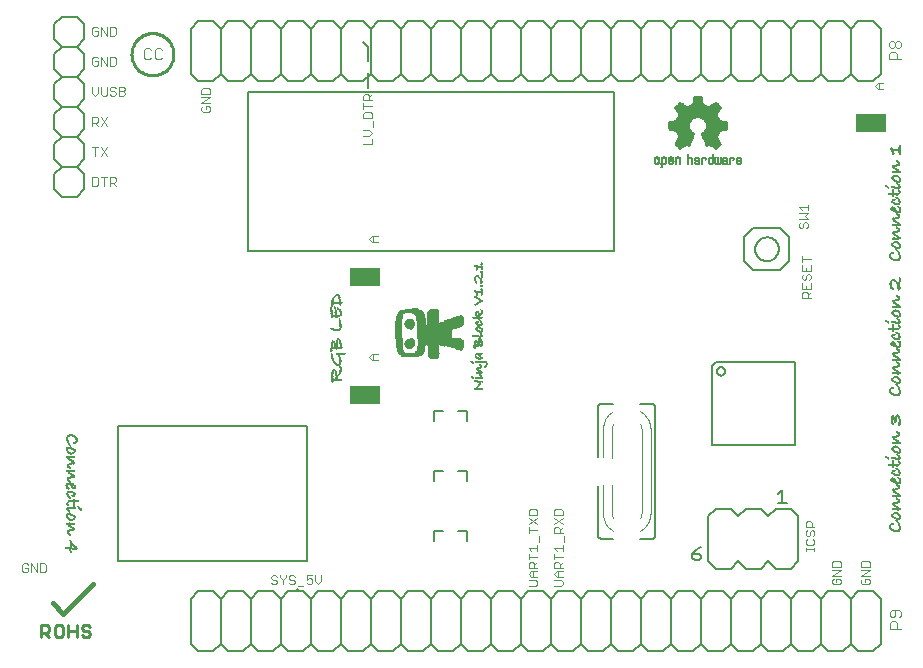
<source format=gto>
G75*
G70*
%OFA0B0*%
%FSLAX24Y24*%
%IPPOS*%
%LPD*%
%AMOC8*
5,1,8,0,0,1.08239X$1,22.5*
%
%ADD10C,0.0100*%
%ADD11C,0.0160*%
%ADD12C,0.0030*%
%ADD13C,0.0090*%
%ADD14R,0.0008X0.0016*%
%ADD15R,0.0008X0.0040*%
%ADD16R,0.0008X0.0048*%
%ADD17R,0.0008X0.0040*%
%ADD18R,0.0008X0.0056*%
%ADD19R,0.0008X0.0056*%
%ADD20R,0.0008X0.0072*%
%ADD21R,0.0008X0.0064*%
%ADD22R,0.0008X0.0024*%
%ADD23R,0.0008X0.0008*%
%ADD24R,0.0008X0.0032*%
%ADD25R,0.0008X0.0024*%
%ADD26R,0.0008X0.0008*%
%ADD27R,0.0008X0.0032*%
%ADD28R,0.0008X0.0088*%
%ADD29R,0.0008X0.0144*%
%ADD30R,0.0008X0.0064*%
%ADD31R,0.0008X0.0104*%
%ADD32R,0.0008X0.0160*%
%ADD33R,0.0008X0.0192*%
%ADD34R,0.0008X0.0136*%
%ADD35R,0.0008X0.0200*%
%ADD36R,0.0008X0.0224*%
%ADD37R,0.0008X0.0208*%
%ADD38R,0.0008X0.0232*%
%ADD39R,0.0008X0.0216*%
%ADD40R,0.0008X0.0248*%
%ADD41R,0.0008X0.0256*%
%ADD42R,0.0008X0.0184*%
%ADD43R,0.0008X0.0016*%
%ADD44R,0.0008X0.0048*%
%ADD45R,0.0008X0.0248*%
%ADD46R,0.0008X0.0264*%
%ADD47R,0.0008X0.0200*%
%ADD48R,0.0008X0.0304*%
%ADD49R,0.0008X0.0208*%
%ADD50R,0.0008X0.0184*%
%ADD51R,0.0008X0.0280*%
%ADD52R,0.0008X0.0352*%
%ADD53R,0.0008X0.0080*%
%ADD54R,0.0008X0.0104*%
%ADD55R,0.0008X0.0112*%
%ADD56R,0.0008X0.0328*%
%ADD57R,0.0008X0.0240*%
%ADD58R,0.0008X0.0096*%
%ADD59R,0.0008X0.0272*%
%ADD60R,0.0008X0.0128*%
%ADD61R,0.0008X0.0168*%
%ADD62R,0.0008X0.0288*%
%ADD63R,0.0008X0.0048*%
%ADD64R,0.0008X0.0048*%
%ADD65R,0.0008X0.0080*%
%ADD66R,0.0008X0.0064*%
%ADD67R,0.0008X0.0152*%
%ADD68R,0.0008X0.0088*%
%ADD69R,0.0008X0.0072*%
%ADD70R,0.0008X0.0008*%
%ADD71R,0.0008X0.0176*%
%ADD72R,0.0008X0.0088*%
%ADD73R,0.0008X0.0008*%
%ADD74R,0.0008X0.0120*%
%ADD75R,0.0008X0.0096*%
%ADD76R,0.0008X0.0064*%
%ADD77R,0.0008X0.0152*%
%ADD78R,0.0008X0.0344*%
%ADD79R,0.0008X0.0336*%
%ADD80R,0.0008X0.0024*%
%ADD81R,0.0008X0.0304*%
%ADD82R,0.0008X0.0264*%
%ADD83R,0.0008X0.0136*%
%ADD84R,0.0008X0.0120*%
%ADD85R,0.0008X0.0352*%
%ADD86R,0.0008X0.0088*%
%ADD87R,0.0008X0.0128*%
%ADD88R,0.0008X0.0416*%
%ADD89R,0.0008X0.0144*%
%ADD90R,0.0008X0.0408*%
%ADD91R,0.0008X0.0384*%
%ADD92R,0.0008X0.0176*%
%ADD93R,0.0008X0.0248*%
%ADD94R,0.0008X0.0024*%
%ADD95R,0.0008X0.0320*%
%ADD96R,0.0008X0.0168*%
%ADD97R,0.0008X0.0328*%
%ADD98R,0.0008X0.0232*%
%ADD99R,0.0008X0.0320*%
%ADD100R,0.0008X0.0312*%
%ADD101R,0.0008X0.0344*%
%ADD102R,0.0008X0.0304*%
%ADD103R,0.0008X0.0160*%
%ADD104R,0.0008X0.0184*%
%ADD105R,0.0008X0.0112*%
%ADD106R,0.0008X0.0168*%
%ADD107R,0.0008X0.0104*%
%ADD108R,0.0008X0.0128*%
%ADD109R,0.0008X0.0392*%
%ADD110R,0.0008X0.0392*%
%ADD111R,0.0008X0.0288*%
%ADD112R,0.0008X0.0144*%
%ADD113R,0.0008X0.0256*%
%ADD114R,0.0008X0.0144*%
%ADD115R,0.0008X0.0184*%
%ADD116R,0.0008X0.0296*%
%ADD117R,0.0008X0.0128*%
%ADD118R,0.0008X0.0104*%
%ADD119R,0.0008X0.0240*%
%ADD120R,0.0008X0.0208*%
%ADD121R,0.0008X0.0192*%
%ADD122R,0.0008X0.0216*%
%ADD123R,0.0008X0.0168*%
%ADD124R,0.0006X0.0156*%
%ADD125R,0.0006X0.0144*%
%ADD126R,0.0006X0.0216*%
%ADD127R,0.0006X0.0246*%
%ADD128R,0.0006X0.0264*%
%ADD129R,0.0006X0.0270*%
%ADD130R,0.0006X0.0288*%
%ADD131R,0.0006X0.0294*%
%ADD132R,0.0006X0.0318*%
%ADD133R,0.0006X0.0306*%
%ADD134R,0.0006X0.0330*%
%ADD135R,0.0006X0.0342*%
%ADD136R,0.0006X0.0324*%
%ADD137R,0.0006X0.0354*%
%ADD138R,0.0006X0.0360*%
%ADD139R,0.0006X0.0336*%
%ADD140R,0.0006X0.0348*%
%ADD141R,0.0006X0.0372*%
%ADD142R,0.0006X0.0378*%
%ADD143R,0.0006X0.0384*%
%ADD144R,0.0006X0.0366*%
%ADD145R,0.0006X0.0390*%
%ADD146R,0.0006X0.0384*%
%ADD147R,0.0006X0.0378*%
%ADD148R,0.0006X0.0396*%
%ADD149R,0.0006X0.0354*%
%ADD150R,0.0006X0.0990*%
%ADD151R,0.0006X0.0984*%
%ADD152R,0.0006X0.0978*%
%ADD153R,0.0006X0.0966*%
%ADD154R,0.0006X0.0960*%
%ADD155R,0.0006X0.0954*%
%ADD156R,0.0006X0.0948*%
%ADD157R,0.0006X0.0936*%
%ADD158R,0.0006X0.0930*%
%ADD159R,0.0006X0.0924*%
%ADD160R,0.0006X0.0918*%
%ADD161R,0.0006X0.0906*%
%ADD162R,0.0006X0.0900*%
%ADD163R,0.0006X0.0894*%
%ADD164R,0.0006X0.0888*%
%ADD165R,0.0006X0.0876*%
%ADD166R,0.0006X0.0870*%
%ADD167R,0.0006X0.0864*%
%ADD168R,0.0006X0.0858*%
%ADD169R,0.0006X0.0846*%
%ADD170R,0.0006X0.0840*%
%ADD171R,0.0006X0.0834*%
%ADD172R,0.0006X0.0828*%
%ADD173R,0.0006X0.0816*%
%ADD174R,0.0006X0.0810*%
%ADD175R,0.0006X0.0804*%
%ADD176R,0.0006X0.0798*%
%ADD177R,0.0006X0.0792*%
%ADD178R,0.0006X0.0786*%
%ADD179R,0.0006X0.0780*%
%ADD180R,0.0006X0.0774*%
%ADD181R,0.0006X0.0768*%
%ADD182R,0.0006X0.0762*%
%ADD183R,0.0006X0.0756*%
%ADD184R,0.0006X0.0750*%
%ADD185R,0.0006X0.0744*%
%ADD186R,0.0006X0.0030*%
%ADD187R,0.0006X0.0738*%
%ADD188R,0.0006X0.0186*%
%ADD189R,0.0006X0.0732*%
%ADD190R,0.0006X0.0096*%
%ADD191R,0.0006X0.1542*%
%ADD192R,0.0006X0.1566*%
%ADD193R,0.0006X0.1584*%
%ADD194R,0.0006X0.1602*%
%ADD195R,0.0006X0.1614*%
%ADD196R,0.0006X0.1626*%
%ADD197R,0.0006X0.1638*%
%ADD198R,0.0006X0.1644*%
%ADD199R,0.0006X0.1650*%
%ADD200R,0.0006X0.1656*%
%ADD201R,0.0006X0.1662*%
%ADD202R,0.0006X0.1668*%
%ADD203R,0.0006X0.1674*%
%ADD204R,0.0006X0.1680*%
%ADD205R,0.0006X0.1686*%
%ADD206R,0.0006X0.1674*%
%ADD207R,0.0006X0.1620*%
%ADD208R,0.0006X0.1608*%
%ADD209R,0.0006X0.1590*%
%ADD210R,0.0006X0.1572*%
%ADD211R,0.0006X0.1548*%
%ADD212R,0.0006X0.1524*%
%ADD213R,0.0006X0.1494*%
%ADD214R,0.0006X0.1452*%
%ADD215R,0.0006X0.1392*%
%ADD216R,0.0006X0.1284*%
%ADD217R,0.0006X0.1164*%
%ADD218R,0.0006X0.1074*%
%ADD219R,0.0006X0.1056*%
%ADD220R,0.0006X0.1032*%
%ADD221R,0.0006X0.0714*%
%ADD222R,0.0006X0.0054*%
%ADD223R,0.0006X0.0684*%
%ADD224R,0.0006X0.0672*%
%ADD225R,0.0006X0.1050*%
%ADD226R,0.0006X0.1122*%
%ADD227R,0.0006X0.1182*%
%ADD228R,0.0006X0.1224*%
%ADD229R,0.0006X0.1266*%
%ADD230R,0.0006X0.1296*%
%ADD231R,0.0006X0.1326*%
%ADD232R,0.0006X0.1350*%
%ADD233R,0.0006X0.1368*%
%ADD234R,0.0006X0.1404*%
%ADD235R,0.0006X0.1416*%
%ADD236R,0.0006X0.1440*%
%ADD237R,0.0006X0.1446*%
%ADD238R,0.0006X0.1458*%
%ADD239R,0.0006X0.1470*%
%ADD240R,0.0006X0.1482*%
%ADD241R,0.0006X0.1488*%
%ADD242R,0.0006X0.1500*%
%ADD243R,0.0006X0.1512*%
%ADD244R,0.0006X0.1536*%
%ADD245R,0.0006X0.1560*%
%ADD246R,0.0006X0.1584*%
%ADD247R,0.0006X0.0240*%
%ADD248R,0.0006X0.0222*%
%ADD249R,0.0006X0.0666*%
%ADD250R,0.0006X0.0204*%
%ADD251R,0.0006X0.0480*%
%ADD252R,0.0006X0.0192*%
%ADD253R,0.0006X0.0180*%
%ADD254R,0.0006X0.0318*%
%ADD255R,0.0006X0.0174*%
%ADD256R,0.0006X0.0276*%
%ADD257R,0.0006X0.0168*%
%ADD258R,0.0006X0.0162*%
%ADD259R,0.0006X0.0168*%
%ADD260R,0.0006X0.0234*%
%ADD261R,0.0006X0.0210*%
%ADD262R,0.0006X0.0048*%
%ADD263R,0.0006X0.0198*%
%ADD264R,0.0006X0.0108*%
%ADD265R,0.0006X0.0150*%
%ADD266R,0.0006X0.0138*%
%ADD267R,0.0006X0.0114*%
%ADD268R,0.0006X0.0234*%
%ADD269R,0.0006X0.0174*%
%ADD270R,0.0006X0.0228*%
%ADD271R,0.0006X0.0258*%
%ADD272R,0.0006X0.0264*%
%ADD273R,0.0006X0.0138*%
%ADD274R,0.0006X0.0288*%
%ADD275R,0.0006X0.0294*%
%ADD276R,0.0006X0.0144*%
%ADD277R,0.0006X0.0300*%
%ADD278R,0.0006X0.0312*%
%ADD279R,0.0006X0.0132*%
%ADD280R,0.0006X0.0348*%
%ADD281R,0.0006X0.0324*%
%ADD282R,0.0006X0.0126*%
%ADD283R,0.0006X0.0282*%
%ADD284R,0.0006X0.0090*%
%ADD285R,0.0006X0.0012*%
%ADD286R,0.0006X0.0204*%
%ADD287R,0.0006X0.0252*%
%ADD288R,0.0006X0.0420*%
%ADD289R,0.0006X0.0510*%
%ADD290R,0.0006X0.0606*%
%ADD291R,0.0006X0.0702*%
%ADD292R,0.0006X0.0468*%
%ADD293R,0.0006X0.1524*%
%ADD294R,0.0006X0.1494*%
%ADD295R,0.0006X0.1476*%
%ADD296R,0.0006X0.1464*%
%ADD297R,0.0006X0.1428*%
%ADD298R,0.0006X0.1386*%
%ADD299R,0.0006X0.1368*%
%ADD300R,0.0006X0.1332*%
%ADD301R,0.0006X0.1308*%
%ADD302R,0.0006X0.1278*%
%ADD303R,0.0006X0.1242*%
%ADD304R,0.0006X0.1212*%
%ADD305R,0.0006X0.1176*%
%ADD306R,0.0006X0.1134*%
%ADD307R,0.0006X0.1098*%
%ADD308R,0.0006X0.1044*%
%ADD309R,0.0006X0.0996*%
%ADD310R,0.0006X0.0720*%
%ADD311R,0.0006X0.0612*%
%ADD312R,0.0006X0.0498*%
%ADD313R,0.0006X0.0078*%
%ADD314R,0.0006X0.0066*%
%ADD315R,0.0006X0.0060*%
%ADD316R,0.0006X0.0042*%
%ADD317R,0.0006X0.0048*%
%ADD318R,0.0006X0.0036*%
%ADD319R,0.0006X0.0024*%
%ADD320R,0.0006X0.0024*%
%ADD321R,0.0006X0.0018*%
%ADD322R,0.0006X0.0084*%
%ADD323R,0.0006X0.0102*%
%ADD324R,0.0006X0.0018*%
%ADD325R,0.0006X0.0006*%
%ADD326R,0.0006X0.0114*%
%ADD327R,0.0006X0.0108*%
%ADD328R,0.0006X0.0072*%
%ADD329R,0.0006X0.0120*%
%ADD330R,0.0006X0.0054*%
%ADD331R,0.0006X0.0084*%
%ADD332R,0.0006X0.0078*%
%ADD333R,0.0021X0.0007*%
%ADD334R,0.0042X0.0007*%
%ADD335R,0.0056X0.0007*%
%ADD336R,0.0063X0.0007*%
%ADD337R,0.0063X0.0007*%
%ADD338R,0.0035X0.0007*%
%ADD339R,0.0042X0.0007*%
%ADD340R,0.0021X0.0007*%
%ADD341R,0.0021X0.0007*%
%ADD342R,0.0014X0.0007*%
%ADD343R,0.0014X0.0007*%
%ADD344R,0.0028X0.0007*%
%ADD345R,0.0007X0.0007*%
%ADD346R,0.0091X0.0007*%
%ADD347R,0.0147X0.0007*%
%ADD348R,0.0084X0.0007*%
%ADD349R,0.0035X0.0007*%
%ADD350R,0.0042X0.0007*%
%ADD351R,0.0028X0.0007*%
%ADD352R,0.0084X0.0007*%
%ADD353R,0.0028X0.0007*%
%ADD354R,0.0070X0.0007*%
%ADD355R,0.0077X0.0007*%
%ADD356R,0.0105X0.0007*%
%ADD357R,0.0154X0.0007*%
%ADD358R,0.0112X0.0007*%
%ADD359R,0.0049X0.0007*%
%ADD360R,0.0056X0.0007*%
%ADD361R,0.0091X0.0007*%
%ADD362R,0.0049X0.0007*%
%ADD363R,0.0182X0.0007*%
%ADD364R,0.0133X0.0007*%
%ADD365R,0.0168X0.0007*%
%ADD366R,0.0126X0.0007*%
%ADD367R,0.0063X0.0007*%
%ADD368R,0.0119X0.0007*%
%ADD369R,0.0189X0.0007*%
%ADD370R,0.0119X0.0007*%
%ADD371R,0.0147X0.0007*%
%ADD372R,0.0175X0.0007*%
%ADD373R,0.0140X0.0007*%
%ADD374R,0.0203X0.0007*%
%ADD375R,0.0112X0.0007*%
%ADD376R,0.0133X0.0007*%
%ADD377R,0.0161X0.0007*%
%ADD378R,0.0175X0.0007*%
%ADD379R,0.0154X0.0007*%
%ADD380R,0.0056X0.0007*%
%ADD381R,0.0063X0.0007*%
%ADD382R,0.0049X0.0007*%
%ADD383R,0.0105X0.0007*%
%ADD384R,0.0049X0.0007*%
%ADD385R,0.0147X0.0007*%
%ADD386R,0.0217X0.0007*%
%ADD387R,0.0147X0.0007*%
%ADD388R,0.0161X0.0007*%
%ADD389R,0.0182X0.0007*%
%ADD390R,0.0189X0.0007*%
%ADD391R,0.0168X0.0007*%
%ADD392R,0.0070X0.0007*%
%ADD393R,0.0091X0.0007*%
%ADD394R,0.0077X0.0007*%
%ADD395R,0.0077X0.0007*%
%ADD396R,0.0084X0.0007*%
%ADD397R,0.0098X0.0007*%
%ADD398R,0.0014X0.0007*%
%ADD399R,0.0154X0.0007*%
%ADD400R,0.0126X0.0007*%
%ADD401R,0.0126X0.0007*%
%ADD402R,0.0126X0.0007*%
%ADD403R,0.0042X0.0007*%
%ADD404R,0.0112X0.0007*%
%ADD405R,0.0196X0.0007*%
%ADD406R,0.0007X0.0007*%
%ADD407R,0.0021X0.0007*%
%ADD408R,0.0098X0.0007*%
%ADD409R,0.0056X0.0007*%
%ADD410R,0.0140X0.0007*%
%ADD411R,0.0196X0.0007*%
%ADD412R,0.0210X0.0007*%
%ADD413R,0.0217X0.0007*%
%ADD414R,0.0231X0.0007*%
%ADD415R,0.0245X0.0007*%
%ADD416R,0.0252X0.0007*%
%ADD417R,0.0266X0.0007*%
%ADD418R,0.0280X0.0007*%
%ADD419R,0.0287X0.0007*%
%ADD420R,0.0301X0.0007*%
%ADD421R,0.0315X0.0007*%
%ADD422R,0.0098X0.0007*%
%ADD423R,0.0322X0.0007*%
%ADD424R,0.0336X0.0007*%
%ADD425R,0.0336X0.0007*%
%ADD426R,0.0483X0.0007*%
%ADD427R,0.0483X0.0007*%
%ADD428R,0.0490X0.0007*%
%ADD429R,0.0497X0.0007*%
%ADD430R,0.0504X0.0007*%
%ADD431R,0.0511X0.0007*%
%ADD432R,0.0518X0.0007*%
%ADD433R,0.0525X0.0007*%
%ADD434R,0.0532X0.0007*%
%ADD435R,0.0539X0.0007*%
%ADD436R,0.0546X0.0007*%
%ADD437R,0.0553X0.0007*%
%ADD438R,0.0553X0.0007*%
%ADD439R,0.0553X0.0007*%
%ADD440R,0.0546X0.0007*%
%ADD441R,0.0546X0.0007*%
%ADD442R,0.0539X0.0007*%
%ADD443R,0.0539X0.0007*%
%ADD444R,0.0525X0.0007*%
%ADD445R,0.0532X0.0007*%
%ADD446R,0.0532X0.0007*%
%ADD447R,0.0518X0.0007*%
%ADD448R,0.0511X0.0007*%
%ADD449R,0.0511X0.0007*%
%ADD450R,0.0504X0.0007*%
%ADD451R,0.0511X0.0007*%
%ADD452R,0.0504X0.0007*%
%ADD453R,0.0497X0.0007*%
%ADD454R,0.0504X0.0007*%
%ADD455R,0.0560X0.0007*%
%ADD456R,0.0553X0.0007*%
%ADD457R,0.0560X0.0007*%
%ADD458R,0.0567X0.0007*%
%ADD459R,0.0574X0.0007*%
%ADD460R,0.0581X0.0007*%
%ADD461R,0.0588X0.0007*%
%ADD462R,0.0581X0.0007*%
%ADD463R,0.0588X0.0007*%
%ADD464R,0.0595X0.0007*%
%ADD465R,0.0595X0.0007*%
%ADD466R,0.0581X0.0007*%
%ADD467R,0.0574X0.0007*%
%ADD468R,0.0567X0.0007*%
%ADD469R,0.0567X0.0007*%
%ADD470R,0.0630X0.0007*%
%ADD471R,0.0665X0.0007*%
%ADD472R,0.0658X0.0007*%
%ADD473R,0.0693X0.0007*%
%ADD474R,0.0700X0.0007*%
%ADD475R,0.0728X0.0007*%
%ADD476R,0.0728X0.0007*%
%ADD477R,0.0749X0.0007*%
%ADD478R,0.0742X0.0007*%
%ADD479R,0.0742X0.0007*%
%ADD480R,0.0735X0.0007*%
%ADD481R,0.0728X0.0007*%
%ADD482R,0.0728X0.0007*%
%ADD483R,0.0721X0.0007*%
%ADD484R,0.0721X0.0007*%
%ADD485R,0.0714X0.0007*%
%ADD486R,0.0735X0.0007*%
%ADD487R,0.0756X0.0007*%
%ADD488R,0.0749X0.0007*%
%ADD489R,0.0742X0.0007*%
%ADD490R,0.0707X0.0007*%
%ADD491R,0.0672X0.0007*%
%ADD492R,0.0672X0.0007*%
%ADD493R,0.0644X0.0007*%
%ADD494R,0.0644X0.0007*%
%ADD495R,0.0616X0.0007*%
%ADD496R,0.0609X0.0007*%
%ADD497R,0.0546X0.0007*%
%ADD498R,0.0609X0.0007*%
%ADD499R,0.0609X0.0007*%
%ADD500R,0.0623X0.0007*%
%ADD501R,0.1379X0.0007*%
%ADD502R,0.1372X0.0007*%
%ADD503R,0.1365X0.0007*%
%ADD504R,0.1358X0.0007*%
%ADD505R,0.1351X0.0007*%
%ADD506R,0.1344X0.0007*%
%ADD507R,0.1344X0.0007*%
%ADD508R,0.1337X0.0007*%
%ADD509R,0.1330X0.0007*%
%ADD510R,0.1323X0.0007*%
%ADD511R,0.1316X0.0007*%
%ADD512R,0.1309X0.0007*%
%ADD513R,0.1302X0.0007*%
%ADD514R,0.1295X0.0007*%
%ADD515R,0.1295X0.0007*%
%ADD516R,0.1337X0.0007*%
%ADD517R,0.1379X0.0007*%
%ADD518R,0.1386X0.0007*%
%ADD519R,0.1400X0.0007*%
%ADD520R,0.1407X0.0007*%
%ADD521R,0.1421X0.0007*%
%ADD522R,0.1428X0.0007*%
%ADD523R,0.1435X0.0007*%
%ADD524R,0.1449X0.0007*%
%ADD525R,0.1456X0.0007*%
%ADD526R,0.1463X0.0007*%
%ADD527R,0.1477X0.0007*%
%ADD528R,0.1484X0.0007*%
%ADD529R,0.1491X0.0007*%
%ADD530R,0.1505X0.0007*%
%ADD531R,0.1512X0.0007*%
%ADD532R,0.1526X0.0007*%
%ADD533R,0.1533X0.0007*%
%ADD534R,0.1540X0.0007*%
%ADD535R,0.1554X0.0007*%
%ADD536R,0.1561X0.0007*%
%ADD537R,0.1575X0.0007*%
%ADD538R,0.1582X0.0007*%
%ADD539R,0.1582X0.0007*%
%ADD540R,0.1547X0.0007*%
%ADD541R,0.1533X0.0007*%
%ADD542R,0.1519X0.0007*%
%ADD543R,0.0371X0.0007*%
%ADD544R,0.0378X0.0007*%
%ADD545R,0.0357X0.0007*%
%ADD546R,0.0336X0.0007*%
%ADD547R,0.0658X0.0007*%
%ADD548R,0.0343X0.0007*%
%ADD549R,0.0322X0.0007*%
%ADD550R,0.0308X0.0007*%
%ADD551R,0.0287X0.0007*%
%ADD552R,0.0273X0.0007*%
%ADD553R,0.0252X0.0007*%
%ADD554R,0.0490X0.0007*%
%ADD555R,0.0231X0.0007*%
%ADD556R,0.0455X0.0007*%
%ADD557R,0.0238X0.0007*%
%ADD558R,0.0217X0.0007*%
%ADD559R,0.0420X0.0007*%
%ADD560R,0.0392X0.0007*%
%ADD561R,0.0378X0.0007*%
%ADD562R,0.0168X0.0007*%
%ADD563R,0.0371X0.0007*%
%ADD564R,0.0364X0.0007*%
%ADD565R,0.0357X0.0007*%
%ADD566R,0.0084X0.0007*%
%ADD567R,0.0350X0.0007*%
%ADD568R,0.0350X0.0007*%
%ADD569R,0.0343X0.0007*%
%ADD570R,0.0329X0.0007*%
%ADD571R,0.0322X0.0007*%
%ADD572R,0.0322X0.0007*%
%ADD573R,0.0315X0.0007*%
%ADD574R,0.0308X0.0007*%
%ADD575R,0.0308X0.0007*%
%ADD576R,0.0301X0.0007*%
%ADD577R,0.0294X0.0007*%
%ADD578R,0.0294X0.0007*%
%ADD579R,0.0280X0.0007*%
%ADD580R,0.0273X0.0007*%
%ADD581C,0.0080*%
%ADD582C,0.0060*%
%ADD583C,0.0050*%
%ADD584C,0.0020*%
%ADD585R,0.1024X0.0591*%
D10*
X012960Y004470D02*
X012960Y004510D01*
X007450Y022328D02*
X007452Y022380D01*
X007458Y022432D01*
X007468Y022484D01*
X007481Y022534D01*
X007498Y022584D01*
X007519Y022632D01*
X007544Y022678D01*
X007572Y022722D01*
X007603Y022764D01*
X007637Y022804D01*
X007674Y022841D01*
X007714Y022875D01*
X007756Y022906D01*
X007800Y022934D01*
X007846Y022959D01*
X007894Y022980D01*
X007944Y022997D01*
X007994Y023010D01*
X008046Y023020D01*
X008098Y023026D01*
X008150Y023028D01*
X008202Y023026D01*
X008254Y023020D01*
X008306Y023010D01*
X008356Y022997D01*
X008406Y022980D01*
X008454Y022959D01*
X008500Y022934D01*
X008544Y022906D01*
X008586Y022875D01*
X008626Y022841D01*
X008663Y022804D01*
X008697Y022764D01*
X008728Y022722D01*
X008756Y022678D01*
X008781Y022632D01*
X008802Y022584D01*
X008819Y022534D01*
X008832Y022484D01*
X008842Y022432D01*
X008848Y022380D01*
X008850Y022328D01*
X008848Y022276D01*
X008842Y022224D01*
X008832Y022172D01*
X008819Y022122D01*
X008802Y022072D01*
X008781Y022024D01*
X008756Y021978D01*
X008728Y021934D01*
X008697Y021892D01*
X008663Y021852D01*
X008626Y021815D01*
X008586Y021781D01*
X008544Y021750D01*
X008500Y021722D01*
X008454Y021697D01*
X008406Y021676D01*
X008356Y021659D01*
X008306Y021646D01*
X008254Y021636D01*
X008202Y021630D01*
X008150Y021628D01*
X008098Y021630D01*
X008046Y021636D01*
X007994Y021646D01*
X007944Y021659D01*
X007894Y021676D01*
X007846Y021697D01*
X007800Y021722D01*
X007756Y021750D01*
X007714Y021781D01*
X007674Y021815D01*
X007637Y021852D01*
X007603Y021892D01*
X007572Y021934D01*
X007544Y021978D01*
X007519Y022024D01*
X007498Y022072D01*
X007481Y022122D01*
X007468Y022172D01*
X007458Y022224D01*
X007452Y022276D01*
X007450Y022328D01*
D11*
X006180Y004680D02*
X005180Y003680D01*
X004830Y004040D01*
D12*
X004549Y005065D02*
X004404Y005065D01*
X004404Y005355D01*
X004549Y005355D01*
X004598Y005307D01*
X004598Y005113D01*
X004549Y005065D01*
X004303Y005065D02*
X004303Y005355D01*
X004110Y005355D02*
X004303Y005065D01*
X004110Y005065D02*
X004110Y005355D01*
X004008Y005307D02*
X003960Y005355D01*
X003863Y005355D01*
X003815Y005307D01*
X003815Y005113D01*
X003863Y005065D01*
X003960Y005065D01*
X004008Y005113D01*
X004008Y005210D01*
X003912Y005210D01*
X012105Y004907D02*
X012105Y004858D01*
X012153Y004810D01*
X012250Y004810D01*
X012298Y004762D01*
X012298Y004713D01*
X012250Y004665D01*
X012153Y004665D01*
X012105Y004713D01*
X012105Y004907D02*
X012153Y004955D01*
X012250Y004955D01*
X012298Y004907D01*
X012400Y004907D02*
X012496Y004810D01*
X012496Y004665D01*
X012496Y004810D02*
X012593Y004907D01*
X012593Y004955D01*
X012694Y004907D02*
X012694Y004858D01*
X012743Y004810D01*
X012839Y004810D01*
X012888Y004762D01*
X012888Y004713D01*
X012839Y004665D01*
X012743Y004665D01*
X012694Y004713D01*
X012694Y004907D02*
X012743Y004955D01*
X012839Y004955D01*
X012888Y004907D01*
X012989Y004617D02*
X013182Y004617D01*
X013284Y004713D02*
X013332Y004665D01*
X013429Y004665D01*
X013477Y004713D01*
X013477Y004810D01*
X013429Y004858D01*
X013380Y004858D01*
X013284Y004810D01*
X013284Y004955D01*
X013477Y004955D01*
X013578Y004955D02*
X013578Y004762D01*
X013675Y004665D01*
X013772Y004762D01*
X013772Y004955D01*
X012400Y004955D02*
X012400Y004907D01*
X020685Y004996D02*
X020782Y005093D01*
X020975Y005093D01*
X020975Y005194D02*
X020685Y005194D01*
X020685Y005339D01*
X020733Y005388D01*
X020830Y005388D01*
X020878Y005339D01*
X020878Y005194D01*
X020878Y005291D02*
X020975Y005388D01*
X020975Y005586D02*
X020685Y005586D01*
X020685Y005682D02*
X020685Y005489D01*
X020782Y005784D02*
X020685Y005880D01*
X020975Y005880D01*
X020975Y005784D02*
X020975Y005977D01*
X021023Y006078D02*
X021023Y006272D01*
X020975Y006470D02*
X020685Y006470D01*
X020685Y006566D02*
X020685Y006373D01*
X020685Y006668D02*
X020975Y006861D01*
X020975Y006962D02*
X020975Y007107D01*
X020927Y007156D01*
X020733Y007156D01*
X020685Y007107D01*
X020685Y006962D01*
X020975Y006962D01*
X020975Y006668D02*
X020685Y006861D01*
X021535Y006861D02*
X021825Y006668D01*
X021825Y006566D02*
X021728Y006470D01*
X021728Y006518D02*
X021728Y006373D01*
X021825Y006373D02*
X021535Y006373D01*
X021535Y006518D01*
X021583Y006566D01*
X021680Y006566D01*
X021728Y006518D01*
X021535Y006668D02*
X021825Y006861D01*
X021825Y006962D02*
X021825Y007107D01*
X021777Y007156D01*
X021583Y007156D01*
X021535Y007107D01*
X021535Y006962D01*
X021825Y006962D01*
X021873Y006272D02*
X021873Y006078D01*
X021825Y005977D02*
X021825Y005784D01*
X021825Y005880D02*
X021535Y005880D01*
X021632Y005784D01*
X021535Y005682D02*
X021535Y005489D01*
X021535Y005586D02*
X021825Y005586D01*
X021825Y005388D02*
X021728Y005291D01*
X021728Y005339D02*
X021728Y005194D01*
X021825Y005194D02*
X021535Y005194D01*
X021535Y005339D01*
X021583Y005388D01*
X021680Y005388D01*
X021728Y005339D01*
X021680Y005093D02*
X021680Y004900D01*
X021632Y004900D02*
X021825Y004900D01*
X021777Y004798D02*
X021535Y004798D01*
X021632Y004900D02*
X021535Y004996D01*
X021632Y005093D01*
X021825Y005093D01*
X021777Y004798D02*
X021825Y004750D01*
X021825Y004653D01*
X021777Y004605D01*
X021535Y004605D01*
X020975Y004653D02*
X020975Y004750D01*
X020927Y004798D01*
X020685Y004798D01*
X020782Y004900D02*
X020685Y004996D01*
X020782Y004900D02*
X020975Y004900D01*
X020830Y004900D02*
X020830Y005093D01*
X020975Y004653D02*
X020927Y004605D01*
X020685Y004605D01*
X029925Y005775D02*
X029925Y005872D01*
X029925Y005823D02*
X030215Y005823D01*
X030215Y005775D02*
X030215Y005872D01*
X030167Y005971D02*
X030215Y006020D01*
X030215Y006117D01*
X030167Y006165D01*
X030167Y006266D02*
X030215Y006314D01*
X030215Y006411D01*
X030167Y006460D01*
X030118Y006460D01*
X030070Y006411D01*
X030070Y006314D01*
X030022Y006266D01*
X029973Y006266D01*
X029925Y006314D01*
X029925Y006411D01*
X029973Y006460D01*
X029925Y006561D02*
X029925Y006706D01*
X029973Y006754D01*
X030070Y006754D01*
X030118Y006706D01*
X030118Y006561D01*
X030215Y006561D02*
X029925Y006561D01*
X029973Y006165D02*
X029925Y006117D01*
X029925Y006020D01*
X029973Y005971D01*
X030167Y005971D01*
X030805Y005389D02*
X030805Y005244D01*
X031095Y005244D01*
X031095Y005389D01*
X031047Y005438D01*
X030853Y005438D01*
X030805Y005389D01*
X030805Y005143D02*
X031095Y005143D01*
X030805Y004950D01*
X031095Y004950D01*
X031047Y004848D02*
X030950Y004848D01*
X030950Y004752D01*
X031047Y004848D02*
X031095Y004800D01*
X031095Y004703D01*
X031047Y004655D01*
X030853Y004655D01*
X030805Y004703D01*
X030805Y004800D01*
X030853Y004848D01*
X031765Y004800D02*
X031765Y004703D01*
X031813Y004655D01*
X032007Y004655D01*
X032055Y004703D01*
X032055Y004800D01*
X032007Y004848D01*
X031910Y004848D01*
X031910Y004752D01*
X031813Y004848D02*
X031765Y004800D01*
X031765Y004950D02*
X032055Y005143D01*
X031765Y005143D01*
X031765Y005244D02*
X031765Y005389D01*
X031813Y005438D01*
X032007Y005438D01*
X032055Y005389D01*
X032055Y005244D01*
X031765Y005244D01*
X031765Y004950D02*
X032055Y004950D01*
X032786Y003800D02*
X032725Y003738D01*
X032725Y003615D01*
X032786Y003553D01*
X032848Y003553D01*
X032910Y003615D01*
X032910Y003800D01*
X033033Y003800D02*
X032786Y003800D01*
X033033Y003800D02*
X033095Y003738D01*
X033095Y003615D01*
X033033Y003553D01*
X032910Y003432D02*
X032786Y003432D01*
X032725Y003370D01*
X032725Y003185D01*
X033095Y003185D01*
X032972Y003185D02*
X032972Y003370D01*
X032910Y003432D01*
X030095Y014215D02*
X029805Y014215D01*
X029805Y014360D01*
X029853Y014408D01*
X029950Y014408D01*
X029998Y014360D01*
X029998Y014215D01*
X029998Y014312D02*
X030095Y014408D01*
X030095Y014510D02*
X029805Y014510D01*
X029805Y014703D01*
X029853Y014804D02*
X029902Y014804D01*
X029950Y014853D01*
X029950Y014949D01*
X029998Y014998D01*
X030047Y014998D01*
X030095Y014949D01*
X030095Y014853D01*
X030047Y014804D01*
X030095Y014703D02*
X030095Y014510D01*
X029950Y014510D02*
X029950Y014606D01*
X029853Y014804D02*
X029805Y014853D01*
X029805Y014949D01*
X029853Y014998D01*
X029805Y015099D02*
X030095Y015099D01*
X030095Y015292D01*
X029950Y015196D02*
X029950Y015099D01*
X029805Y015099D02*
X029805Y015292D01*
X029805Y015394D02*
X029805Y015587D01*
X029805Y015490D02*
X030095Y015490D01*
X029947Y016535D02*
X029995Y016583D01*
X029995Y016680D01*
X029947Y016728D01*
X029898Y016728D01*
X029850Y016680D01*
X029850Y016583D01*
X029802Y016535D01*
X029753Y016535D01*
X029705Y016583D01*
X029705Y016680D01*
X029753Y016728D01*
X029705Y016830D02*
X029995Y016830D01*
X029898Y016926D01*
X029995Y017023D01*
X029705Y017023D01*
X029802Y017124D02*
X029705Y017221D01*
X029995Y017221D01*
X029995Y017124D02*
X029995Y017318D01*
X032323Y021182D02*
X032226Y021278D01*
X032323Y021375D01*
X032516Y021375D01*
X032371Y021375D02*
X032371Y021182D01*
X032323Y021182D02*
X032516Y021182D01*
X032715Y022165D02*
X032715Y022350D01*
X032776Y022412D01*
X032900Y022412D01*
X032962Y022350D01*
X032962Y022165D01*
X033085Y022165D02*
X032715Y022165D01*
X032776Y022533D02*
X032838Y022533D01*
X032900Y022595D01*
X032900Y022718D01*
X032962Y022780D01*
X033023Y022780D01*
X033085Y022718D01*
X033085Y022595D01*
X033023Y022533D01*
X032962Y022533D01*
X032900Y022595D01*
X032900Y022718D02*
X032838Y022780D01*
X032776Y022780D01*
X032715Y022718D01*
X032715Y022595D01*
X032776Y022533D01*
X015465Y020989D02*
X015368Y020892D01*
X015368Y020940D02*
X015368Y020795D01*
X015465Y020795D02*
X015175Y020795D01*
X015175Y020940D01*
X015223Y020989D01*
X015320Y020989D01*
X015368Y020940D01*
X015175Y020694D02*
X015175Y020501D01*
X015175Y020597D02*
X015465Y020597D01*
X015417Y020400D02*
X015223Y020400D01*
X015175Y020351D01*
X015175Y020206D01*
X015465Y020206D01*
X015465Y020351D01*
X015417Y020400D01*
X015513Y020105D02*
X015513Y019911D01*
X015368Y019810D02*
X015175Y019810D01*
X015368Y019810D02*
X015465Y019713D01*
X015368Y019617D01*
X015175Y019617D01*
X015175Y019322D02*
X015465Y019322D01*
X015465Y019516D01*
X015464Y016257D02*
X015658Y016257D01*
X015513Y016257D02*
X015513Y016064D01*
X015464Y016064D02*
X015368Y016160D01*
X015464Y016257D01*
X015464Y016064D02*
X015658Y016064D01*
X015658Y012320D02*
X015464Y012320D01*
X015368Y012223D01*
X015464Y012126D01*
X015658Y012126D01*
X015513Y012126D02*
X015513Y012320D01*
X006928Y017945D02*
X006831Y018042D01*
X006879Y018042D02*
X006734Y018042D01*
X006734Y017945D02*
X006734Y018235D01*
X006879Y018235D01*
X006928Y018187D01*
X006928Y018090D01*
X006879Y018042D01*
X006633Y018235D02*
X006440Y018235D01*
X006536Y018235D02*
X006536Y017945D01*
X006338Y017993D02*
X006338Y018187D01*
X006290Y018235D01*
X006145Y018235D01*
X006145Y017945D01*
X006290Y017945D01*
X006338Y017993D01*
X006242Y018945D02*
X006242Y019235D01*
X006338Y019235D02*
X006145Y019235D01*
X006440Y019235D02*
X006633Y018945D01*
X006440Y018945D02*
X006633Y019235D01*
X006633Y019945D02*
X006440Y020235D01*
X006338Y020187D02*
X006338Y020090D01*
X006290Y020042D01*
X006145Y020042D01*
X006242Y020042D02*
X006338Y019945D01*
X006440Y019945D02*
X006633Y020235D01*
X006338Y020187D02*
X006290Y020235D01*
X006145Y020235D01*
X006145Y019945D01*
X006242Y020945D02*
X006338Y021042D01*
X006338Y021235D01*
X006440Y021235D02*
X006440Y020993D01*
X006488Y020945D01*
X006585Y020945D01*
X006633Y020993D01*
X006633Y021235D01*
X006734Y021187D02*
X006734Y021138D01*
X006783Y021090D01*
X006879Y021090D01*
X006928Y021042D01*
X006928Y020993D01*
X006879Y020945D01*
X006783Y020945D01*
X006734Y020993D01*
X006734Y021187D02*
X006783Y021235D01*
X006879Y021235D01*
X006928Y021187D01*
X007029Y021235D02*
X007174Y021235D01*
X007222Y021187D01*
X007222Y021138D01*
X007174Y021090D01*
X007029Y021090D01*
X007029Y020945D02*
X007029Y021235D01*
X007174Y021090D02*
X007222Y021042D01*
X007222Y020993D01*
X007174Y020945D01*
X007029Y020945D01*
X006242Y020945D02*
X006145Y021042D01*
X006145Y021235D01*
X006193Y021945D02*
X006290Y021945D01*
X006338Y021993D01*
X006338Y022090D01*
X006242Y022090D01*
X006338Y022187D02*
X006290Y022235D01*
X006193Y022235D01*
X006145Y022187D01*
X006145Y021993D01*
X006193Y021945D01*
X006440Y021945D02*
X006440Y022235D01*
X006633Y021945D01*
X006633Y022235D01*
X006734Y022235D02*
X006734Y021945D01*
X006879Y021945D01*
X006928Y021993D01*
X006928Y022187D01*
X006879Y022235D01*
X006734Y022235D01*
X006734Y022945D02*
X006879Y022945D01*
X006928Y022993D01*
X006928Y023187D01*
X006879Y023235D01*
X006734Y023235D01*
X006734Y022945D01*
X006633Y022945D02*
X006633Y023235D01*
X006440Y023235D02*
X006633Y022945D01*
X006440Y022945D02*
X006440Y023235D01*
X006338Y023187D02*
X006290Y023235D01*
X006193Y023235D01*
X006145Y023187D01*
X006145Y022993D01*
X006193Y022945D01*
X006290Y022945D01*
X006338Y022993D01*
X006338Y023090D01*
X006242Y023090D01*
X007858Y022465D02*
X007858Y022218D01*
X007920Y022156D01*
X008043Y022156D01*
X008105Y022218D01*
X008226Y022218D02*
X008226Y022465D01*
X008288Y022526D01*
X008411Y022526D01*
X008473Y022465D01*
X008473Y022218D02*
X008411Y022156D01*
X008288Y022156D01*
X008226Y022218D01*
X008105Y022465D02*
X008043Y022526D01*
X007920Y022526D01*
X007858Y022465D01*
X009775Y021139D02*
X009775Y020994D01*
X010065Y020994D01*
X010065Y021139D01*
X010017Y021188D01*
X009823Y021188D01*
X009775Y021139D01*
X009775Y020893D02*
X010065Y020893D01*
X009775Y020700D01*
X010065Y020700D01*
X010017Y020598D02*
X009920Y020598D01*
X009920Y020502D01*
X010017Y020598D02*
X010065Y020550D01*
X010065Y020453D01*
X010017Y020405D01*
X009823Y020405D01*
X009775Y020453D01*
X009775Y020550D01*
X009823Y020598D01*
D13*
X004425Y003305D02*
X004425Y002895D01*
X004425Y003032D02*
X004630Y003032D01*
X004699Y003100D01*
X004699Y003237D01*
X004630Y003305D01*
X004425Y003305D01*
X004562Y003032D02*
X004699Y002895D01*
X004885Y002963D02*
X004885Y003237D01*
X004954Y003305D01*
X005091Y003305D01*
X005159Y003237D01*
X005159Y002963D01*
X005091Y002895D01*
X004954Y002895D01*
X004885Y002963D01*
X005346Y002895D02*
X005346Y003305D01*
X005346Y003100D02*
X005619Y003100D01*
X005806Y003169D02*
X005875Y003100D01*
X006011Y003100D01*
X006080Y003032D01*
X006080Y002963D01*
X006011Y002895D01*
X005875Y002895D01*
X005806Y002963D01*
X005619Y002895D02*
X005619Y003305D01*
X005806Y003237D02*
X005875Y003305D01*
X006011Y003305D01*
X006080Y003237D01*
X005806Y003237D02*
X005806Y003169D01*
D14*
X005600Y006872D03*
X005280Y007928D03*
X005600Y009088D03*
X014110Y013680D03*
X014150Y013872D03*
X014590Y012352D03*
X014470Y011800D03*
X014270Y011544D03*
X033044Y010034D03*
X033092Y013402D03*
X033052Y014866D03*
X033020Y017794D03*
D15*
X033028Y017790D03*
X033036Y017790D03*
X032996Y017654D03*
X032972Y017654D03*
X032972Y017542D03*
X032828Y017598D03*
X032708Y017654D03*
X032692Y017878D03*
X032948Y018102D03*
X033052Y018086D03*
X032972Y018278D03*
X033084Y018406D03*
X032964Y018622D03*
X033076Y018678D03*
X032964Y018774D03*
X032828Y018590D03*
X032956Y019134D03*
X032964Y019134D03*
X032972Y019134D03*
X033036Y019134D03*
X032836Y017222D03*
X032996Y017070D03*
X033044Y017070D03*
X032964Y017014D03*
X033076Y016918D03*
X032964Y016862D03*
X032828Y016830D03*
X032964Y016558D03*
X033076Y016462D03*
X032964Y016406D03*
X032828Y016374D03*
X033084Y016190D03*
X032972Y016062D03*
X032948Y015886D03*
X032956Y015806D03*
X033052Y015870D03*
X032732Y015622D03*
X032876Y015470D03*
X033044Y014486D03*
X032964Y014278D03*
X032980Y014134D03*
X032964Y014126D03*
X033076Y014182D03*
X032828Y014094D03*
X033084Y013910D03*
X032940Y013790D03*
X032948Y013606D03*
X033028Y013294D03*
X033036Y013294D03*
X032996Y013158D03*
X032980Y013046D03*
X032828Y013102D03*
X032708Y013158D03*
X032700Y013374D03*
X032836Y012726D03*
X032780Y012686D03*
X032996Y012574D03*
X033044Y012574D03*
X032964Y012518D03*
X032980Y012374D03*
X032964Y012366D03*
X033076Y012422D03*
X032828Y012334D03*
X032964Y012062D03*
X032980Y011918D03*
X032964Y011910D03*
X033076Y011966D03*
X033084Y012150D03*
X032828Y011878D03*
X033084Y011694D03*
X032940Y011574D03*
X032948Y011390D03*
X032956Y011310D03*
X032876Y010974D03*
X033020Y009990D03*
X033076Y009646D03*
X032980Y009598D03*
X032828Y009558D03*
X032940Y009254D03*
X032972Y009246D03*
X032948Y009070D03*
X033052Y009054D03*
X033036Y008758D03*
X033028Y008758D03*
X032996Y008622D03*
X032972Y008622D03*
X032972Y008510D03*
X032980Y008510D03*
X032828Y008566D03*
X032708Y008622D03*
X032700Y008838D03*
X032692Y008846D03*
X032836Y008190D03*
X032780Y008150D03*
X032996Y008038D03*
X033076Y007886D03*
X032980Y007838D03*
X032828Y007798D03*
X032980Y007382D03*
X033076Y007430D03*
X032828Y007342D03*
X032940Y007038D03*
X032972Y007030D03*
X032948Y006854D03*
X032956Y006774D03*
X033052Y006838D03*
X032732Y006590D03*
X032876Y006438D03*
X033084Y016646D03*
X014582Y012348D03*
X014574Y012348D03*
X014566Y012348D03*
X014278Y011548D03*
X014134Y011484D03*
X014438Y011476D03*
X014446Y011476D03*
X014454Y011476D03*
X014462Y011476D03*
X005664Y009460D03*
X005448Y009196D03*
X005344Y009212D03*
X005424Y009020D03*
X005456Y009012D03*
X005312Y008892D03*
X005416Y008668D03*
X005432Y008676D03*
X005568Y008708D03*
X005432Y008524D03*
X005312Y008436D03*
X005416Y008212D03*
X005432Y008220D03*
X005568Y008252D03*
X005432Y008068D03*
X005352Y008012D03*
X005616Y007900D03*
X005424Y007540D03*
X005416Y007540D03*
X005424Y007428D03*
X005368Y007292D03*
X005568Y007484D03*
X005688Y007428D03*
X005696Y007212D03*
X005704Y007204D03*
X005448Y006980D03*
X005344Y006996D03*
X005424Y006804D03*
X005456Y006796D03*
X005312Y006676D03*
X005416Y006452D03*
X005432Y006460D03*
X005568Y006492D03*
X005432Y006308D03*
X005376Y005876D03*
X005304Y005876D03*
X005272Y005868D03*
X005472Y005724D03*
D16*
X005528Y005840D03*
X005544Y005840D03*
X005552Y005832D03*
X005568Y005832D03*
X005584Y005824D03*
X005608Y005824D03*
X005608Y005896D03*
X005472Y005856D03*
X005408Y005872D03*
X005384Y005872D03*
X005368Y005880D03*
X005352Y005880D03*
X005344Y005880D03*
X005336Y005880D03*
X005328Y005880D03*
X005312Y005880D03*
X005296Y005872D03*
X005288Y005864D03*
X005424Y006312D03*
X005408Y006320D03*
X005408Y006456D03*
X005424Y006456D03*
X005448Y006464D03*
X005456Y006464D03*
X005464Y006464D03*
X005472Y006464D03*
X005488Y006472D03*
X005496Y006472D03*
X005504Y006472D03*
X005512Y006472D03*
X005512Y006680D03*
X005504Y006680D03*
X005472Y006680D03*
X005464Y006680D03*
X005456Y006680D03*
X005448Y006680D03*
X005432Y006680D03*
X005424Y006680D03*
X005416Y006680D03*
X005408Y006680D03*
X005392Y006680D03*
X005432Y006800D03*
X005448Y006800D03*
X005464Y006800D03*
X005472Y006800D03*
X005392Y006816D03*
X005456Y006976D03*
X005432Y006984D03*
X005424Y006992D03*
X005392Y007000D03*
X005384Y007000D03*
X005376Y007000D03*
X005368Y007000D03*
X005352Y007000D03*
X005336Y006992D03*
X005408Y007072D03*
X005424Y007200D03*
X005432Y007200D03*
X005448Y007200D03*
X005456Y007200D03*
X005464Y007200D03*
X005496Y007192D03*
X005528Y007192D03*
X005536Y007192D03*
X005312Y007176D03*
X005368Y007416D03*
X005376Y007424D03*
X005384Y007424D03*
X005392Y007424D03*
X005408Y007432D03*
X005416Y007432D03*
X005464Y007424D03*
X005472Y007424D03*
X005488Y007424D03*
X005504Y007424D03*
X005512Y007424D03*
X005568Y007424D03*
X005576Y007424D03*
X005584Y007424D03*
X005592Y007424D03*
X005608Y007424D03*
X005616Y007424D03*
X005624Y007424D03*
X005632Y007424D03*
X005536Y007616D03*
X005528Y007616D03*
X005488Y007600D03*
X005408Y007544D03*
X005392Y007552D03*
X005384Y007560D03*
X005376Y007744D03*
X005368Y007744D03*
X005384Y007752D03*
X005392Y007752D03*
X005408Y007752D03*
X005416Y007752D03*
X005424Y007752D03*
X005432Y007744D03*
X005448Y007744D03*
X005456Y007744D03*
X005464Y007736D03*
X005472Y007736D03*
X005512Y007720D03*
X005528Y007712D03*
X005544Y007864D03*
X005552Y007864D03*
X005368Y007840D03*
X005368Y008016D03*
X005376Y008016D03*
X005384Y008016D03*
X005392Y008016D03*
X005424Y008072D03*
X005408Y008080D03*
X005408Y008216D03*
X005424Y008216D03*
X005448Y008224D03*
X005456Y008224D03*
X005464Y008224D03*
X005472Y008224D03*
X005488Y008232D03*
X005496Y008232D03*
X005504Y008232D03*
X005512Y008232D03*
X005512Y008440D03*
X005504Y008440D03*
X005472Y008440D03*
X005464Y008440D03*
X005456Y008440D03*
X005448Y008440D03*
X005432Y008440D03*
X005424Y008440D03*
X005416Y008440D03*
X005408Y008440D03*
X005392Y008440D03*
X005408Y008536D03*
X005408Y008672D03*
X005424Y008672D03*
X005448Y008680D03*
X005456Y008680D03*
X005464Y008680D03*
X005472Y008680D03*
X005472Y008896D03*
X005464Y008896D03*
X005456Y008896D03*
X005448Y008896D03*
X005432Y008896D03*
X005424Y008896D03*
X005416Y008896D03*
X005408Y008896D03*
X005392Y008896D03*
X005384Y008904D03*
X005504Y008896D03*
X005512Y008896D03*
X005536Y008896D03*
X005544Y008896D03*
X005552Y008896D03*
X005472Y009016D03*
X005464Y009016D03*
X005448Y009016D03*
X005432Y009016D03*
X005416Y009024D03*
X005392Y009032D03*
X005456Y009192D03*
X005432Y009200D03*
X005392Y009216D03*
X005384Y009216D03*
X005376Y009216D03*
X005368Y009216D03*
X005352Y009216D03*
X005432Y009280D03*
X005528Y009376D03*
X005536Y009600D03*
X005512Y009616D03*
X005504Y009616D03*
X005496Y009624D03*
X005488Y009624D03*
X005536Y008440D03*
X005544Y008440D03*
X005552Y008440D03*
X005784Y007144D03*
X005552Y006680D03*
X005544Y006680D03*
X005536Y006680D03*
X014214Y011480D03*
X014246Y011480D03*
X014254Y011480D03*
X014262Y011480D03*
X014278Y011480D03*
X014302Y011480D03*
X014414Y011480D03*
X014422Y011480D03*
X014414Y011904D03*
X014534Y012336D03*
X014542Y012336D03*
X014558Y012344D03*
X014414Y012536D03*
X014214Y012536D03*
X014206Y012528D03*
X014302Y013136D03*
X014326Y013136D03*
X014334Y013136D03*
X014342Y013136D03*
X014262Y013144D03*
X014118Y013168D03*
X014358Y013848D03*
X014326Y014024D03*
X014318Y014024D03*
X014454Y014024D03*
X014462Y014024D03*
X032756Y013162D03*
X032764Y013162D03*
X032780Y013162D03*
X032788Y013162D03*
X032804Y013162D03*
X032820Y013162D03*
X032828Y013162D03*
X032884Y013162D03*
X032908Y013162D03*
X032916Y013162D03*
X032924Y013162D03*
X032980Y013154D03*
X032988Y013154D03*
X033004Y013162D03*
X033020Y013162D03*
X033028Y013170D03*
X032988Y013042D03*
X032996Y013034D03*
X033004Y013034D03*
X032908Y012986D03*
X032868Y012970D03*
X032860Y012970D03*
X032868Y012874D03*
X032884Y012866D03*
X032916Y012850D03*
X032924Y012850D03*
X032940Y012842D03*
X032948Y012842D03*
X032956Y012842D03*
X032964Y012842D03*
X032980Y012834D03*
X032988Y012834D03*
X032996Y012834D03*
X033004Y012834D03*
X033020Y012842D03*
X033028Y012842D03*
X033036Y012842D03*
X033028Y012746D03*
X033028Y012570D03*
X033036Y012570D03*
X033020Y012570D03*
X033004Y012570D03*
X032988Y012506D03*
X032988Y012370D03*
X032956Y012362D03*
X032948Y012362D03*
X032940Y012362D03*
X032924Y012362D03*
X032916Y012354D03*
X032908Y012354D03*
X032900Y012354D03*
X032884Y012354D03*
X032884Y012146D03*
X032876Y012146D03*
X032860Y012146D03*
X032844Y012146D03*
X032836Y012146D03*
X032924Y012146D03*
X032940Y012146D03*
X032948Y012146D03*
X032956Y012146D03*
X032964Y012146D03*
X032980Y012146D03*
X032988Y012146D03*
X033004Y012146D03*
X032988Y012050D03*
X032996Y011922D03*
X032988Y011914D03*
X032956Y011906D03*
X032948Y011906D03*
X032940Y011906D03*
X032924Y011906D03*
X032924Y011690D03*
X032940Y011690D03*
X032948Y011690D03*
X032956Y011690D03*
X032964Y011690D03*
X032980Y011690D03*
X032988Y011690D03*
X033004Y011690D03*
X032884Y011690D03*
X032876Y011690D03*
X032860Y011690D03*
X032844Y011690D03*
X032836Y011690D03*
X032916Y011570D03*
X032924Y011570D03*
X032948Y011570D03*
X032956Y011570D03*
X032964Y011570D03*
X032980Y011562D03*
X032996Y011554D03*
X033004Y011554D03*
X032940Y011394D03*
X032956Y011386D03*
X032964Y011386D03*
X033004Y011370D03*
X033020Y011370D03*
X033028Y011370D03*
X033036Y011370D03*
X033044Y011370D03*
X032964Y011306D03*
X032868Y011210D03*
X032860Y010986D03*
X032884Y010970D03*
X032900Y010962D03*
X032908Y010962D03*
X032916Y010962D03*
X032996Y010290D03*
X032836Y010258D03*
X032860Y009994D03*
X032972Y009738D03*
X032988Y009730D03*
X032988Y009594D03*
X032972Y009594D03*
X032956Y009586D03*
X032948Y009586D03*
X032940Y009586D03*
X032932Y009586D03*
X032916Y009578D03*
X032908Y009578D03*
X032900Y009578D03*
X032892Y009578D03*
X032892Y009370D03*
X032876Y009370D03*
X032860Y009370D03*
X032852Y009370D03*
X032836Y009370D03*
X032932Y009370D03*
X032940Y009370D03*
X032948Y009370D03*
X032956Y009370D03*
X032972Y009370D03*
X032980Y009370D03*
X032988Y009370D03*
X032956Y009250D03*
X032948Y009250D03*
X032932Y009250D03*
X032916Y009250D03*
X032996Y009234D03*
X032940Y009074D03*
X032956Y009066D03*
X032972Y009058D03*
X033012Y009050D03*
X033020Y009050D03*
X033028Y009050D03*
X033036Y009050D03*
X033060Y009058D03*
X032988Y008978D03*
X032972Y008850D03*
X032956Y008850D03*
X032948Y008850D03*
X032940Y008850D03*
X032932Y008850D03*
X032900Y008858D03*
X032868Y008858D03*
X032860Y008858D03*
X032796Y008858D03*
X032612Y008906D03*
X032756Y008626D03*
X032772Y008626D03*
X032780Y008626D03*
X032788Y008626D03*
X032812Y008626D03*
X032820Y008626D03*
X032828Y008626D03*
X032892Y008626D03*
X032908Y008626D03*
X032916Y008626D03*
X032932Y008626D03*
X032980Y008618D03*
X032988Y008618D03*
X033012Y008626D03*
X033020Y008626D03*
X033028Y008634D03*
X032988Y008506D03*
X032996Y008498D03*
X033012Y008490D03*
X032908Y008450D03*
X032868Y008434D03*
X032860Y008434D03*
X032868Y008338D03*
X032916Y008314D03*
X032932Y008314D03*
X032940Y008306D03*
X032948Y008306D03*
X032956Y008306D03*
X032972Y008298D03*
X032980Y008298D03*
X032988Y008298D03*
X032996Y008298D03*
X033012Y008298D03*
X033020Y008306D03*
X033028Y008306D03*
X033036Y008306D03*
X033028Y008210D03*
X033028Y008034D03*
X033036Y008034D03*
X033020Y008034D03*
X033012Y008034D03*
X032988Y007970D03*
X032972Y007978D03*
X032972Y007834D03*
X032988Y007834D03*
X032956Y007826D03*
X032948Y007826D03*
X032940Y007826D03*
X032932Y007826D03*
X032916Y007818D03*
X032908Y007818D03*
X032900Y007818D03*
X032892Y007818D03*
X032892Y007610D03*
X032876Y007610D03*
X032860Y007610D03*
X032852Y007610D03*
X032836Y007610D03*
X032932Y007610D03*
X032940Y007610D03*
X032948Y007610D03*
X032956Y007610D03*
X032972Y007610D03*
X032980Y007610D03*
X032988Y007610D03*
X032988Y007514D03*
X032996Y007386D03*
X032988Y007378D03*
X032972Y007378D03*
X032956Y007370D03*
X032948Y007370D03*
X032940Y007370D03*
X032932Y007370D03*
X032932Y007154D03*
X032940Y007154D03*
X032948Y007154D03*
X032956Y007154D03*
X032972Y007154D03*
X032980Y007154D03*
X032988Y007154D03*
X033012Y007146D03*
X032892Y007154D03*
X032876Y007154D03*
X032860Y007154D03*
X032852Y007154D03*
X032836Y007154D03*
X032916Y007034D03*
X032932Y007034D03*
X032948Y007034D03*
X032956Y007034D03*
X032980Y007026D03*
X032996Y007018D03*
X032940Y006858D03*
X032956Y006850D03*
X033012Y006834D03*
X033020Y006834D03*
X033028Y006834D03*
X033036Y006834D03*
X032868Y006674D03*
X032860Y006450D03*
X032892Y006434D03*
X032900Y006426D03*
X032908Y006426D03*
X032916Y006426D03*
X032852Y008186D03*
X032844Y012722D03*
X032940Y013386D03*
X032948Y013386D03*
X032956Y013386D03*
X032964Y013386D03*
X032900Y013394D03*
X032868Y013394D03*
X032860Y013394D03*
X032796Y013394D03*
X032988Y013514D03*
X033004Y013586D03*
X033020Y013586D03*
X033028Y013586D03*
X033036Y013586D03*
X033044Y013586D03*
X033060Y013594D03*
X032964Y013602D03*
X032956Y013602D03*
X032940Y013610D03*
X032996Y013770D03*
X033004Y013770D03*
X032964Y013786D03*
X032956Y013786D03*
X032948Y013786D03*
X032924Y013786D03*
X032916Y013786D03*
X032924Y013906D03*
X032940Y013906D03*
X032948Y013906D03*
X032956Y013906D03*
X032964Y013906D03*
X032980Y013906D03*
X032988Y013906D03*
X033004Y013906D03*
X032884Y013906D03*
X032876Y013906D03*
X032860Y013906D03*
X032844Y013906D03*
X032836Y013906D03*
X032884Y014114D03*
X032900Y014114D03*
X032908Y014114D03*
X032916Y014114D03*
X032924Y014122D03*
X032940Y014122D03*
X032948Y014122D03*
X032956Y014122D03*
X032988Y014130D03*
X032988Y014266D03*
X033036Y014490D03*
X032844Y014514D03*
X032828Y014794D03*
X032836Y014802D03*
X032844Y014802D03*
X032860Y014802D03*
X032876Y014802D03*
X032884Y014802D03*
X032908Y014794D03*
X032908Y015458D03*
X032916Y015458D03*
X032892Y015466D03*
X032884Y015466D03*
X032868Y015706D03*
X032964Y015802D03*
X033004Y015866D03*
X033012Y015866D03*
X033028Y015866D03*
X033036Y015866D03*
X033044Y015866D03*
X032964Y015882D03*
X032956Y015882D03*
X032996Y016050D03*
X033004Y016050D03*
X032964Y016066D03*
X032956Y016066D03*
X032948Y016066D03*
X032932Y016066D03*
X032924Y016066D03*
X032916Y016066D03*
X032924Y016186D03*
X032932Y016186D03*
X032948Y016186D03*
X032956Y016186D03*
X032964Y016186D03*
X032972Y016186D03*
X032988Y016186D03*
X033004Y016186D03*
X033012Y016178D03*
X032892Y016186D03*
X032884Y016186D03*
X032876Y016186D03*
X032852Y016186D03*
X032844Y016186D03*
X032836Y016186D03*
X032924Y016402D03*
X032932Y016402D03*
X032948Y016402D03*
X032956Y016402D03*
X032972Y016410D03*
X032988Y016410D03*
X032996Y016418D03*
X032988Y016546D03*
X032988Y016642D03*
X033004Y016642D03*
X032972Y016642D03*
X032964Y016642D03*
X032956Y016642D03*
X032948Y016642D03*
X032932Y016642D03*
X032924Y016642D03*
X032892Y016642D03*
X032884Y016642D03*
X032876Y016642D03*
X032852Y016642D03*
X032844Y016642D03*
X032836Y016642D03*
X032884Y016850D03*
X032892Y016850D03*
X032908Y016850D03*
X032916Y016850D03*
X032924Y016858D03*
X032932Y016858D03*
X032948Y016858D03*
X032956Y016858D03*
X032972Y016866D03*
X032988Y016866D03*
X032988Y017002D03*
X032972Y017010D03*
X033004Y017066D03*
X033012Y017066D03*
X033028Y017066D03*
X033036Y017066D03*
X033028Y017242D03*
X033012Y017330D03*
X033004Y017330D03*
X032996Y017330D03*
X032988Y017330D03*
X032972Y017330D03*
X032964Y017338D03*
X032956Y017338D03*
X032948Y017338D03*
X032932Y017346D03*
X032924Y017346D03*
X032916Y017346D03*
X032884Y017362D03*
X032868Y017370D03*
X032868Y017466D03*
X032908Y017482D03*
X032988Y017538D03*
X032996Y017530D03*
X033004Y017530D03*
X033012Y017522D03*
X032988Y017650D03*
X033004Y017658D03*
X033012Y017658D03*
X033028Y017666D03*
X032932Y017658D03*
X032924Y017658D03*
X032916Y017658D03*
X032908Y017658D03*
X032892Y017658D03*
X032884Y017658D03*
X032828Y017658D03*
X032812Y017658D03*
X032804Y017658D03*
X032788Y017658D03*
X032772Y017658D03*
X032764Y017658D03*
X032756Y017658D03*
X032796Y017890D03*
X032868Y017890D03*
X032932Y017882D03*
X032948Y017882D03*
X032956Y017882D03*
X032964Y017882D03*
X032972Y017882D03*
X033084Y017906D03*
X032988Y018010D03*
X033004Y018082D03*
X033012Y018082D03*
X033028Y018082D03*
X033036Y018082D03*
X033044Y018082D03*
X032972Y018090D03*
X032964Y018098D03*
X032956Y018098D03*
X032996Y018266D03*
X033004Y018266D03*
X032964Y018282D03*
X032956Y018282D03*
X032948Y018282D03*
X032932Y018282D03*
X032924Y018282D03*
X032916Y018282D03*
X032924Y018402D03*
X032932Y018402D03*
X032948Y018402D03*
X032956Y018402D03*
X032964Y018402D03*
X032972Y018402D03*
X032988Y018402D03*
X033004Y018402D03*
X032892Y018402D03*
X032884Y018402D03*
X032876Y018402D03*
X032852Y018402D03*
X032844Y018402D03*
X032836Y018402D03*
X032884Y018610D03*
X032892Y018610D03*
X032908Y018610D03*
X032916Y018610D03*
X032924Y018618D03*
X032932Y018618D03*
X032948Y018618D03*
X032956Y018618D03*
X032972Y018626D03*
X032988Y018626D03*
X032988Y018762D03*
X032972Y018770D03*
X032996Y019130D03*
X033004Y019130D03*
X033012Y019130D03*
X032916Y019138D03*
X032908Y019138D03*
X032884Y019146D03*
X032876Y019146D03*
X032868Y019146D03*
X032764Y019178D03*
X032612Y017938D03*
X033028Y017338D03*
X033036Y017338D03*
X032852Y017218D03*
X032844Y017218D03*
X033084Y013410D03*
D17*
X033052Y013590D03*
X032972Y013782D03*
X032692Y013382D03*
X032972Y013158D03*
X032972Y013046D03*
X032852Y014518D03*
X032852Y014806D03*
X032940Y016070D03*
X032980Y016414D03*
X032980Y016870D03*
X032780Y017182D03*
X032980Y017542D03*
X032700Y017870D03*
X032940Y018286D03*
X032980Y018630D03*
X032972Y011566D03*
X033052Y011374D03*
X032732Y011126D03*
X032964Y009742D03*
X032964Y009590D03*
X033084Y009374D03*
X033044Y008038D03*
X032964Y007982D03*
X032964Y007830D03*
X033084Y007614D03*
X032964Y007526D03*
X032964Y007374D03*
X033084Y007158D03*
X014550Y012340D03*
X014390Y013484D03*
X014470Y014020D03*
X005520Y009612D03*
X005440Y009276D03*
X005320Y008620D03*
X005320Y008164D03*
X005400Y008012D03*
X005560Y007860D03*
X005400Y007428D03*
X005360Y007292D03*
X005320Y006404D03*
X005320Y005876D03*
D18*
X005392Y005876D03*
X005512Y005844D03*
X005536Y005844D03*
X005576Y005828D03*
X005592Y005828D03*
X005616Y005820D03*
X005624Y005820D03*
X005632Y005820D03*
X005592Y005908D03*
X005576Y005916D03*
X005544Y005940D03*
X005464Y005740D03*
X005416Y006316D03*
X005376Y006436D03*
X005464Y006564D03*
X005472Y006564D03*
X005456Y006572D03*
X005488Y006548D03*
X005384Y006620D03*
X005488Y006676D03*
X005496Y006676D03*
X005528Y006676D03*
X005496Y006804D03*
X005488Y006804D03*
X005504Y006812D03*
X005512Y006812D03*
X005536Y006828D03*
X005408Y006812D03*
X005384Y006828D03*
X005464Y006972D03*
X005472Y006972D03*
X005416Y006996D03*
X005408Y006996D03*
X005416Y007204D03*
X005368Y007204D03*
X005352Y007300D03*
X005432Y007428D03*
X005448Y007428D03*
X005456Y007428D03*
X005496Y007428D03*
X005648Y007428D03*
X005656Y007428D03*
X005664Y007428D03*
X005672Y007428D03*
X005544Y007620D03*
X005512Y007604D03*
X005504Y007604D03*
X005496Y007604D03*
X005544Y007700D03*
X005536Y007708D03*
X005504Y007724D03*
X005488Y007732D03*
X005352Y007732D03*
X005304Y007684D03*
X005536Y007868D03*
X005536Y007964D03*
X005528Y007972D03*
X005504Y007988D03*
X005432Y008004D03*
X005424Y008004D03*
X005416Y008076D03*
X005376Y008196D03*
X005464Y008324D03*
X005472Y008324D03*
X005456Y008332D03*
X005488Y008308D03*
X005384Y008380D03*
X005488Y008436D03*
X005496Y008436D03*
X005528Y008436D03*
X005416Y008532D03*
X005376Y008652D03*
X005464Y008780D03*
X005472Y008780D03*
X005456Y008788D03*
X005488Y008764D03*
X005384Y008836D03*
X005488Y008892D03*
X005496Y008892D03*
X005528Y008892D03*
X005496Y009020D03*
X005488Y009020D03*
X005504Y009028D03*
X005512Y009028D03*
X005536Y009044D03*
X005408Y009028D03*
X005384Y009044D03*
X005464Y009188D03*
X005472Y009188D03*
X005416Y009212D03*
X005408Y009212D03*
X005424Y009284D03*
X005416Y009292D03*
X005592Y009380D03*
X005592Y009564D03*
X005576Y009580D03*
X005568Y009580D03*
X005544Y009596D03*
X005472Y009628D03*
X005464Y009628D03*
X005456Y009628D03*
X005448Y009628D03*
X005432Y009628D03*
X005424Y009628D03*
X005416Y009628D03*
X005408Y009628D03*
X005392Y009628D03*
X005376Y009612D03*
X005368Y009604D03*
X005472Y007196D03*
X005488Y007196D03*
X005504Y007188D03*
X005512Y007188D03*
X005544Y007188D03*
X005552Y007188D03*
X005568Y007188D03*
X005576Y007188D03*
X005584Y007188D03*
X005592Y007188D03*
X005712Y007196D03*
X005776Y007148D03*
X014102Y012452D03*
X014174Y012524D03*
X014182Y012524D03*
X014198Y012532D03*
X014222Y012540D03*
X014246Y012540D03*
X014254Y012540D03*
X014334Y012540D03*
X014342Y012540D03*
X014358Y012540D03*
X014366Y012540D03*
X014374Y012540D03*
X014382Y012540D03*
X014398Y012540D03*
X014406Y012540D03*
X014422Y012540D03*
X014438Y012332D03*
X014446Y012332D03*
X014454Y012332D03*
X014478Y012332D03*
X014518Y012332D03*
X014526Y012332D03*
X014318Y012332D03*
X014286Y012004D03*
X014358Y011964D03*
X014366Y011964D03*
X014238Y011796D03*
X014222Y011796D03*
X014222Y011476D03*
X014238Y011476D03*
X014206Y011476D03*
X014198Y011476D03*
X014286Y011476D03*
X014294Y011476D03*
X014318Y011476D03*
X014406Y011476D03*
X014366Y012844D03*
X014366Y013132D03*
X014358Y013132D03*
X014374Y013140D03*
X014382Y013140D03*
X014398Y013148D03*
X014318Y013132D03*
X014294Y013140D03*
X014286Y013140D03*
X014278Y013140D03*
X014254Y013148D03*
X014246Y013148D03*
X014238Y013148D03*
X014222Y013148D03*
X014198Y013156D03*
X014182Y013156D03*
X014174Y013156D03*
X014134Y013164D03*
X014126Y013164D03*
X014206Y013588D03*
X014214Y013588D03*
X014238Y013588D03*
X014246Y013588D03*
X014318Y013588D03*
X014326Y013588D03*
X014342Y013588D03*
X014358Y013588D03*
X014366Y013588D03*
X014382Y013596D03*
X014398Y013604D03*
X014366Y013844D03*
X014366Y014020D03*
X014374Y014020D03*
X014382Y014020D03*
X014358Y014020D03*
X014342Y014020D03*
X014334Y014020D03*
X014302Y014020D03*
X014294Y014028D03*
X014286Y014028D03*
X014278Y014028D03*
X014262Y014028D03*
X014254Y014028D03*
X014246Y014028D03*
X014238Y014028D03*
X014222Y014028D03*
X014214Y014020D03*
X014198Y014020D03*
X014182Y014020D03*
X014278Y014284D03*
X014302Y014300D03*
X014318Y014308D03*
X014326Y014316D03*
X014334Y014316D03*
X032620Y013438D03*
X032676Y013398D03*
X032684Y013390D03*
X032804Y013398D03*
X032820Y013398D03*
X032828Y013398D03*
X032836Y013398D03*
X032844Y013398D03*
X032876Y013398D03*
X032884Y013398D03*
X032908Y013390D03*
X032916Y013390D03*
X032924Y013390D03*
X032980Y013382D03*
X033028Y013382D03*
X033044Y013286D03*
X033036Y013174D03*
X032964Y013158D03*
X032956Y013158D03*
X032948Y013158D03*
X032940Y013158D03*
X032900Y013158D03*
X032796Y013158D03*
X032748Y013158D03*
X032740Y013158D03*
X032724Y013158D03*
X032716Y013158D03*
X032876Y012982D03*
X032884Y012982D03*
X032900Y012982D03*
X032860Y012878D03*
X032876Y012870D03*
X032908Y012854D03*
X033044Y012854D03*
X032860Y012718D03*
X032860Y012622D03*
X032868Y012614D03*
X032964Y012582D03*
X032980Y012510D03*
X032996Y012502D03*
X033020Y012390D03*
X032940Y012254D03*
X032924Y012262D03*
X032916Y012270D03*
X032908Y012278D03*
X032836Y012334D03*
X032868Y012150D03*
X032900Y012150D03*
X032908Y012150D03*
X032916Y012150D03*
X032996Y012142D03*
X032996Y012214D03*
X033076Y012150D03*
X032996Y012046D03*
X032980Y012054D03*
X033020Y011934D03*
X032940Y011798D03*
X032924Y011806D03*
X032916Y011814D03*
X032908Y011822D03*
X032836Y011878D03*
X032868Y011694D03*
X032900Y011694D03*
X032908Y011694D03*
X032916Y011694D03*
X032996Y011686D03*
X032996Y011758D03*
X033076Y011694D03*
X032988Y011558D03*
X032908Y011566D03*
X032900Y011566D03*
X032884Y011558D03*
X032876Y011550D03*
X032860Y011542D03*
X032916Y011406D03*
X032924Y011398D03*
X032980Y011374D03*
X032988Y011374D03*
X032996Y011374D03*
X032980Y011294D03*
X032804Y011206D03*
X032796Y011030D03*
X032804Y011022D03*
X032820Y011006D03*
X032828Y011006D03*
X032836Y010998D03*
X032924Y010958D03*
X032940Y010958D03*
X032948Y010958D03*
X032956Y010958D03*
X032964Y010958D03*
X032980Y010958D03*
X032988Y010958D03*
X032996Y010958D03*
X033004Y010958D03*
X033020Y010974D03*
X033028Y010982D03*
X032852Y010254D03*
X032980Y009734D03*
X032996Y009726D03*
X033020Y009614D03*
X032932Y009486D03*
X032940Y009478D03*
X032916Y009494D03*
X032908Y009502D03*
X032836Y009558D03*
X032868Y009374D03*
X032900Y009374D03*
X032908Y009374D03*
X032916Y009374D03*
X032996Y009366D03*
X033012Y009430D03*
X032996Y009438D03*
X033076Y009374D03*
X032988Y009238D03*
X033012Y009222D03*
X032908Y009246D03*
X032900Y009246D03*
X032892Y009238D03*
X032876Y009230D03*
X032860Y009222D03*
X032916Y009086D03*
X032932Y009078D03*
X032980Y009054D03*
X032988Y009054D03*
X032996Y009054D03*
X032980Y008846D03*
X033028Y008846D03*
X032916Y008854D03*
X032908Y008854D03*
X032892Y008862D03*
X032876Y008862D03*
X032852Y008862D03*
X032836Y008862D03*
X032828Y008862D03*
X032820Y008862D03*
X032812Y008862D03*
X032676Y008862D03*
X032620Y008902D03*
X033036Y008638D03*
X032956Y008622D03*
X032948Y008622D03*
X032940Y008622D03*
X032900Y008622D03*
X032796Y008622D03*
X032748Y008622D03*
X032740Y008622D03*
X032732Y008622D03*
X032716Y008622D03*
X032852Y008430D03*
X032876Y008446D03*
X032892Y008446D03*
X032900Y008446D03*
X032852Y008350D03*
X032860Y008342D03*
X032876Y008334D03*
X032892Y008326D03*
X032908Y008318D03*
X032860Y008182D03*
X032860Y008086D03*
X032868Y008078D03*
X032892Y008062D03*
X032972Y008046D03*
X032980Y007974D03*
X032996Y007966D03*
X033020Y007854D03*
X032932Y007726D03*
X032940Y007718D03*
X032916Y007734D03*
X032908Y007742D03*
X032836Y007798D03*
X032868Y007614D03*
X032900Y007614D03*
X032908Y007614D03*
X032916Y007614D03*
X032996Y007606D03*
X033012Y007670D03*
X032996Y007678D03*
X033076Y007614D03*
X032996Y007510D03*
X032980Y007518D03*
X033020Y007398D03*
X032932Y007270D03*
X032940Y007262D03*
X032916Y007278D03*
X032908Y007286D03*
X032836Y007342D03*
X032868Y007158D03*
X032900Y007158D03*
X032908Y007158D03*
X032916Y007158D03*
X032996Y007150D03*
X033012Y007214D03*
X032996Y007222D03*
X033076Y007158D03*
X032988Y007022D03*
X033012Y007006D03*
X032908Y007030D03*
X032900Y007030D03*
X032892Y007022D03*
X032876Y007014D03*
X032860Y007006D03*
X032916Y006870D03*
X032932Y006862D03*
X032980Y006838D03*
X032988Y006838D03*
X032996Y006838D03*
X032972Y006766D03*
X032980Y006758D03*
X033028Y006446D03*
X033020Y006438D03*
X032996Y006422D03*
X032988Y006422D03*
X032980Y006422D03*
X032972Y006422D03*
X032956Y006422D03*
X032948Y006422D03*
X032940Y006422D03*
X032932Y006422D03*
X032852Y006454D03*
X032836Y006462D03*
X032828Y006470D03*
X032820Y006470D03*
X032796Y006494D03*
X033092Y008366D03*
X032996Y013590D03*
X032988Y013590D03*
X032980Y013590D03*
X032924Y013614D03*
X032916Y013622D03*
X032860Y013758D03*
X032876Y013766D03*
X032884Y013774D03*
X032900Y013782D03*
X032908Y013782D03*
X032988Y013774D03*
X032996Y013902D03*
X032996Y013974D03*
X032940Y014014D03*
X032924Y014022D03*
X032916Y014030D03*
X032908Y014038D03*
X032836Y014094D03*
X032868Y013910D03*
X032900Y013910D03*
X032908Y013910D03*
X032916Y013910D03*
X033076Y013910D03*
X033020Y014150D03*
X032996Y014262D03*
X032980Y014270D03*
X032900Y014798D03*
X032868Y014806D03*
X032820Y014790D03*
X032924Y015454D03*
X032932Y015454D03*
X032948Y015454D03*
X032956Y015454D03*
X032964Y015454D03*
X032972Y015454D03*
X032988Y015454D03*
X032996Y015454D03*
X033004Y015454D03*
X033028Y015478D03*
X032852Y015486D03*
X032836Y015494D03*
X032828Y015502D03*
X032804Y015518D03*
X032796Y015526D03*
X032804Y015702D03*
X032972Y015798D03*
X032988Y015870D03*
X032996Y015870D03*
X032932Y015894D03*
X032924Y015894D03*
X032916Y015902D03*
X032876Y016046D03*
X032884Y016054D03*
X032892Y016054D03*
X032908Y016062D03*
X032988Y016054D03*
X033012Y016038D03*
X032996Y016182D03*
X033012Y016246D03*
X032996Y016254D03*
X032932Y016302D03*
X032924Y016302D03*
X032916Y016310D03*
X032908Y016318D03*
X032836Y016374D03*
X032868Y016190D03*
X032908Y016190D03*
X032916Y016190D03*
X033076Y016190D03*
X032996Y016542D03*
X032996Y016638D03*
X033012Y016702D03*
X032996Y016710D03*
X032932Y016758D03*
X032924Y016758D03*
X032916Y016766D03*
X032908Y016774D03*
X032836Y016830D03*
X032868Y016646D03*
X032908Y016646D03*
X032916Y016646D03*
X033076Y016646D03*
X032996Y016998D03*
X032972Y017078D03*
X032964Y017078D03*
X032892Y017094D03*
X032868Y017110D03*
X032908Y017350D03*
X032892Y017358D03*
X032876Y017366D03*
X032852Y017382D03*
X032852Y017462D03*
X032876Y017478D03*
X032884Y017478D03*
X032892Y017478D03*
X032948Y017654D03*
X032956Y017654D03*
X032964Y017654D03*
X033036Y017670D03*
X033044Y017782D03*
X033028Y017878D03*
X032924Y017886D03*
X032916Y017886D03*
X032908Y017886D03*
X032892Y017894D03*
X032884Y017894D03*
X032876Y017894D03*
X032852Y017894D03*
X032844Y017894D03*
X032836Y017894D03*
X032828Y017894D03*
X032812Y017894D03*
X032804Y017894D03*
X032684Y017886D03*
X032676Y017894D03*
X032716Y017654D03*
X032724Y017654D03*
X032732Y017654D03*
X032748Y017654D03*
X032796Y017654D03*
X033092Y017398D03*
X033044Y017350D03*
X032996Y018086D03*
X032988Y018086D03*
X032932Y018110D03*
X032924Y018110D03*
X032916Y018118D03*
X032876Y018262D03*
X032884Y018270D03*
X032892Y018270D03*
X032908Y018278D03*
X032988Y018270D03*
X033012Y018254D03*
X032996Y018398D03*
X033012Y018462D03*
X032996Y018470D03*
X032932Y018518D03*
X032924Y018518D03*
X032916Y018526D03*
X032908Y018534D03*
X032836Y018590D03*
X032868Y018406D03*
X032908Y018406D03*
X032916Y018406D03*
X033076Y018406D03*
X032996Y018758D03*
X032988Y019134D03*
X033028Y019134D03*
X032948Y019134D03*
X032932Y019134D03*
X032924Y019134D03*
X032892Y019142D03*
X032852Y019150D03*
D19*
X032860Y019150D03*
X032900Y019134D03*
X032980Y018766D03*
X033020Y018646D03*
X032940Y018510D03*
X032900Y018406D03*
X032900Y018278D03*
X032860Y018254D03*
X032980Y018086D03*
X032980Y017878D03*
X032820Y017894D03*
X032620Y017934D03*
X032740Y017654D03*
X032900Y017654D03*
X032940Y017654D03*
X032900Y017478D03*
X032860Y017374D03*
X032860Y017214D03*
X032860Y017118D03*
X032980Y017006D03*
X033020Y016886D03*
X032940Y016750D03*
X032900Y016646D03*
X032980Y016550D03*
X033020Y016430D03*
X032940Y016294D03*
X032900Y016190D03*
X032900Y016062D03*
X032860Y016038D03*
X032980Y015870D03*
X032980Y015790D03*
X033020Y015470D03*
X032980Y015454D03*
X032940Y015454D03*
X032820Y015502D03*
X032932Y014022D03*
X033012Y013966D03*
X033012Y013758D03*
X032892Y013774D03*
X032932Y013614D03*
X032892Y013398D03*
X032852Y013398D03*
X032812Y013398D03*
X032732Y013158D03*
X032852Y012966D03*
X032892Y012982D03*
X032852Y012886D03*
X032892Y012862D03*
X033092Y012902D03*
X032972Y012582D03*
X032892Y012598D03*
X032932Y012262D03*
X033012Y012206D03*
X032932Y011806D03*
X033012Y011750D03*
X033012Y011542D03*
X032892Y011558D03*
X032932Y011398D03*
X032972Y011302D03*
X032852Y010990D03*
X032932Y010958D03*
X032972Y010958D03*
X032844Y009998D03*
X032924Y009486D03*
X032884Y009238D03*
X032924Y009078D03*
X032884Y008862D03*
X032844Y008862D03*
X032804Y008862D03*
X032684Y008854D03*
X032724Y008622D03*
X032884Y008446D03*
X032964Y008622D03*
X033044Y008750D03*
X032924Y008854D03*
X033044Y008318D03*
X032964Y008046D03*
X032924Y007726D03*
X032924Y007270D03*
X032884Y007022D03*
X032924Y006862D03*
X032804Y006670D03*
X032804Y006486D03*
X032924Y006422D03*
X032964Y006422D03*
X033004Y006422D03*
X014310Y011476D03*
X014270Y011484D03*
X014230Y011476D03*
X014350Y011964D03*
X014310Y011980D03*
X014430Y012332D03*
X014470Y012332D03*
X014510Y012332D03*
X014430Y012540D03*
X014390Y012540D03*
X014350Y012540D03*
X014230Y012540D03*
X014470Y012564D03*
X014350Y013132D03*
X014390Y013140D03*
X014230Y013148D03*
X014190Y013156D03*
X014190Y013596D03*
X014350Y013588D03*
X014390Y013596D03*
X014390Y014020D03*
X014270Y014028D03*
X014230Y014028D03*
X014310Y014308D03*
X005600Y009556D03*
X005560Y009588D03*
X005440Y009628D03*
X005400Y009628D03*
X005400Y009212D03*
X005480Y009180D03*
X005520Y009036D03*
X005480Y008892D03*
X005400Y008900D03*
X005400Y008828D03*
X005480Y008772D03*
X005560Y008708D03*
X005400Y008540D03*
X005400Y008444D03*
X005400Y008372D03*
X005480Y008316D03*
X005560Y008252D03*
X005480Y008436D03*
X005320Y008436D03*
X005400Y008084D03*
X005520Y007716D03*
X005520Y007604D03*
X005600Y007428D03*
X005680Y007428D03*
X005440Y007428D03*
X005360Y007412D03*
X005480Y007196D03*
X005520Y007188D03*
X005560Y007188D03*
X005720Y007188D03*
X005480Y006964D03*
X005400Y006996D03*
X005520Y006820D03*
X005480Y006676D03*
X005400Y006684D03*
X005400Y006612D03*
X005480Y006556D03*
X005560Y006492D03*
X005400Y006324D03*
X005360Y005876D03*
X005520Y005844D03*
X005600Y005828D03*
X005600Y005900D03*
X005320Y006676D03*
X005320Y008892D03*
D20*
X005408Y008820D03*
X005376Y008564D03*
X005384Y008556D03*
X005408Y008364D03*
X005376Y008108D03*
X005384Y008100D03*
X005512Y007988D03*
X005744Y007172D03*
X005512Y006956D03*
X005504Y006956D03*
X005528Y006940D03*
X005536Y006932D03*
X005544Y006836D03*
X005344Y006868D03*
X005384Y007092D03*
X005408Y006604D03*
X005376Y006348D03*
X005384Y006340D03*
X005496Y005988D03*
X005504Y005980D03*
X005544Y009052D03*
X005536Y009148D03*
X005528Y009156D03*
X005512Y009172D03*
X005504Y009172D03*
X005344Y009084D03*
X005552Y009380D03*
X005568Y009380D03*
X005576Y009380D03*
X005584Y009380D03*
X005608Y009388D03*
X005352Y009588D03*
X014182Y013588D03*
X014414Y013164D03*
X014374Y012836D03*
X014382Y012828D03*
X014358Y012836D03*
X014206Y012740D03*
X014326Y012340D03*
X014358Y012340D03*
X014494Y012332D03*
X014502Y012332D03*
X014262Y012028D03*
X014326Y011972D03*
X014334Y011964D03*
X014246Y011788D03*
X014366Y011628D03*
X014222Y014220D03*
X014262Y014268D03*
X014286Y014292D03*
X014294Y014292D03*
X014358Y014300D03*
X032836Y014526D03*
X032996Y014550D03*
X032980Y014710D03*
X033020Y014238D03*
X032988Y013982D03*
X032860Y013654D03*
X032868Y013646D03*
X032884Y013630D03*
X032884Y012598D03*
X032876Y012598D03*
X033020Y012478D03*
X032988Y012222D03*
X033020Y012022D03*
X032988Y011766D03*
X032860Y011438D03*
X032868Y011430D03*
X032884Y011414D03*
X032996Y011278D03*
X032844Y011206D03*
X032836Y011206D03*
X032828Y011206D03*
X032820Y011206D03*
X032788Y011198D03*
X033036Y010990D03*
X033044Y010998D03*
X032980Y010270D03*
X032860Y010238D03*
X033012Y009710D03*
X033020Y009702D03*
X032988Y009446D03*
X032852Y009214D03*
X032860Y009118D03*
X032868Y009110D03*
X032892Y009094D03*
X033012Y008958D03*
X033052Y009182D03*
X032652Y008878D03*
X032876Y008062D03*
X033012Y007950D03*
X033020Y007942D03*
X032988Y007686D03*
X033012Y007494D03*
X033020Y007486D03*
X032988Y007230D03*
X032852Y006998D03*
X032860Y006902D03*
X032868Y006894D03*
X032892Y006878D03*
X032996Y006742D03*
X032836Y006670D03*
X032828Y006670D03*
X032820Y006670D03*
X032812Y006670D03*
X032788Y006662D03*
X033036Y006454D03*
X033052Y006966D03*
X033036Y015486D03*
X033044Y015494D03*
X032996Y015774D03*
X032844Y015702D03*
X032836Y015702D03*
X032828Y015702D03*
X032812Y015702D03*
X032788Y015694D03*
X032884Y015910D03*
X032892Y015910D03*
X032868Y015926D03*
X032852Y016030D03*
X033052Y015998D03*
X032988Y016262D03*
X033012Y016526D03*
X032988Y016718D03*
X033012Y016982D03*
X032884Y017094D03*
X032876Y017094D03*
X032652Y017910D03*
X032884Y018126D03*
X032892Y018126D03*
X032868Y018142D03*
X032852Y018246D03*
X033052Y018214D03*
X033012Y017990D03*
X032988Y018478D03*
X033012Y018742D03*
X032772Y019174D03*
D21*
X032956Y018498D03*
X032964Y018490D03*
X032972Y018490D03*
X033068Y018410D03*
X032868Y018258D03*
X032636Y017930D03*
X032628Y017930D03*
X032668Y017898D03*
X032804Y017418D03*
X032868Y017210D03*
X032844Y017130D03*
X032836Y017130D03*
X032788Y017178D03*
X032956Y016738D03*
X032964Y016730D03*
X032972Y016730D03*
X033068Y016650D03*
X033004Y016530D03*
X032844Y016370D03*
X032884Y016330D03*
X032892Y016330D03*
X032948Y016290D03*
X033004Y016250D03*
X033036Y016018D03*
X033044Y016010D03*
X032908Y015898D03*
X032852Y015938D03*
X032796Y015698D03*
X032788Y015530D03*
X032844Y015490D03*
X032940Y014762D03*
X032948Y014754D03*
X033004Y014674D03*
X032900Y014042D03*
X032956Y014002D03*
X032964Y013994D03*
X033060Y013914D03*
X033068Y013914D03*
X033020Y013754D03*
X032868Y013762D03*
X032636Y013434D03*
X032628Y013434D03*
X032668Y013402D03*
X032804Y012922D03*
X032868Y012714D03*
X032844Y012634D03*
X032836Y012634D03*
X032788Y012682D03*
X032900Y012282D03*
X032956Y012242D03*
X032964Y012234D03*
X033060Y012154D03*
X033068Y012154D03*
X033004Y012034D03*
X032844Y011874D03*
X032884Y011834D03*
X032948Y011794D03*
X033004Y011754D03*
X033036Y011522D03*
X033044Y011514D03*
X032908Y011402D03*
X032796Y011202D03*
X032780Y011042D03*
X032788Y011034D03*
X032844Y010994D03*
X032900Y009506D03*
X032956Y009466D03*
X032972Y009458D03*
X033060Y009378D03*
X033068Y009378D03*
X033020Y009218D03*
X032868Y009226D03*
X032636Y008898D03*
X032628Y008898D03*
X032668Y008866D03*
X032868Y008178D03*
X032788Y008146D03*
X032836Y008098D03*
X032900Y007746D03*
X032956Y007706D03*
X032972Y007698D03*
X033060Y007618D03*
X033068Y007618D03*
X032892Y007298D03*
X032948Y007258D03*
X033036Y006986D03*
X032908Y006866D03*
X032852Y006906D03*
X032796Y006666D03*
X032780Y006506D03*
X032788Y006498D03*
X014382Y011968D03*
X014374Y011968D03*
X014318Y011976D03*
X014278Y012008D03*
X014126Y012288D03*
X014374Y012336D03*
X014414Y012336D03*
X014422Y012328D03*
X014462Y012328D03*
X014486Y012328D03*
X014238Y012536D03*
X014142Y013168D03*
X014406Y013608D03*
X014414Y013616D03*
X005616Y009544D03*
X005608Y009552D03*
X005552Y009592D03*
X005488Y009184D03*
X005544Y009144D03*
X005352Y009072D03*
X005392Y008832D03*
X005448Y008792D03*
X005504Y008752D03*
X005512Y008752D03*
X005552Y008712D03*
X005392Y008552D03*
X005336Y008432D03*
X005328Y008432D03*
X005424Y008352D03*
X005432Y008352D03*
X005496Y008304D03*
X005552Y007952D03*
X005608Y007904D03*
X005528Y007872D03*
X005592Y007664D03*
X005728Y007184D03*
X005768Y007152D03*
X005528Y006824D03*
X005376Y006832D03*
X005336Y006672D03*
X005328Y006672D03*
X005424Y006592D03*
X005432Y006592D03*
X005496Y006544D03*
X005488Y005992D03*
X005528Y005952D03*
X005536Y005944D03*
X005584Y005912D03*
D22*
X005576Y006492D03*
X005576Y008252D03*
X005304Y008892D03*
X014406Y011916D03*
X014454Y012076D03*
X014454Y012108D03*
X014486Y012548D03*
X032820Y012334D03*
X032820Y014094D03*
X033100Y014822D03*
X033092Y016190D03*
X032868Y009998D03*
X032820Y009558D03*
X032820Y007798D03*
X033092Y007158D03*
D23*
X032780Y006550D03*
X032732Y006550D03*
X032948Y008510D03*
X032716Y008830D03*
X032596Y008894D03*
X033060Y009118D03*
X032852Y009966D03*
X032780Y011086D03*
X032804Y011462D03*
X032884Y012662D03*
X032924Y012982D03*
X032948Y013046D03*
X032716Y013366D03*
X032596Y013430D03*
X033060Y013654D03*
X032732Y015582D03*
X032804Y015958D03*
X032884Y017158D03*
X032924Y017478D03*
X032948Y017542D03*
X032716Y017862D03*
X032596Y017926D03*
X032788Y019126D03*
X033092Y019238D03*
X014486Y014020D03*
X014422Y014204D03*
X014238Y013900D03*
X014246Y013716D03*
X014294Y012668D03*
X014462Y012676D03*
X014118Y012660D03*
X014158Y012436D03*
X014118Y012284D03*
X014174Y012116D03*
X014414Y011780D03*
X005664Y009500D03*
X005616Y009500D03*
X005592Y009124D03*
X005512Y007924D03*
X005472Y007604D03*
X005448Y007540D03*
X005336Y006932D03*
X005408Y005804D03*
D24*
X005648Y005824D03*
X005416Y006088D03*
X005568Y006680D03*
X005592Y006872D03*
X005288Y006944D03*
X005304Y007352D03*
X005432Y007536D03*
X005376Y007840D03*
X005792Y007152D03*
X005568Y008440D03*
X005568Y008896D03*
X005592Y009088D03*
X005288Y009160D03*
X014182Y012312D03*
X014478Y012552D03*
X014462Y011856D03*
X014198Y011416D03*
X014342Y013856D03*
X014478Y014016D03*
X032604Y013434D03*
X032956Y013050D03*
X032964Y013050D03*
X032916Y012986D03*
X032796Y012922D03*
X033020Y012746D03*
X032956Y012514D03*
X032828Y012146D03*
X032956Y012058D03*
X032828Y011690D03*
X032804Y011498D03*
X032876Y011210D03*
X033108Y011426D03*
X032956Y009738D03*
X032828Y009370D03*
X033108Y009106D03*
X033092Y008698D03*
X032956Y008514D03*
X032916Y008450D03*
X032796Y008386D03*
X033020Y008210D03*
X032956Y007978D03*
X032828Y007610D03*
X032956Y007522D03*
X032828Y007154D03*
X033108Y006890D03*
X032876Y006674D03*
X033108Y013642D03*
X032804Y013714D03*
X032828Y013906D03*
X032956Y014274D03*
X032748Y014642D03*
X032876Y015706D03*
X033108Y015922D03*
X032804Y015994D03*
X032828Y016186D03*
X032956Y016554D03*
X032828Y016642D03*
X032956Y017010D03*
X032796Y017418D03*
X032916Y017482D03*
X032956Y017546D03*
X032964Y017546D03*
X033092Y017730D03*
X032604Y017930D03*
X032804Y018210D03*
X032828Y018402D03*
X033108Y018138D03*
X032956Y018770D03*
D25*
X032820Y018590D03*
X032820Y016830D03*
X033092Y011694D03*
X014470Y011468D03*
X014470Y013716D03*
X014110Y013868D03*
X005480Y005724D03*
D26*
X005480Y006060D03*
X005800Y007156D03*
X005680Y007220D03*
X014470Y011820D03*
X014470Y012524D03*
X014470Y012604D03*
X014470Y012628D03*
X014110Y013844D03*
X032780Y015582D03*
X033092Y014526D03*
X032732Y011086D03*
X032844Y010054D03*
X032924Y008446D03*
X032884Y008126D03*
X032804Y006926D03*
X033060Y018150D03*
D27*
X033020Y017242D03*
X033092Y013234D03*
X032804Y009178D03*
X032604Y008898D03*
X032964Y008514D03*
X032804Y006962D03*
X014470Y013672D03*
X014150Y013792D03*
X005520Y009376D03*
X005440Y008528D03*
X005440Y008072D03*
X005600Y007664D03*
X005480Y007600D03*
X005440Y007536D03*
X005440Y006312D03*
X005640Y005888D03*
D28*
X005432Y006076D03*
X005544Y006500D03*
X005352Y006660D03*
X005376Y007100D03*
X005328Y007172D03*
X005336Y007876D03*
X005504Y007900D03*
X005544Y008260D03*
X005352Y008420D03*
X005544Y008716D03*
X005352Y008876D03*
X005368Y009356D03*
X014174Y013588D03*
X014446Y014004D03*
X014366Y014284D03*
X014222Y012084D03*
X014246Y012044D03*
X014254Y012036D03*
X014422Y011884D03*
X014462Y011788D03*
X014398Y011676D03*
X014374Y011644D03*
X014334Y011596D03*
X014326Y011588D03*
X032796Y012686D03*
X033060Y012710D03*
X033036Y012990D03*
X033068Y013414D03*
X033020Y013486D03*
X033036Y013926D03*
X033044Y013926D03*
X033028Y014510D03*
X032956Y014742D03*
X033028Y015726D03*
X033036Y016206D03*
X033044Y016206D03*
X032852Y016366D03*
X033036Y016662D03*
X033044Y016662D03*
X032852Y016822D03*
X032892Y017182D03*
X032796Y017182D03*
X033036Y017486D03*
X033068Y017910D03*
X033044Y018422D03*
X033036Y018422D03*
X032852Y018582D03*
X032868Y019022D03*
X033036Y012166D03*
X033044Y012166D03*
X033044Y011710D03*
X033036Y011710D03*
X033028Y011230D03*
X032868Y010230D03*
X032852Y009550D03*
X033036Y009390D03*
X033020Y008950D03*
X033068Y008878D03*
X033036Y008454D03*
X033060Y008174D03*
X032892Y008150D03*
X032796Y008150D03*
X032852Y007790D03*
X033036Y007630D03*
X032852Y007334D03*
X033036Y007174D03*
X033028Y006694D03*
D29*
X033028Y007442D03*
X033092Y008114D03*
X032836Y009162D03*
X032828Y010042D03*
X032892Y010170D03*
X033028Y011978D03*
X033044Y013426D03*
X032844Y013698D03*
X032836Y013698D03*
X032796Y014570D03*
X033028Y016474D03*
X033092Y017146D03*
X033044Y017922D03*
X032844Y018194D03*
X032836Y018194D03*
X032852Y019042D03*
X014414Y012752D03*
X014462Y012592D03*
X014142Y012272D03*
X005368Y008608D03*
X005304Y007936D03*
X005352Y007160D03*
X005552Y006888D03*
D30*
X005544Y006928D03*
X005496Y006960D03*
X005488Y006968D03*
X005392Y007080D03*
X005352Y006856D03*
X005368Y006840D03*
X005392Y006616D03*
X005416Y006600D03*
X005448Y006576D03*
X005504Y006536D03*
X005512Y006536D03*
X005552Y006496D03*
X005392Y006440D03*
X005384Y006440D03*
X005328Y006400D03*
X005392Y006336D03*
X005424Y006080D03*
X005512Y005968D03*
X005552Y005936D03*
X005568Y005920D03*
X005616Y005896D03*
X005752Y007160D03*
X005736Y007176D03*
X005352Y007400D03*
X005368Y007576D03*
X005376Y007576D03*
X005512Y007880D03*
X005544Y007960D03*
X005392Y008096D03*
X005328Y008160D03*
X005384Y008200D03*
X005392Y008200D03*
X005448Y008336D03*
X005416Y008360D03*
X005392Y008376D03*
X005504Y008296D03*
X005512Y008296D03*
X005552Y008256D03*
X005336Y008000D03*
X005328Y008616D03*
X005384Y008656D03*
X005392Y008656D03*
X005496Y008760D03*
X005432Y008808D03*
X005424Y008808D03*
X005416Y008816D03*
X005336Y008888D03*
X005328Y008888D03*
X005376Y009048D03*
X005368Y009056D03*
X005528Y009040D03*
X005496Y009176D03*
X005408Y009296D03*
X005536Y009376D03*
X005544Y009376D03*
X005584Y009576D03*
X005384Y009616D03*
X014166Y012520D03*
X014198Y012752D03*
X014206Y013152D03*
X014214Y013152D03*
X014166Y013160D03*
X014158Y013160D03*
X014406Y013152D03*
X014462Y013240D03*
X014334Y013584D03*
X014302Y013584D03*
X014222Y013592D03*
X014382Y013824D03*
X014374Y013832D03*
X014206Y014024D03*
X014126Y013992D03*
X014254Y014264D03*
X014334Y012344D03*
X014294Y011992D03*
X014302Y011984D03*
X014342Y011960D03*
X014214Y011792D03*
X032644Y013426D03*
X032660Y013410D03*
X032900Y013626D03*
X032908Y013618D03*
X032996Y013506D03*
X033004Y013506D03*
X033044Y013730D03*
X033036Y013738D03*
X033028Y013746D03*
X033004Y013970D03*
X032980Y013986D03*
X032948Y014010D03*
X032884Y014050D03*
X032844Y014090D03*
X033004Y014146D03*
X033068Y014186D03*
X033004Y014250D03*
X032924Y014778D03*
X032916Y014786D03*
X033012Y015466D03*
X032812Y015506D03*
X032852Y015706D03*
X032988Y015786D03*
X033028Y016026D03*
X032868Y016042D03*
X032964Y016274D03*
X032972Y016274D03*
X032956Y016282D03*
X033068Y016194D03*
X033012Y016426D03*
X033004Y016426D03*
X033068Y016466D03*
X033004Y016706D03*
X032948Y016746D03*
X032892Y016786D03*
X032884Y016786D03*
X032844Y016826D03*
X033004Y016882D03*
X033012Y016882D03*
X033068Y016922D03*
X033004Y016986D03*
X032852Y017122D03*
X032876Y017202D03*
X032884Y017202D03*
X033036Y017234D03*
X033028Y017506D03*
X033044Y017682D03*
X033004Y018002D03*
X032996Y018002D03*
X032908Y018114D03*
X032852Y018154D03*
X033028Y018242D03*
X033036Y018234D03*
X033044Y018226D03*
X033004Y018466D03*
X032948Y018506D03*
X032892Y018546D03*
X032884Y018546D03*
X032844Y018586D03*
X033004Y018642D03*
X033012Y018642D03*
X033068Y018682D03*
X033004Y018746D03*
X032644Y017922D03*
X033044Y013186D03*
X033028Y013010D03*
X033020Y013010D03*
X033036Y012738D03*
X033060Y012586D03*
X033004Y012490D03*
X033068Y012426D03*
X033004Y012386D03*
X032948Y012250D03*
X032980Y012226D03*
X033004Y012210D03*
X032884Y012290D03*
X032844Y012330D03*
X033068Y011970D03*
X033004Y011930D03*
X032900Y011826D03*
X032956Y011786D03*
X032964Y011778D03*
X032980Y011770D03*
X033060Y011698D03*
X033068Y011698D03*
X033020Y011538D03*
X033028Y011530D03*
X032868Y011546D03*
X032900Y011410D03*
X032988Y011290D03*
X032860Y011210D03*
X032988Y010282D03*
X033012Y010282D03*
X032828Y010250D03*
X033068Y009650D03*
X033012Y009610D03*
X032948Y009474D03*
X032980Y009450D03*
X032892Y009514D03*
X033028Y009210D03*
X033036Y009202D03*
X032908Y009082D03*
X032900Y009090D03*
X032852Y009122D03*
X032996Y008970D03*
X032660Y008874D03*
X033020Y008474D03*
X033028Y008474D03*
X033036Y008202D03*
X033060Y008050D03*
X033068Y007890D03*
X033012Y007850D03*
X032948Y007714D03*
X032980Y007690D03*
X032892Y007754D03*
X032852Y008090D03*
X032876Y008170D03*
X033068Y007434D03*
X033012Y007394D03*
X032900Y007290D03*
X032956Y007250D03*
X032972Y007242D03*
X032980Y007234D03*
X033060Y007162D03*
X033068Y007162D03*
X033020Y007002D03*
X033028Y006994D03*
X032868Y007010D03*
X032900Y006874D03*
X032988Y006754D03*
X032860Y006674D03*
X032852Y006674D03*
X032812Y006474D03*
X033012Y006434D03*
X032884Y012706D03*
X032876Y012706D03*
D31*
X032804Y012686D03*
X032860Y012326D03*
X032868Y012318D03*
X032860Y011870D03*
X033020Y011718D03*
X032820Y011486D03*
X032836Y010022D03*
X033052Y009654D03*
X032868Y009542D03*
X032860Y009550D03*
X033052Y007894D03*
X032868Y007782D03*
X032860Y007790D03*
X032860Y007334D03*
X033020Y007182D03*
X032820Y006950D03*
X032868Y014078D03*
X032860Y014086D03*
X032868Y016814D03*
X033052Y016926D03*
X032804Y017182D03*
X032868Y018574D03*
X033052Y018686D03*
X032812Y019142D03*
X014438Y014004D03*
X014462Y013692D03*
X014294Y012540D03*
X014214Y012100D03*
X014318Y011564D03*
X005576Y009100D03*
X005376Y008868D03*
X005536Y008716D03*
X005528Y008268D03*
X005536Y008260D03*
X005344Y008156D03*
X005592Y007900D03*
X005528Y006508D03*
X005536Y006500D03*
X005344Y006396D03*
D32*
X005472Y006016D03*
X005344Y007352D03*
X005328Y007672D03*
X005488Y007944D03*
X014454Y011808D03*
X014446Y012080D03*
X014262Y012584D03*
X014422Y012720D03*
X014454Y013256D03*
X014446Y013688D03*
X032756Y015610D03*
X033076Y015930D03*
X033084Y014794D03*
X033044Y014658D03*
X033060Y014546D03*
X033076Y013650D03*
X033068Y012914D03*
X032908Y012642D03*
X033076Y011434D03*
X032756Y011114D03*
X032932Y010130D03*
X033076Y009114D03*
X033052Y008698D03*
X033068Y008378D03*
X032908Y008106D03*
X033076Y006898D03*
X032756Y006578D03*
X032908Y017138D03*
X033068Y017410D03*
X033052Y017730D03*
X033076Y018146D03*
X032836Y019106D03*
D33*
X032868Y017682D03*
X033052Y017418D03*
X032868Y013186D03*
X032940Y010146D03*
X032868Y008650D03*
X033052Y008386D03*
X014302Y011608D03*
X014454Y012608D03*
X014294Y013640D03*
X005528Y007400D03*
X005344Y007664D03*
D34*
X005568Y007908D03*
X005576Y007908D03*
X005312Y006940D03*
X005312Y009156D03*
X005648Y009476D03*
X014134Y014004D03*
X014454Y013684D03*
X014422Y011732D03*
X032748Y011110D03*
X033084Y011430D03*
X032828Y012678D03*
X032820Y012678D03*
X033076Y012910D03*
X033084Y013646D03*
X033068Y014542D03*
X033036Y014654D03*
X032748Y015606D03*
X033084Y015926D03*
X032828Y017174D03*
X033076Y017406D03*
X033084Y018142D03*
X032828Y019118D03*
X033076Y008374D03*
X032828Y008142D03*
X032820Y008142D03*
X032748Y006574D03*
D35*
X033068Y008118D03*
X033068Y012654D03*
X033068Y017150D03*
X032844Y019078D03*
X014398Y012268D03*
X014446Y011804D03*
X005328Y007932D03*
D36*
X005328Y009488D03*
X014118Y012512D03*
X014446Y012624D03*
X033068Y011098D03*
X033068Y015594D03*
X033068Y006562D03*
D37*
X033076Y006554D03*
X032772Y006578D03*
X032796Y010138D03*
X033076Y011090D03*
X033076Y015586D03*
X032772Y015610D03*
X014446Y013256D03*
X014158Y012248D03*
X014166Y012240D03*
X014278Y011688D03*
X014142Y011560D03*
X005624Y009472D03*
D38*
X005536Y007388D03*
X014438Y011804D03*
X014422Y014076D03*
X032860Y013198D03*
X032860Y008662D03*
D39*
X032948Y010166D03*
X032956Y010182D03*
X033020Y014582D03*
X014438Y012100D03*
X014174Y012236D03*
X014294Y011628D03*
D40*
X014438Y012636D03*
X005552Y007380D03*
X005544Y007380D03*
X005432Y005852D03*
X032852Y008670D03*
X032844Y013206D03*
X032844Y017702D03*
X032852Y017702D03*
D41*
X032836Y017698D03*
X032836Y013202D03*
X033060Y011098D03*
X032836Y008666D03*
X033060Y006562D03*
X014406Y012240D03*
X014438Y013272D03*
X014174Y014056D03*
X005336Y009488D03*
X005464Y005968D03*
D42*
X005632Y009468D03*
X014142Y014012D03*
X014438Y013692D03*
X032764Y015614D03*
X033076Y014790D03*
X032764Y011118D03*
X033084Y019086D03*
D43*
X033036Y019074D03*
X032836Y018994D03*
X032796Y018210D03*
X033092Y017898D03*
X033116Y017154D03*
X032868Y017066D03*
X032796Y015994D03*
X032796Y013714D03*
X033020Y013298D03*
X033116Y012658D03*
X032868Y012570D03*
X032796Y011498D03*
X032796Y009178D03*
X033092Y008866D03*
X033020Y008762D03*
X033116Y008122D03*
X032868Y008034D03*
X032796Y006962D03*
X014422Y011824D03*
X014398Y011912D03*
X014206Y011416D03*
X014102Y012504D03*
X014302Y012744D03*
X014102Y013800D03*
X014182Y013944D03*
X014134Y014096D03*
X014382Y014168D03*
X014438Y014072D03*
X014334Y013856D03*
X005528Y008016D03*
X005376Y007288D03*
X005304Y007184D03*
X005648Y005888D03*
D44*
X005640Y005824D03*
X005560Y005832D03*
X005480Y005856D03*
X005400Y005872D03*
X005280Y005864D03*
X005440Y006464D03*
X005480Y006472D03*
X005520Y006680D03*
X005560Y006680D03*
X005440Y006680D03*
X005440Y006800D03*
X005480Y006800D03*
X005400Y006816D03*
X005440Y006984D03*
X005360Y007000D03*
X005440Y007200D03*
X005600Y007192D03*
X005640Y007424D03*
X005480Y007424D03*
X005400Y007552D03*
X005440Y007744D03*
X005400Y007752D03*
X005360Y007744D03*
X005480Y007736D03*
X005360Y008016D03*
X005440Y008224D03*
X005480Y008232D03*
X005520Y008440D03*
X005560Y008440D03*
X005440Y008440D03*
X005400Y008664D03*
X005440Y008680D03*
X005440Y008896D03*
X005520Y008896D03*
X005560Y008896D03*
X005480Y009016D03*
X005440Y009016D03*
X005400Y009032D03*
X005440Y009200D03*
X005360Y009216D03*
X005480Y009624D03*
X014190Y014016D03*
X014350Y013848D03*
X014270Y013144D03*
X014310Y013136D03*
X014310Y012328D03*
X014230Y011800D03*
X014430Y011480D03*
X032612Y013442D03*
X032932Y013386D03*
X032972Y013386D03*
X033012Y013586D03*
X032972Y013594D03*
X032932Y013786D03*
X032932Y013906D03*
X032892Y013906D03*
X032852Y013906D03*
X032972Y013906D03*
X032932Y014122D03*
X032892Y014114D03*
X032972Y014130D03*
X032972Y014274D03*
X033052Y014490D03*
X032892Y014802D03*
X032900Y015458D03*
X032860Y015482D03*
X032940Y015890D03*
X033020Y015866D03*
X032980Y016058D03*
X032980Y016186D03*
X032940Y016186D03*
X032860Y016186D03*
X032940Y016402D03*
X032940Y016642D03*
X032980Y016642D03*
X032860Y016642D03*
X032900Y016850D03*
X032940Y016858D03*
X033020Y017066D03*
X032980Y017330D03*
X032940Y017338D03*
X033020Y017338D03*
X032860Y017466D03*
X032820Y017658D03*
X032780Y017658D03*
X032980Y017650D03*
X033020Y017658D03*
X032940Y017882D03*
X032900Y017890D03*
X032860Y017890D03*
X032940Y018106D03*
X033020Y018082D03*
X033060Y018090D03*
X032980Y018402D03*
X032940Y018402D03*
X032860Y018402D03*
X032900Y018610D03*
X032940Y018618D03*
X032940Y019130D03*
X032980Y019130D03*
X033020Y019130D03*
X033012Y013162D03*
X032932Y013162D03*
X032892Y013162D03*
X032812Y013162D03*
X032772Y013162D03*
X033012Y013026D03*
X033012Y012834D03*
X032972Y012834D03*
X032932Y012850D03*
X032852Y012722D03*
X033012Y012570D03*
X032972Y012514D03*
X032972Y012370D03*
X032932Y012362D03*
X032892Y012354D03*
X032892Y012146D03*
X032852Y012146D03*
X032932Y012146D03*
X032972Y012146D03*
X032972Y011914D03*
X032932Y011906D03*
X032932Y011690D03*
X032892Y011690D03*
X032852Y011690D03*
X032972Y011690D03*
X033012Y011682D03*
X032932Y011570D03*
X033012Y011370D03*
X032892Y010970D03*
X033004Y010290D03*
X032844Y010258D03*
X032924Y009586D03*
X032884Y009578D03*
X032884Y009370D03*
X032844Y009370D03*
X032924Y009370D03*
X032964Y009370D03*
X033004Y009370D03*
X032964Y009250D03*
X032924Y009250D03*
X033004Y009234D03*
X032964Y009066D03*
X033004Y009050D03*
X033044Y009050D03*
X033084Y008874D03*
X032964Y008850D03*
X032924Y008626D03*
X032884Y008626D03*
X032804Y008626D03*
X032764Y008626D03*
X033004Y008626D03*
X033004Y008498D03*
X032964Y008306D03*
X032924Y008314D03*
X032884Y008330D03*
X033004Y008298D03*
X032844Y008186D03*
X033004Y008034D03*
X032924Y007826D03*
X032884Y007818D03*
X032884Y007610D03*
X032844Y007610D03*
X032924Y007610D03*
X032964Y007610D03*
X033004Y007610D03*
X032924Y007370D03*
X032924Y007154D03*
X032884Y007154D03*
X032844Y007154D03*
X032964Y007154D03*
X033004Y007154D03*
X032964Y007034D03*
X032924Y007034D03*
X033004Y007018D03*
X032964Y006850D03*
X033004Y006834D03*
X033044Y006834D03*
X032964Y006770D03*
X032884Y006434D03*
D45*
X032844Y008670D03*
X032852Y013206D03*
X014430Y011804D03*
D46*
X014430Y012108D03*
D47*
X014430Y012684D03*
X014150Y014020D03*
X032964Y010198D03*
D48*
X014430Y013288D03*
D49*
X014430Y013696D03*
X005320Y009496D03*
X032772Y011114D03*
D50*
X032764Y006582D03*
X014430Y014044D03*
D51*
X014126Y012540D03*
X014422Y012108D03*
D52*
X014158Y011568D03*
X014422Y013304D03*
X014262Y013720D03*
X014254Y013728D03*
X014142Y013720D03*
D53*
X014246Y013864D03*
X014398Y013800D03*
X014406Y013792D03*
X014422Y013624D03*
X014206Y014200D03*
X014214Y014208D03*
X014238Y014240D03*
X014246Y014248D03*
X014342Y012344D03*
X014366Y012336D03*
X014238Y012064D03*
X014398Y011984D03*
X014254Y011776D03*
X014206Y011784D03*
X014358Y011624D03*
X014342Y011608D03*
X005616Y009400D03*
X005392Y009320D03*
X005384Y009328D03*
X005376Y009336D03*
X005296Y009168D03*
X005336Y009088D03*
X005344Y008880D03*
X005584Y009104D03*
X005344Y008424D03*
X005344Y007864D03*
X005352Y007856D03*
X005584Y007664D03*
X005312Y007352D03*
X005368Y007112D03*
X005296Y006952D03*
X005336Y006872D03*
X005344Y006664D03*
X005584Y006888D03*
X005456Y005752D03*
X032780Y006650D03*
X033012Y006722D03*
X033020Y006714D03*
X033100Y006882D03*
X033060Y006962D03*
X032876Y006890D03*
X032812Y006946D03*
X033052Y007170D03*
X033052Y007626D03*
X032956Y008058D03*
X033052Y008186D03*
X032812Y008386D03*
X033076Y008874D03*
X033028Y008938D03*
X033100Y009098D03*
X033060Y009178D03*
X032876Y009106D03*
X032812Y009162D03*
X033052Y009386D03*
X033028Y009986D03*
X033020Y010266D03*
X032780Y011186D03*
X033004Y011266D03*
X033020Y011250D03*
X033100Y011418D03*
X033060Y011498D03*
X032876Y011426D03*
X032956Y012594D03*
X033044Y012730D03*
X033084Y013234D03*
X033076Y013410D03*
X033028Y013474D03*
X033100Y013634D03*
X033060Y013714D03*
X032876Y013642D03*
X032828Y014522D03*
X032804Y014762D03*
X032964Y014738D03*
X032988Y014706D03*
X032996Y014698D03*
X033084Y014530D03*
X033012Y015754D03*
X033004Y015762D03*
X032876Y015922D03*
X032812Y015978D03*
X033052Y016202D03*
X033052Y016658D03*
X032956Y017090D03*
X033052Y017218D03*
X033044Y017226D03*
X032812Y017418D03*
X033084Y017730D03*
X033076Y017906D03*
X033028Y017970D03*
X032876Y018138D03*
X032812Y018194D03*
X033052Y018418D03*
X033092Y019050D03*
X032788Y019178D03*
D54*
X032796Y019158D03*
X033108Y017150D03*
X033052Y016470D03*
X032868Y016358D03*
X033036Y015710D03*
X033020Y013934D03*
X032820Y013702D03*
X033108Y012654D03*
X033020Y012174D03*
X032868Y011862D03*
X033036Y011214D03*
X033036Y010246D03*
X033020Y009398D03*
X032820Y009166D03*
X033108Y008118D03*
X033020Y007638D03*
X033052Y007438D03*
X032868Y007326D03*
X033036Y006678D03*
X014286Y012548D03*
X014254Y012636D03*
X014422Y013756D03*
X005528Y008724D03*
X005344Y008612D03*
X005376Y008412D03*
X005288Y007932D03*
X005576Y006884D03*
X005376Y006652D03*
D55*
X005336Y007168D03*
X005352Y007616D03*
X005576Y007656D03*
X005584Y007904D03*
X005656Y009472D03*
X005344Y009568D03*
X014182Y012728D03*
X014238Y012680D03*
X014278Y012568D03*
X014382Y012312D03*
X014206Y012112D03*
X014262Y011752D03*
X014414Y011704D03*
X032740Y011114D03*
X032876Y011866D03*
X032876Y012322D03*
X032820Y012930D03*
X033044Y012970D03*
X032876Y013170D03*
X033076Y013234D03*
X033060Y013418D03*
X032876Y014082D03*
X032804Y014554D03*
X033028Y014618D03*
X033052Y015514D03*
X032876Y016362D03*
X032876Y016818D03*
X032812Y017178D03*
X033044Y017466D03*
X032876Y017666D03*
X033076Y017730D03*
X032876Y018578D03*
X032972Y010250D03*
X032876Y010210D03*
X033092Y010050D03*
X032876Y009546D03*
X033060Y008882D03*
X033076Y008698D03*
X032876Y008634D03*
X032820Y008394D03*
X032812Y008146D03*
X032876Y007786D03*
X032876Y007330D03*
X032740Y006578D03*
X033052Y006482D03*
D56*
X033068Y019150D03*
X033076Y019150D03*
X014414Y012124D03*
D57*
X014302Y012608D03*
X014414Y013384D03*
X014158Y014040D03*
X014286Y011640D03*
X032780Y014650D03*
D58*
X032820Y014530D03*
X033060Y014186D03*
X033028Y013930D03*
X033084Y012906D03*
X032948Y012610D03*
X033060Y012426D03*
X033028Y012170D03*
X033060Y011970D03*
X033028Y011714D03*
X033060Y009650D03*
X033028Y009394D03*
X032948Y008074D03*
X033060Y007890D03*
X033028Y007634D03*
X033060Y007434D03*
X033028Y007178D03*
X033028Y016210D03*
X033028Y016666D03*
X032948Y017106D03*
X033084Y017402D03*
X033028Y018426D03*
X032804Y019154D03*
X014414Y013776D03*
X014398Y012800D03*
X014214Y012728D03*
X014134Y012280D03*
X014198Y011768D03*
X014406Y011688D03*
X005368Y008872D03*
X005336Y008616D03*
X005368Y008416D03*
X005336Y008160D03*
X005448Y007976D03*
X005312Y007680D03*
X005368Y006656D03*
X005336Y006400D03*
D59*
X014158Y012624D03*
X014334Y012720D03*
X014414Y014104D03*
X032788Y014650D03*
X032812Y010130D03*
D60*
X032916Y010114D03*
X033036Y009658D03*
X033052Y008890D03*
X033068Y008698D03*
X032836Y008394D03*
X032932Y008090D03*
X033100Y008114D03*
X033036Y007898D03*
X033036Y012434D03*
X033100Y012650D03*
X032844Y012930D03*
X032836Y012930D03*
X033068Y013234D03*
X033036Y014194D03*
X033004Y014554D03*
X033036Y016930D03*
X032932Y017122D03*
X032844Y017426D03*
X032836Y017426D03*
X033068Y017730D03*
X033052Y017922D03*
X033036Y018690D03*
X014382Y014248D03*
X014166Y013600D03*
X014398Y013440D03*
X014406Y012776D03*
X014174Y012720D03*
X014406Y012016D03*
X005464Y007960D03*
X005296Y007936D03*
X005552Y007656D03*
X005328Y007352D03*
X005344Y007160D03*
X005416Y005832D03*
D61*
X005328Y006932D03*
X005312Y007932D03*
X014158Y013620D03*
X014406Y013420D03*
X033068Y013654D03*
X033084Y012654D03*
X033068Y009118D03*
X033084Y017150D03*
X033068Y018150D03*
D62*
X014406Y014120D03*
X014398Y014136D03*
D63*
X014342Y014312D03*
X014374Y013592D03*
X014198Y013592D03*
X014326Y011472D03*
X014334Y011472D03*
X014342Y011472D03*
X014358Y011472D03*
X014366Y011472D03*
X014374Y011472D03*
X014382Y011472D03*
X014398Y011472D03*
X005632Y005888D03*
X005624Y005888D03*
X005504Y005848D03*
X005496Y005848D03*
X005488Y005848D03*
X005384Y006688D03*
X005416Y006808D03*
X005408Y007208D03*
X005392Y007208D03*
X005384Y007208D03*
X005376Y007208D03*
X005496Y007728D03*
X005416Y008008D03*
X005408Y008008D03*
X005344Y008008D03*
X005384Y008448D03*
X005424Y008528D03*
X005488Y008688D03*
X005496Y008688D03*
X005504Y008688D03*
X005512Y008688D03*
X005424Y009208D03*
X005336Y009208D03*
X005528Y009608D03*
X032852Y010002D03*
X032996Y009602D03*
X033012Y009362D03*
X032980Y009242D03*
X032988Y008842D03*
X032996Y008842D03*
X033012Y008842D03*
X033020Y008842D03*
X032900Y008322D03*
X032980Y008042D03*
X032988Y008042D03*
X033052Y008042D03*
X032996Y007842D03*
X033012Y007602D03*
X032972Y007522D03*
X032916Y007362D03*
X032908Y007362D03*
X032900Y007362D03*
X032892Y007362D03*
X032972Y006842D03*
X033060Y006842D03*
X032868Y006442D03*
X032868Y010978D03*
X033060Y011378D03*
X032916Y011898D03*
X032908Y011898D03*
X032900Y011898D03*
X032884Y011898D03*
X032996Y012378D03*
X032988Y012578D03*
X032980Y012578D03*
X032900Y012858D03*
X032988Y013378D03*
X032996Y013378D03*
X033004Y013378D03*
X033020Y013378D03*
X032980Y013778D03*
X032996Y014138D03*
X032868Y015474D03*
X032972Y015874D03*
X032916Y016394D03*
X032908Y016394D03*
X032892Y016394D03*
X032884Y016394D03*
X032972Y016554D03*
X033012Y016634D03*
X032996Y016874D03*
X032988Y017074D03*
X033052Y017074D03*
X033012Y017874D03*
X033004Y017874D03*
X032996Y017874D03*
X032988Y017874D03*
X033012Y018394D03*
X032996Y018634D03*
D64*
X032980Y018274D03*
X033020Y017874D03*
X032900Y017354D03*
X032980Y017074D03*
X032900Y016394D03*
X033060Y015874D03*
X033012Y013898D03*
X033012Y013378D03*
X033052Y012578D03*
X033012Y012138D03*
X032972Y012058D03*
X032892Y011898D03*
X032972Y011378D03*
X033004Y008842D03*
X032884Y007362D03*
X014390Y011472D03*
X014350Y011472D03*
X005480Y008688D03*
X005400Y008208D03*
X005400Y007208D03*
X005400Y006448D03*
D65*
X005520Y006944D03*
X005320Y007176D03*
X005440Y007992D03*
X005520Y009160D03*
X014110Y013784D03*
X014390Y011664D03*
X014350Y011616D03*
X032812Y011482D03*
X033012Y011258D03*
X033052Y011706D03*
X033052Y012162D03*
X033052Y012722D03*
X032812Y012922D03*
X032812Y013698D03*
X033052Y013922D03*
X032780Y015682D03*
X033020Y015746D03*
X033100Y015914D03*
X033060Y015994D03*
X033100Y018130D03*
X033060Y018210D03*
X032780Y019178D03*
X033044Y009978D03*
X033084Y008698D03*
X033044Y008194D03*
X033004Y006730D03*
D66*
X033044Y006978D03*
X033004Y007218D03*
X032884Y007298D03*
X032844Y007338D03*
X033004Y007498D03*
X032964Y007698D03*
X032844Y008098D03*
X032804Y008386D03*
X032964Y009458D03*
X032852Y011442D03*
X032892Y011834D03*
X032972Y012234D03*
X032972Y013994D03*
X032780Y015538D03*
X033060Y016650D03*
X032900Y016778D03*
X033020Y018250D03*
X033060Y018410D03*
X032900Y018538D03*
X032844Y006458D03*
X014390Y011976D03*
X005760Y007152D03*
X005440Y006584D03*
X005560Y007952D03*
X005440Y008344D03*
X005360Y009064D03*
X005600Y009384D03*
D67*
X005480Y007948D03*
X005360Y007156D03*
X014310Y011588D03*
X014390Y012300D03*
X032924Y008094D03*
X033084Y006550D03*
X032900Y017142D03*
D68*
X014390Y012812D03*
D69*
X014190Y012748D03*
X014190Y012532D03*
X014350Y012348D03*
X014270Y012020D03*
X014390Y013812D03*
X014270Y014276D03*
X005560Y009380D03*
X005400Y009308D03*
X005360Y009596D03*
X005520Y007988D03*
X032844Y006670D03*
X032884Y006878D03*
X033044Y006462D03*
X032884Y008062D03*
X032884Y009094D03*
X032812Y011206D03*
X032892Y011414D03*
X032852Y011534D03*
X033052Y011502D03*
X033012Y012030D03*
X033012Y012486D03*
X032652Y013414D03*
X032892Y013630D03*
X032852Y013750D03*
X033052Y013718D03*
X033012Y013494D03*
X033012Y014246D03*
X032972Y014726D03*
X032932Y014766D03*
X032820Y015702D03*
X032860Y015934D03*
X033020Y016518D03*
X033020Y016974D03*
X032860Y018150D03*
X033020Y018734D03*
D70*
X033060Y015934D03*
X032780Y015614D03*
X033052Y014798D03*
X032804Y009142D03*
X014350Y012772D03*
X014190Y011572D03*
X014390Y014092D03*
D71*
X014390Y014216D03*
D72*
X014382Y011652D03*
X033028Y010262D03*
X033036Y009982D03*
D73*
X032780Y011118D03*
X032948Y011318D03*
X033060Y011438D03*
X032804Y013678D03*
X032948Y015814D03*
X032804Y018174D03*
X032884Y019014D03*
X033044Y019174D03*
X033036Y019214D03*
X033060Y006902D03*
X032948Y006782D03*
X032780Y006582D03*
X014374Y012292D03*
X014158Y012452D03*
X014238Y012012D03*
X014158Y013772D03*
X014118Y014012D03*
X005616Y009468D03*
X005448Y009268D03*
X005336Y009148D03*
X005592Y006908D03*
D74*
X005568Y006884D03*
X005304Y006940D03*
X005352Y006396D03*
X005568Y007652D03*
X005456Y007964D03*
X005352Y008156D03*
X005352Y008612D03*
X005568Y009100D03*
X005304Y009156D03*
X005352Y009388D03*
X005304Y009500D03*
X014198Y012132D03*
X014246Y012652D03*
X014222Y012708D03*
X014198Y014164D03*
X014374Y014260D03*
X032828Y013702D03*
X033044Y014190D03*
X033076Y014534D03*
X033092Y015582D03*
X033044Y015694D03*
X033092Y015926D03*
X032828Y015982D03*
X033044Y016470D03*
X033044Y016926D03*
X032828Y017430D03*
X033092Y018142D03*
X032828Y018198D03*
X033044Y018686D03*
X033044Y019094D03*
X033084Y019246D03*
X032828Y012934D03*
X032940Y012622D03*
X033044Y012430D03*
X033044Y011974D03*
X032828Y011486D03*
X033044Y011198D03*
X032788Y010158D03*
X032828Y009166D03*
X033092Y009110D03*
X032828Y008398D03*
X032940Y008086D03*
X032828Y006950D03*
X033092Y006894D03*
X033092Y006550D03*
D75*
X033084Y008370D03*
X032924Y010098D03*
X032812Y014538D03*
X033060Y016466D03*
X033060Y016922D03*
X033060Y018682D03*
X014350Y012832D03*
D76*
X014150Y013160D03*
X014230Y013592D03*
X014310Y013584D03*
X014310Y014024D03*
X014350Y014024D03*
X014350Y014304D03*
X005440Y008800D03*
X005520Y007880D03*
X005360Y007848D03*
X005400Y007080D03*
X005360Y006848D03*
X005520Y005960D03*
X005560Y005928D03*
X032644Y008890D03*
X033004Y008970D03*
X033044Y009194D03*
X033004Y009434D03*
X032884Y009514D03*
X032844Y009554D03*
X033004Y009610D03*
X033004Y009714D03*
X033044Y008650D03*
X032884Y008170D03*
X033004Y007954D03*
X033004Y007850D03*
X032884Y007754D03*
X032844Y007794D03*
X033004Y007674D03*
X033004Y007394D03*
X032964Y007242D03*
X033012Y010970D03*
X032812Y011010D03*
X032852Y011210D03*
X032972Y011778D03*
X033012Y011930D03*
X032892Y012290D03*
X033012Y012386D03*
X032852Y012626D03*
X032852Y013658D03*
X032892Y014050D03*
X033012Y014146D03*
X032812Y014778D03*
X032860Y015706D03*
X032900Y015906D03*
X033020Y016034D03*
X033060Y016194D03*
X032980Y016266D03*
X032900Y016322D03*
X032980Y016722D03*
X033060Y017082D03*
X033020Y017506D03*
X032660Y017906D03*
X032900Y018122D03*
X032980Y018482D03*
D77*
X033036Y017926D03*
X032916Y017134D03*
X032924Y017126D03*
X033084Y015582D03*
X033036Y013430D03*
X032900Y012646D03*
X032916Y012638D03*
X032924Y012630D03*
X033084Y011086D03*
X032900Y010150D03*
X032908Y010126D03*
X033036Y008894D03*
X032900Y008110D03*
X032916Y008102D03*
X014342Y012796D03*
X014182Y012172D03*
X005312Y009500D03*
X005472Y007956D03*
X005496Y007940D03*
X005424Y005820D03*
D78*
X014326Y012676D03*
D79*
X014318Y012664D03*
X014278Y013712D03*
X033052Y010106D03*
D80*
X033092Y012150D03*
X033012Y012750D03*
X033092Y013910D03*
X032820Y016374D03*
X032980Y018014D03*
X014310Y011684D03*
X014110Y013172D03*
D81*
X014310Y012640D03*
D82*
X014286Y013676D03*
X033076Y010078D03*
D83*
X032884Y010182D03*
X033084Y009110D03*
X033084Y006894D03*
X032820Y017174D03*
X014270Y011732D03*
X014190Y011740D03*
X014110Y012476D03*
X005320Y007676D03*
D84*
X014190Y012148D03*
X014270Y012572D03*
X014230Y012692D03*
X032860Y019030D03*
X032940Y017118D03*
X033092Y013646D03*
X033092Y011430D03*
X033092Y011086D03*
X033044Y009654D03*
X033044Y007894D03*
X033044Y007438D03*
X033044Y006662D03*
D85*
X014270Y013720D03*
D86*
X014230Y014236D03*
X014230Y012068D03*
X005360Y008876D03*
X005360Y008420D03*
X005600Y007900D03*
X005360Y007596D03*
X005360Y006660D03*
X005480Y006004D03*
X032852Y011870D03*
X032852Y012326D03*
X032892Y012686D03*
X032852Y014086D03*
X033060Y017206D03*
X033020Y017982D03*
X033044Y009390D03*
X033044Y007630D03*
X033044Y007174D03*
D87*
X032844Y008394D03*
X033044Y010226D03*
X032932Y012626D03*
X033052Y013426D03*
X033100Y017146D03*
X014190Y014144D03*
X014190Y011456D03*
X005360Y008152D03*
X005560Y007656D03*
X005360Y006392D03*
D88*
X014182Y011592D03*
D89*
X014182Y014128D03*
X005552Y009104D03*
X005344Y009424D03*
X005368Y008152D03*
X005336Y007352D03*
X005368Y006392D03*
X032836Y006946D03*
X033052Y006626D03*
X033028Y007898D03*
X033060Y008698D03*
X033028Y009658D03*
X032844Y011482D03*
X032836Y011482D03*
X033028Y012434D03*
X033060Y013234D03*
X033028Y014194D03*
X032796Y014722D03*
X033052Y015658D03*
X032844Y015978D03*
X032836Y015978D03*
X033028Y016930D03*
X033028Y018690D03*
D90*
X014174Y011588D03*
D91*
X014166Y011576D03*
D92*
X014166Y012680D03*
X032764Y014658D03*
D93*
X033060Y014758D03*
X014166Y014052D03*
D94*
X014118Y013980D03*
X014158Y013732D03*
X005576Y008708D03*
X005304Y008436D03*
X005384Y007836D03*
X005688Y007220D03*
X005416Y007068D03*
X005304Y006676D03*
X005656Y005828D03*
X032820Y007342D03*
X033092Y007614D03*
X033012Y008214D03*
X032708Y008830D03*
X032980Y008982D03*
X033092Y009374D03*
X033092Y010134D03*
X032820Y011878D03*
X032708Y013366D03*
X032980Y013518D03*
X032748Y014686D03*
X033092Y016646D03*
X033012Y017246D03*
X032708Y017862D03*
X033092Y018406D03*
X032876Y019014D03*
X033044Y019206D03*
D95*
X014150Y011568D03*
D96*
X014150Y012268D03*
X033084Y008118D03*
D97*
X033060Y019150D03*
X014150Y012580D03*
D98*
X014150Y013652D03*
X032860Y017694D03*
X033084Y010070D03*
D99*
X033060Y010098D03*
X014142Y012568D03*
D100*
X014134Y012556D03*
D101*
X014134Y013724D03*
X014126Y013732D03*
D102*
X014118Y013744D03*
D103*
X005640Y009472D03*
X005320Y009152D03*
X005320Y006936D03*
X033052Y013234D03*
D104*
X005320Y007932D03*
D105*
X005520Y008264D03*
X005520Y008720D03*
X005520Y007416D03*
X005320Y007352D03*
X005520Y006504D03*
X032812Y012682D03*
X033052Y011018D03*
X033044Y008434D03*
X032740Y015610D03*
X032820Y017426D03*
X033060Y017914D03*
D106*
X033068Y015934D03*
X033060Y012918D03*
X033068Y011438D03*
X033060Y008382D03*
X033068Y006902D03*
X005336Y007668D03*
X005328Y009148D03*
D107*
X005360Y009372D03*
X032820Y018198D03*
X033020Y018430D03*
X033020Y016670D03*
X033052Y011974D03*
D108*
X005360Y008608D03*
D109*
X005440Y005924D03*
D110*
X005448Y005916D03*
D111*
X005456Y005968D03*
D112*
X005560Y009104D03*
X032844Y006946D03*
X033052Y011162D03*
X033060Y017730D03*
D113*
X033060Y015594D03*
X005560Y007384D03*
D114*
X005560Y006888D03*
X032844Y009162D03*
X033044Y008890D03*
X033092Y012650D03*
D115*
X033076Y012654D03*
X033076Y008118D03*
X033076Y017150D03*
D116*
X033052Y019150D03*
X032820Y010126D03*
X033068Y010086D03*
D117*
X033036Y011978D03*
X032756Y014658D03*
X033036Y016474D03*
X033036Y007442D03*
D118*
X032804Y008150D03*
X033052Y012430D03*
X033052Y014190D03*
X033092Y014806D03*
X032820Y015982D03*
X033020Y016214D03*
X032860Y016366D03*
X032860Y016822D03*
X032860Y018582D03*
X032820Y019134D03*
D119*
X032804Y010138D03*
D120*
X033068Y014778D03*
D121*
X033052Y012922D03*
D122*
X033012Y014590D03*
X033052Y014670D03*
X032772Y014654D03*
D123*
X033060Y017414D03*
D124*
X019140Y014911D03*
X018954Y013675D03*
X018542Y013433D03*
X016916Y012317D03*
X016910Y012317D03*
X016904Y012317D03*
X016562Y012317D03*
X016520Y013727D03*
X016526Y013733D03*
X016682Y013769D03*
X016688Y013769D03*
X016694Y013769D03*
X016700Y013769D03*
X016706Y013769D03*
X016724Y013769D03*
D125*
X016634Y013763D03*
X016628Y013763D03*
X016580Y013751D03*
X016574Y013751D03*
X016568Y013751D03*
X016556Y013745D03*
X016550Y013745D03*
X018536Y012653D03*
X019146Y012673D03*
X019128Y013363D03*
X016868Y012305D03*
X016862Y012305D03*
X016856Y012305D03*
X016850Y012305D03*
X016592Y012305D03*
X016586Y012305D03*
X016580Y012311D03*
X016574Y012311D03*
D126*
X016616Y013325D03*
X018536Y013433D03*
X018530Y012653D03*
D127*
X018918Y012652D03*
X018530Y013436D03*
X019134Y014410D03*
X019140Y014410D03*
X019146Y014410D03*
X019146Y015260D03*
X019140Y015260D03*
X019134Y015260D03*
X016946Y013724D03*
X016856Y013322D03*
X016628Y013322D03*
X016862Y012692D03*
X016628Y012680D03*
D128*
X016640Y012683D03*
X016640Y013325D03*
X016850Y013325D03*
X016952Y013715D03*
X018524Y012653D03*
D129*
X018524Y013436D03*
X017006Y012392D03*
X016646Y012680D03*
D130*
X017708Y012383D03*
X018518Y012653D03*
D131*
X018518Y013436D03*
X016964Y013700D03*
X016484Y013646D03*
X016826Y012686D03*
X016670Y012680D03*
X016664Y012680D03*
D132*
X016706Y012686D03*
X016778Y012686D03*
X016784Y012686D03*
X016790Y012686D03*
X016814Y013322D03*
X016820Y013322D03*
X016688Y013322D03*
X016682Y013322D03*
X018506Y013436D03*
X018512Y012650D03*
D133*
X018512Y013436D03*
X016826Y013322D03*
X016670Y013322D03*
X016814Y012686D03*
X016682Y012680D03*
D134*
X016748Y012686D03*
X016754Y012686D03*
X016760Y012686D03*
X016802Y013322D03*
X016808Y013322D03*
X016706Y013322D03*
X016700Y013322D03*
X016694Y013322D03*
X018494Y013436D03*
X018506Y012650D03*
D135*
X018500Y012650D03*
X017012Y012428D03*
X016268Y013154D03*
X016718Y013322D03*
X016724Y013322D03*
X016730Y013322D03*
X016736Y013322D03*
X016742Y013322D03*
X016748Y013322D03*
X016754Y013322D03*
X016760Y013322D03*
X016784Y013322D03*
X016790Y013322D03*
D136*
X016742Y012683D03*
X016736Y012683D03*
X016730Y012683D03*
X016724Y012683D03*
X016718Y012683D03*
X016712Y012683D03*
X018500Y013433D03*
D137*
X018470Y013430D03*
X018230Y012698D03*
X018224Y012698D03*
X018182Y012710D03*
X018176Y012710D03*
X018170Y012710D03*
X018164Y012716D03*
X018158Y012716D03*
X018152Y012716D03*
X018494Y012650D03*
D138*
X018488Y012647D03*
X018482Y012647D03*
X018248Y012695D03*
X018242Y012695D03*
X018236Y012695D03*
X018218Y012701D03*
X018212Y012701D03*
X018188Y012707D03*
X018464Y013427D03*
X016478Y013607D03*
D139*
X016712Y013325D03*
X016796Y013319D03*
X016502Y012419D03*
X018488Y013433D03*
D140*
X018482Y013433D03*
X018476Y013433D03*
X016976Y013673D03*
D141*
X018290Y012683D03*
X018296Y012683D03*
X018302Y012683D03*
X018470Y012647D03*
X018476Y012647D03*
X018452Y013427D03*
X018446Y013427D03*
D142*
X018440Y013424D03*
X018434Y013424D03*
X018428Y013424D03*
X018314Y012680D03*
X018308Y012680D03*
X018320Y012674D03*
X018326Y012674D03*
X018332Y012674D03*
X018464Y012650D03*
D143*
X018458Y012647D03*
X018452Y012647D03*
X018236Y013367D03*
X018230Y013367D03*
X018272Y013379D03*
X018182Y013349D03*
X018176Y013349D03*
X018152Y013337D03*
X018380Y013409D03*
X018386Y013409D03*
D144*
X018458Y013430D03*
X018266Y012692D03*
X018260Y012692D03*
X018254Y012692D03*
X018272Y012686D03*
X018278Y012686D03*
X018284Y012686D03*
D145*
X018356Y012668D03*
X018380Y012662D03*
X018386Y012662D03*
X018392Y012662D03*
X018404Y012656D03*
X018410Y012656D03*
X018416Y012656D03*
X018422Y012656D03*
X018440Y012650D03*
X018446Y012650D03*
X018224Y013364D03*
X018242Y013370D03*
X018260Y013376D03*
X018266Y013376D03*
X018278Y013382D03*
X018284Y013382D03*
X018296Y013388D03*
X018302Y013388D03*
X018308Y013388D03*
X018320Y013394D03*
X018326Y013394D03*
X018332Y013394D03*
X018338Y013400D03*
X018344Y013400D03*
X018350Y013400D03*
X018356Y013400D03*
X018368Y013406D03*
X018374Y013406D03*
X018392Y013412D03*
X018170Y013346D03*
X016982Y013652D03*
D146*
X018158Y013343D03*
X018164Y013343D03*
X018188Y013355D03*
X018194Y013355D03*
X018200Y013355D03*
X018206Y013361D03*
X018212Y013361D03*
X018218Y013361D03*
X018248Y013373D03*
X018254Y013373D03*
X018290Y013385D03*
X018314Y013391D03*
X018362Y013403D03*
X018398Y013415D03*
X018404Y013415D03*
X018410Y013415D03*
X018422Y013421D03*
X018350Y012671D03*
X018344Y012671D03*
X018338Y012671D03*
X018362Y012665D03*
X018368Y012665D03*
X018374Y012665D03*
X018428Y012653D03*
X018434Y012653D03*
D147*
X018416Y013418D03*
D148*
X018398Y012659D03*
D149*
X018206Y012704D03*
X018200Y012704D03*
X018194Y012704D03*
D150*
X018146Y013034D03*
D151*
X018140Y013037D03*
D152*
X018134Y013034D03*
X018128Y013034D03*
X018122Y013034D03*
D153*
X018116Y013034D03*
X018110Y013034D03*
X017252Y013064D03*
D154*
X018098Y013031D03*
X018104Y013031D03*
D155*
X018092Y013034D03*
D156*
X018086Y013031D03*
X018080Y013031D03*
X018074Y013031D03*
D157*
X018068Y013031D03*
X018062Y013031D03*
X016304Y013079D03*
D158*
X018050Y013028D03*
X018056Y013028D03*
D159*
X018044Y013031D03*
D160*
X018038Y013028D03*
X018032Y013028D03*
X018026Y013028D03*
D161*
X018020Y013028D03*
X018014Y013028D03*
X017006Y013388D03*
D162*
X018002Y013025D03*
X018008Y013025D03*
D163*
X017996Y013028D03*
D164*
X017990Y013025D03*
X017984Y013025D03*
X017978Y013025D03*
D165*
X017972Y013025D03*
X017966Y013025D03*
D166*
X017960Y013022D03*
X017954Y013022D03*
X016298Y013088D03*
D167*
X017258Y013055D03*
X017948Y013025D03*
D168*
X017942Y013022D03*
X017936Y013022D03*
X017930Y013022D03*
D169*
X017924Y013022D03*
X017918Y013022D03*
D170*
X017912Y013019D03*
X017906Y013019D03*
D171*
X017900Y013022D03*
D172*
X017894Y013019D03*
X017888Y013019D03*
X017882Y013019D03*
X016472Y012677D03*
D173*
X017864Y013019D03*
X017870Y013019D03*
X017876Y013019D03*
D174*
X017858Y013016D03*
X017852Y013016D03*
D175*
X017846Y013019D03*
D176*
X017840Y013016D03*
X017834Y013016D03*
X017828Y013016D03*
X016292Y013100D03*
D177*
X017822Y013019D03*
D178*
X017816Y013016D03*
X017810Y013016D03*
X017000Y013448D03*
D179*
X017804Y013019D03*
D180*
X017798Y013016D03*
X017792Y013016D03*
X017786Y013016D03*
D181*
X017780Y013019D03*
D182*
X017774Y013016D03*
X017768Y013016D03*
X017762Y013016D03*
D183*
X017756Y013019D03*
D184*
X017750Y013016D03*
X017744Y013016D03*
D185*
X017738Y013019D03*
X017732Y013019D03*
X017726Y013019D03*
D186*
X016892Y013328D03*
X016574Y012680D03*
X017720Y012344D03*
X018780Y012076D03*
X018858Y012040D03*
X019062Y012070D03*
X019068Y012070D03*
X019062Y011986D03*
X019074Y011878D03*
X019062Y011872D03*
X019146Y011914D03*
X019242Y011908D03*
X019332Y012010D03*
X019182Y012070D03*
X019164Y012070D03*
X019116Y012178D03*
X019110Y012178D03*
X019092Y012178D03*
X018978Y012208D03*
X019152Y012334D03*
X018960Y011848D03*
X019152Y011710D03*
X019158Y011416D03*
X019146Y011410D03*
X019140Y011410D03*
X019134Y011410D03*
X019128Y011410D03*
X019122Y011410D03*
X019116Y011410D03*
X019062Y011416D03*
X018864Y011524D03*
X018858Y011530D03*
X018900Y011158D03*
X019086Y013024D03*
X019128Y013078D03*
X019050Y013090D03*
X019068Y013222D03*
X019044Y013228D03*
X019068Y013456D03*
X019074Y013456D03*
X019152Y013534D03*
X019044Y013600D03*
X018984Y013534D03*
X018978Y013534D03*
X018972Y013534D03*
X018948Y013534D03*
X018942Y013534D03*
X018894Y013534D03*
X018888Y013534D03*
X018846Y013540D03*
X018978Y013744D03*
X019122Y013786D03*
X019164Y014098D03*
X019116Y014398D03*
X019068Y014398D03*
X019062Y014398D03*
X019056Y014398D03*
X019158Y014608D03*
X019122Y014692D03*
X018978Y014716D03*
X018978Y014932D03*
X019158Y015058D03*
X019116Y015248D03*
X019068Y015248D03*
X019062Y015248D03*
X019056Y015248D03*
D187*
X017720Y013016D03*
D188*
X016874Y013328D03*
X016892Y013760D03*
X016898Y013760D03*
X016502Y013706D03*
X016976Y012344D03*
X017714Y012362D03*
X019134Y012694D03*
X019134Y014896D03*
D189*
X017714Y013019D03*
X017708Y013019D03*
D190*
X017708Y013667D03*
X018936Y013681D03*
X018966Y013369D03*
X018972Y013369D03*
X019134Y012961D03*
X019110Y012799D03*
X018936Y012757D03*
X018930Y012259D03*
X019122Y012205D03*
X019116Y011923D03*
X019128Y011563D03*
X019092Y011383D03*
X016580Y012683D03*
X018906Y014821D03*
X019092Y014743D03*
D191*
X017702Y012992D03*
X017090Y013052D03*
D192*
X017696Y012998D03*
D193*
X017690Y013001D03*
D194*
X017684Y013004D03*
X017402Y012998D03*
D195*
X017678Y013004D03*
D196*
X017672Y013004D03*
X017666Y013004D03*
X017420Y012992D03*
D197*
X017426Y012992D03*
X017432Y012992D03*
X017660Y013004D03*
D198*
X017654Y013001D03*
D199*
X017648Y013004D03*
X017642Y013004D03*
X017450Y012992D03*
X017444Y012992D03*
X017438Y012992D03*
D200*
X017636Y013001D03*
D201*
X017630Y013004D03*
X017468Y012992D03*
X017462Y012992D03*
X017456Y012992D03*
D202*
X017612Y013001D03*
X017618Y013001D03*
X017624Y013001D03*
D203*
X017606Y012998D03*
X017600Y012998D03*
D204*
X017594Y013001D03*
X017588Y013001D03*
X017534Y012995D03*
X017528Y012995D03*
X017522Y012995D03*
X017516Y012995D03*
X017510Y012995D03*
X017504Y012995D03*
X017498Y012995D03*
D205*
X017540Y012998D03*
X017546Y012998D03*
X017552Y012998D03*
X017558Y012998D03*
X017564Y012998D03*
X017570Y012998D03*
X017576Y012998D03*
X017582Y012998D03*
D206*
X017492Y012992D03*
X017486Y012992D03*
X017480Y012992D03*
X017474Y012992D03*
D207*
X017414Y012995D03*
D208*
X017408Y012995D03*
D209*
X017396Y012998D03*
D210*
X017390Y013001D03*
X017042Y013049D03*
X017036Y013049D03*
X017030Y013049D03*
X017024Y013049D03*
D211*
X017072Y013049D03*
X017078Y013049D03*
X017084Y013049D03*
X017384Y013007D03*
D212*
X017378Y013019D03*
X017114Y013049D03*
X017108Y013049D03*
D213*
X017138Y013046D03*
X017372Y013028D03*
D214*
X017366Y013043D03*
X016412Y013025D03*
D215*
X017192Y013043D03*
X017360Y013067D03*
D216*
X017354Y013109D03*
D217*
X017348Y013157D03*
D218*
X017342Y013190D03*
D219*
X017336Y013181D03*
D220*
X017330Y013169D03*
X017012Y013325D03*
D221*
X017324Y013010D03*
D222*
X017324Y013598D03*
X018942Y013978D03*
X019176Y013738D03*
X019128Y013666D03*
X019038Y013546D03*
X018978Y013198D03*
X018984Y013126D03*
X019002Y013108D03*
X019008Y013108D03*
X019128Y013174D03*
X019110Y013006D03*
X019086Y012844D03*
X019092Y012838D03*
X019074Y012844D03*
X018948Y012778D03*
X018948Y012616D03*
X018966Y012334D03*
X019074Y012268D03*
X019092Y012256D03*
X019110Y012238D03*
X019104Y011956D03*
X019080Y011764D03*
X019098Y011614D03*
X019104Y011404D03*
X019014Y011248D03*
X018828Y011554D03*
X018804Y012076D03*
X018798Y012076D03*
X018792Y012076D03*
X019326Y012016D03*
X018918Y014428D03*
X018918Y015278D03*
D223*
X017318Y012995D03*
D224*
X017312Y012983D03*
X017306Y012983D03*
X017300Y012983D03*
X017294Y012983D03*
X017288Y012983D03*
X017282Y012983D03*
X017276Y012983D03*
X017270Y012983D03*
X017264Y012983D03*
D225*
X017246Y013058D03*
D226*
X017240Y013052D03*
D227*
X017234Y013046D03*
D228*
X017228Y013043D03*
D229*
X017222Y013040D03*
D230*
X017216Y013043D03*
D231*
X017210Y013040D03*
D232*
X017204Y013040D03*
X016370Y013028D03*
D233*
X017198Y013043D03*
D234*
X017186Y013043D03*
X016388Y013025D03*
D235*
X016394Y013025D03*
X017180Y013043D03*
D236*
X017174Y013043D03*
X016406Y013025D03*
D237*
X017168Y013046D03*
D238*
X017162Y013046D03*
D239*
X017156Y013046D03*
X016424Y013022D03*
D240*
X017150Y013046D03*
D241*
X017144Y013049D03*
X016436Y013025D03*
D242*
X016448Y013025D03*
X017132Y013049D03*
D243*
X017126Y013049D03*
X017120Y013049D03*
X016460Y013025D03*
X016454Y013025D03*
D244*
X017096Y013049D03*
X017102Y013049D03*
D245*
X017066Y013049D03*
X017060Y013049D03*
X017054Y013049D03*
X017048Y013049D03*
D246*
X017018Y013049D03*
D247*
X016490Y013673D03*
X016940Y013733D03*
X018912Y012643D03*
X017000Y012377D03*
D248*
X016994Y012362D03*
X016616Y012680D03*
X016874Y012692D03*
X016928Y013742D03*
X019128Y014410D03*
X019128Y015260D03*
D249*
X016994Y013508D03*
D250*
X016916Y013751D03*
X016610Y013325D03*
X016880Y012695D03*
X016988Y012353D03*
D251*
X016988Y013607D03*
D252*
X016904Y013757D03*
X016604Y013325D03*
X016886Y012695D03*
X016982Y012347D03*
X016532Y012341D03*
D253*
X016964Y012335D03*
X016970Y012341D03*
X019032Y012673D03*
X016886Y013763D03*
X016880Y013763D03*
X016874Y013763D03*
X018924Y014815D03*
D254*
X016970Y013688D03*
D255*
X016508Y013712D03*
X016538Y012332D03*
X016958Y012332D03*
D256*
X016844Y012689D03*
X016844Y013325D03*
X016646Y013325D03*
X016958Y013709D03*
D257*
X016850Y013769D03*
X016844Y013769D03*
X016838Y013769D03*
X016832Y013769D03*
X016826Y013769D03*
X016820Y013769D03*
X016892Y012695D03*
X016946Y012329D03*
X016952Y012329D03*
X018960Y013669D03*
X019140Y012685D03*
D258*
X018948Y012280D03*
X016940Y012326D03*
X016928Y012320D03*
X016922Y012320D03*
X016556Y012320D03*
X016880Y013328D03*
X016814Y013772D03*
X016808Y013772D03*
X016802Y013772D03*
X016796Y013772D03*
X016790Y013772D03*
X016784Y013772D03*
X016778Y013772D03*
X016772Y013772D03*
X016766Y013772D03*
X016760Y013772D03*
X016754Y013772D03*
X016748Y013772D03*
X016742Y013772D03*
X016736Y013772D03*
X016730Y013772D03*
X016514Y013724D03*
X018918Y014818D03*
X019098Y014770D03*
X019104Y014764D03*
X019128Y014830D03*
D259*
X018894Y012601D03*
X016934Y012323D03*
X016550Y012323D03*
D260*
X016622Y012680D03*
X016934Y013736D03*
X018906Y012634D03*
D261*
X018900Y012622D03*
X016868Y013328D03*
X016496Y013694D03*
X016922Y013748D03*
X016610Y012680D03*
D262*
X016910Y012701D03*
X018816Y012067D03*
X018948Y012067D03*
X018954Y012067D03*
X018960Y012067D03*
X018966Y012067D03*
X018984Y012067D03*
X019092Y011965D03*
X019140Y011917D03*
X019098Y011887D03*
X019092Y011887D03*
X019014Y011809D03*
X019008Y011815D03*
X019002Y011815D03*
X018972Y011845D03*
X019050Y011785D03*
X019056Y011779D03*
X019062Y011773D03*
X019068Y011773D03*
X019074Y011767D03*
X019092Y011755D03*
X019134Y011713D03*
X019140Y011713D03*
X019092Y011623D03*
X019086Y011623D03*
X018972Y011425D03*
X018966Y011425D03*
X018942Y011425D03*
X018936Y011425D03*
X018930Y011425D03*
X018840Y011545D03*
X018822Y011563D03*
X018816Y011569D03*
X018810Y011569D03*
X019284Y011947D03*
X019290Y012049D03*
X019284Y012055D03*
X019146Y012199D03*
X019086Y012259D03*
X019080Y012265D03*
X019062Y012277D03*
X019014Y012325D03*
X019008Y012325D03*
X018972Y012337D03*
X018918Y012259D03*
X018960Y012217D03*
X019134Y012337D03*
X019140Y012337D03*
X019146Y012337D03*
X018984Y012619D03*
X018930Y012607D03*
X019020Y013099D03*
X019014Y013105D03*
X018978Y013129D03*
X018990Y013207D03*
X019110Y013195D03*
X019116Y013189D03*
X019122Y013183D03*
X019110Y013429D03*
X019104Y013429D03*
X019050Y013543D03*
X019044Y013543D03*
X018990Y013585D03*
X019086Y013627D03*
X019092Y013633D03*
X019098Y013639D03*
X019116Y013657D03*
X019032Y013717D03*
X019020Y013729D03*
X018930Y013969D03*
X018924Y013969D03*
X018960Y013993D03*
X018966Y013999D03*
X018978Y014005D03*
X018996Y014017D03*
X019014Y014029D03*
X019098Y014119D03*
X019080Y014137D03*
X019074Y014143D03*
X018990Y014203D03*
X018966Y014215D03*
X018960Y014215D03*
X018948Y014227D03*
X018942Y014227D03*
X018930Y014233D03*
X018924Y014233D03*
X018918Y014233D03*
X019122Y014605D03*
X019092Y014833D03*
X019050Y014893D03*
X019044Y014899D03*
X019026Y014917D03*
X019122Y015055D03*
X018942Y013363D03*
D263*
X016910Y013754D03*
X016604Y012680D03*
D264*
X016904Y012695D03*
X018966Y013159D03*
X018972Y013159D03*
X019110Y011923D03*
X019122Y011563D03*
X019086Y011377D03*
X018990Y011197D03*
X018978Y014329D03*
X018936Y014755D03*
X018936Y014869D03*
X018978Y015179D03*
D265*
X018972Y015206D03*
X018972Y014356D03*
X019128Y012730D03*
X018942Y012280D03*
X016898Y012314D03*
X016892Y012314D03*
X016886Y012314D03*
X016880Y012308D03*
X016874Y012308D03*
X016568Y012314D03*
X016592Y012680D03*
X016592Y013328D03*
X016532Y013736D03*
X016544Y013742D03*
X016562Y013748D03*
X016586Y013754D03*
X016616Y013760D03*
X016622Y013760D03*
X016640Y013766D03*
X016646Y013766D03*
X016652Y013766D03*
X016658Y013766D03*
X016664Y013766D03*
X016670Y013766D03*
X016676Y013766D03*
X016712Y013772D03*
X016718Y013772D03*
D266*
X016898Y012698D03*
D267*
X016886Y013328D03*
X019062Y012814D03*
X019122Y012964D03*
X019308Y012004D03*
X019116Y011566D03*
X019080Y011374D03*
D268*
X016868Y012692D03*
X016622Y013322D03*
D269*
X016598Y013328D03*
X016856Y013766D03*
X016862Y013766D03*
X016868Y013766D03*
X016598Y012680D03*
X016544Y012326D03*
D270*
X016520Y012359D03*
X016862Y013325D03*
X019038Y012697D03*
D271*
X019050Y012724D03*
X016856Y012692D03*
X016634Y012680D03*
X016634Y013322D03*
D272*
X016850Y012689D03*
D273*
X016844Y012302D03*
X016838Y012302D03*
X016832Y012302D03*
X016820Y012296D03*
X016814Y012296D03*
X016808Y012296D03*
X016802Y012296D03*
X016796Y012296D03*
X016604Y012302D03*
X016598Y012302D03*
X018936Y012280D03*
X019050Y013648D03*
X019056Y013648D03*
X018948Y013672D03*
X019152Y014362D03*
X019146Y014920D03*
X019152Y015212D03*
D274*
X016838Y013325D03*
X016838Y012689D03*
X016832Y012689D03*
X016508Y012395D03*
D275*
X016658Y013322D03*
X016832Y013322D03*
D276*
X016610Y013757D03*
X016604Y013757D03*
X016598Y013757D03*
X016592Y013757D03*
X016538Y013739D03*
X016826Y012299D03*
D277*
X016820Y012689D03*
X016676Y012683D03*
X016664Y013325D03*
D278*
X016676Y013325D03*
X016688Y012683D03*
X016694Y012683D03*
X016700Y012683D03*
X016796Y012689D03*
X016802Y012689D03*
X016808Y012689D03*
D279*
X016790Y012293D03*
X016784Y012293D03*
X016778Y012293D03*
X016772Y012293D03*
X016766Y012293D03*
X016760Y012293D03*
X016754Y012293D03*
X016748Y012293D03*
X016628Y012299D03*
X016622Y012299D03*
X016616Y012299D03*
X016610Y012299D03*
X018930Y012727D03*
X018912Y014821D03*
D280*
X016778Y013319D03*
X016772Y013319D03*
X016766Y013319D03*
D281*
X016766Y012689D03*
X016772Y012689D03*
D282*
X016586Y012680D03*
X016634Y012296D03*
X016640Y012296D03*
X016646Y012296D03*
X016652Y012296D03*
X016658Y012296D03*
X016664Y012296D03*
X016670Y012290D03*
X016676Y012290D03*
X016682Y012290D03*
X016688Y012290D03*
X016694Y012290D03*
X016700Y012290D03*
X016706Y012290D03*
X016712Y012290D03*
X016718Y012290D03*
X016724Y012290D03*
X016730Y012290D03*
X016736Y012290D03*
X016742Y012290D03*
X016586Y013328D03*
X018942Y013678D03*
X019134Y013360D03*
X019140Y013126D03*
X019302Y012004D03*
D283*
X016658Y012680D03*
X016652Y012680D03*
X016652Y013322D03*
D284*
X016580Y013334D03*
X018960Y013372D03*
X018960Y013162D03*
X019158Y013120D03*
X018972Y012748D03*
X018978Y012736D03*
X018990Y012706D03*
X019008Y012646D03*
X019128Y012202D03*
X019314Y012004D03*
X019122Y011920D03*
X018978Y011188D03*
X018972Y011188D03*
X019074Y013630D03*
X018984Y014320D03*
X019122Y014368D03*
X019152Y014482D03*
X019146Y014728D03*
X018984Y015170D03*
X019122Y015218D03*
X019152Y015332D03*
D285*
X019116Y015203D03*
X019110Y015049D03*
X019128Y014977D03*
X018966Y015143D03*
X019110Y014599D03*
X019116Y014353D03*
X018966Y014293D03*
X018936Y013171D03*
X019032Y012775D03*
X018882Y012595D03*
X018870Y012037D03*
X019158Y011545D03*
X019170Y011413D03*
X016574Y013343D03*
D286*
X016526Y012347D03*
X018924Y012685D03*
X019056Y012757D03*
X018930Y014815D03*
D287*
X019044Y012715D03*
X016514Y012377D03*
D288*
X016496Y012461D03*
D289*
X016490Y012512D03*
D290*
X016484Y012560D03*
D291*
X016478Y012614D03*
D292*
X016472Y013553D03*
D293*
X016466Y013025D03*
D294*
X016442Y013022D03*
D295*
X016430Y013025D03*
D296*
X016418Y013025D03*
D297*
X016400Y013025D03*
D298*
X016382Y013022D03*
D299*
X016376Y013025D03*
D300*
X016364Y013025D03*
D301*
X016358Y013031D03*
D302*
X016352Y013034D03*
D303*
X016346Y013040D03*
D304*
X016340Y013043D03*
D305*
X016334Y013049D03*
D306*
X016328Y013052D03*
D307*
X016322Y013058D03*
D308*
X016316Y013067D03*
D309*
X016310Y013073D03*
D310*
X016286Y013109D03*
D311*
X016280Y013127D03*
D312*
X016274Y013142D03*
D313*
X018954Y013162D03*
X018996Y012694D03*
X019020Y012628D03*
X019026Y012622D03*
X019050Y012310D03*
X018924Y012262D03*
X019128Y011920D03*
X018984Y011842D03*
X019104Y011728D03*
X019320Y012004D03*
X019074Y011344D03*
X019116Y014092D03*
X018954Y014398D03*
X018948Y014404D03*
X019158Y014932D03*
X018954Y015248D03*
X018948Y015254D03*
D314*
X018990Y015164D03*
X019056Y014884D03*
X019110Y014710D03*
X018990Y014314D03*
X019122Y014092D03*
X019038Y013702D03*
X018930Y013684D03*
X019008Y013552D03*
X019014Y013552D03*
X019020Y013552D03*
X019116Y013414D03*
X019146Y012952D03*
X019098Y012826D03*
X019038Y012316D03*
X019032Y012316D03*
X018954Y012328D03*
X019296Y011962D03*
X019122Y011722D03*
X019116Y011722D03*
X019104Y011608D03*
X019140Y011554D03*
X019056Y011308D03*
X019050Y011302D03*
X019026Y011260D03*
X018996Y011224D03*
X018948Y011176D03*
X018978Y011842D03*
D315*
X019128Y011719D03*
X019110Y011599D03*
X019146Y011551D03*
X019044Y011293D03*
X019038Y011281D03*
X019020Y011257D03*
X019008Y011239D03*
X019002Y011233D03*
X018954Y011179D03*
X018942Y011173D03*
X019290Y011953D03*
X019296Y012043D03*
X019140Y012199D03*
X019104Y012241D03*
X019098Y012247D03*
X019026Y012319D03*
X018960Y012331D03*
X018954Y012223D03*
X018810Y012073D03*
X019116Y012997D03*
X019164Y013111D03*
X019134Y013171D03*
X018996Y013117D03*
X018948Y013159D03*
X018948Y013363D03*
X019026Y013549D03*
X019032Y013549D03*
X018978Y013597D03*
X019044Y013693D03*
X019140Y013681D03*
X019146Y013693D03*
X018948Y013981D03*
X019158Y014335D03*
X018930Y014431D03*
X018924Y014431D03*
X019134Y014605D03*
X019140Y014605D03*
X019152Y014725D03*
X019086Y014851D03*
X019080Y014857D03*
X019062Y014881D03*
X018942Y014899D03*
X018960Y014719D03*
X019134Y015055D03*
X019140Y015055D03*
X019158Y015185D03*
X018930Y015281D03*
X018924Y015281D03*
D316*
X018978Y015260D03*
X018984Y015260D03*
X019008Y015254D03*
X019014Y015248D03*
X019032Y015248D03*
X019038Y015248D03*
X019050Y015248D03*
X019080Y015248D03*
X019110Y015248D03*
X019152Y015052D03*
X019014Y014926D03*
X018990Y014932D03*
X018954Y014920D03*
X019152Y014602D03*
X019110Y014398D03*
X019080Y014398D03*
X019050Y014398D03*
X019038Y014398D03*
X019032Y014398D03*
X019014Y014398D03*
X019008Y014404D03*
X018984Y014410D03*
X018978Y014410D03*
X018978Y014212D03*
X018972Y014212D03*
X018984Y014206D03*
X018996Y014200D03*
X019002Y014194D03*
X019008Y014194D03*
X019014Y014188D03*
X019020Y014182D03*
X019026Y014176D03*
X019032Y014170D03*
X019044Y014164D03*
X019050Y014158D03*
X019056Y014158D03*
X019062Y014152D03*
X019068Y014146D03*
X019092Y014128D03*
X019140Y014092D03*
X019146Y014092D03*
X019098Y014068D03*
X019086Y014062D03*
X019080Y014062D03*
X019068Y014056D03*
X019062Y014056D03*
X019044Y014044D03*
X019038Y014044D03*
X019032Y014038D03*
X019026Y014032D03*
X019020Y014032D03*
X019008Y014026D03*
X019002Y014020D03*
X018990Y014014D03*
X019002Y013738D03*
X019008Y013732D03*
X019014Y013732D03*
X019104Y013642D03*
X019110Y013648D03*
X019110Y013534D03*
X019104Y013534D03*
X019098Y013534D03*
X019092Y013534D03*
X019086Y013534D03*
X019080Y013534D03*
X019074Y013534D03*
X019116Y013534D03*
X019122Y013534D03*
X019128Y013534D03*
X019014Y013408D03*
X019008Y013408D03*
X019002Y013408D03*
X018996Y013408D03*
X018978Y013396D03*
X018978Y013336D03*
X018984Y013330D03*
X018996Y013324D03*
X019008Y013318D03*
X019020Y013312D03*
X019020Y013222D03*
X019014Y013222D03*
X019008Y013216D03*
X019002Y013216D03*
X018996Y013210D03*
X018984Y013204D03*
X019080Y013216D03*
X019098Y013204D03*
X019122Y013312D03*
X019158Y013348D03*
X019038Y013096D03*
X019032Y013096D03*
X019026Y013102D03*
X019074Y013078D03*
X019080Y013078D03*
X019086Y013078D03*
X019098Y013018D03*
X019152Y012952D03*
X019116Y012922D03*
X019110Y012922D03*
X019038Y012922D03*
X019032Y012922D03*
X019080Y012850D03*
X018906Y012934D03*
X018900Y012934D03*
X018894Y012934D03*
X018876Y012934D03*
X018870Y012934D03*
X018864Y012934D03*
X018858Y012934D03*
X018954Y012616D03*
X018942Y012610D03*
X018936Y012610D03*
X018972Y012622D03*
X018978Y012622D03*
X018990Y012622D03*
X018996Y012622D03*
X019056Y012622D03*
X019062Y012622D03*
X019068Y012622D03*
X019074Y012622D03*
X019080Y012622D03*
X019086Y012622D03*
X019092Y012622D03*
X019098Y012622D03*
X019104Y012622D03*
X019110Y012622D03*
X019122Y012622D03*
X019128Y012622D03*
X019158Y012640D03*
X018882Y012556D03*
X018978Y012334D03*
X018984Y012334D03*
X019002Y012328D03*
X019056Y012328D03*
X019080Y012328D03*
X019116Y012328D03*
X019068Y012274D03*
X019038Y012190D03*
X019032Y012190D03*
X019026Y012190D03*
X019020Y012196D03*
X019014Y012196D03*
X019002Y012202D03*
X018996Y012202D03*
X018972Y012208D03*
X018966Y012214D03*
X019050Y012184D03*
X019098Y012178D03*
X019104Y012178D03*
X019152Y012202D03*
X019152Y012070D03*
X019140Y012070D03*
X019134Y012070D03*
X019128Y012070D03*
X019122Y012070D03*
X019104Y012070D03*
X019098Y012070D03*
X019092Y012070D03*
X019086Y012070D03*
X018996Y012064D03*
X018990Y012064D03*
X018978Y012064D03*
X018972Y012064D03*
X018846Y012046D03*
X018834Y012052D03*
X018828Y012058D03*
X018966Y011848D03*
X019020Y011806D03*
X019026Y011800D03*
X019032Y011794D03*
X019038Y011794D03*
X019044Y011788D03*
X019086Y011758D03*
X019098Y011752D03*
X019086Y011704D03*
X019026Y011710D03*
X019020Y011710D03*
X019014Y011710D03*
X018990Y011710D03*
X019146Y011710D03*
X019110Y011530D03*
X019074Y011530D03*
X019032Y011536D03*
X019026Y011536D03*
X019020Y011536D03*
X019008Y011542D03*
X019002Y011542D03*
X018996Y011542D03*
X018978Y011542D03*
X018972Y011542D03*
X018966Y011542D03*
X018960Y011542D03*
X018954Y011542D03*
X018948Y011542D03*
X018942Y011542D03*
X018852Y011536D03*
X018846Y011542D03*
X018804Y011572D03*
X018924Y011428D03*
X018954Y011428D03*
X018960Y011428D03*
X018978Y011422D03*
X018984Y011422D03*
X018990Y011422D03*
X018996Y011422D03*
X019002Y011422D03*
X019008Y011422D03*
X019050Y011416D03*
X019056Y011416D03*
X019038Y011164D03*
X019032Y011164D03*
X019026Y011164D03*
X019020Y011164D03*
X019014Y011164D03*
X019008Y011164D03*
X019002Y011164D03*
X018996Y011164D03*
X019062Y011158D03*
X019068Y011158D03*
X019086Y011164D03*
X018924Y011164D03*
X018918Y011164D03*
X018912Y011164D03*
X019104Y011890D03*
X019086Y011974D03*
X019074Y011980D03*
X019224Y012070D03*
X019236Y012070D03*
X019242Y012070D03*
X019248Y012064D03*
X019260Y012064D03*
X019266Y012064D03*
X019278Y012058D03*
X019278Y011938D03*
X019272Y011932D03*
X019266Y011926D03*
X019260Y011920D03*
X019254Y011914D03*
X018918Y013534D03*
X018912Y013534D03*
X018882Y013534D03*
X018876Y013534D03*
X018870Y013534D03*
X019146Y013768D03*
D317*
X019080Y013621D03*
X018984Y013591D03*
X019104Y013201D03*
X018954Y012781D03*
X018990Y012331D03*
X018996Y012331D03*
X019122Y012331D03*
X019128Y012331D03*
X019272Y012061D03*
X018822Y012061D03*
X018834Y011551D03*
X018948Y011431D03*
X018984Y014011D03*
X019086Y014131D03*
X018954Y014221D03*
X018948Y014911D03*
X019032Y014911D03*
D318*
X019020Y014923D03*
X019008Y014929D03*
X019002Y014929D03*
X018996Y014929D03*
X018984Y014929D03*
X018972Y014929D03*
X018966Y014929D03*
X018960Y014923D03*
X019116Y015055D03*
X019104Y015245D03*
X019098Y015245D03*
X019092Y015245D03*
X019086Y015245D03*
X019074Y015245D03*
X019044Y015245D03*
X019026Y015251D03*
X019020Y015251D03*
X019002Y015257D03*
X018996Y015257D03*
X018990Y015257D03*
X018912Y015281D03*
X018972Y014713D03*
X019116Y014695D03*
X019128Y014695D03*
X019116Y014605D03*
X019104Y014395D03*
X019098Y014395D03*
X019092Y014395D03*
X019086Y014395D03*
X019074Y014395D03*
X019044Y014395D03*
X019026Y014401D03*
X019020Y014401D03*
X019002Y014407D03*
X018996Y014407D03*
X018990Y014407D03*
X018912Y014431D03*
X018912Y014233D03*
X019038Y014167D03*
X019074Y014059D03*
X019056Y014053D03*
X019050Y014047D03*
X019092Y014065D03*
X019152Y014095D03*
X019158Y014095D03*
X018918Y013969D03*
X018984Y013747D03*
X018990Y013741D03*
X018996Y013741D03*
X018972Y013741D03*
X019128Y013783D03*
X019134Y013783D03*
X019140Y013777D03*
X018996Y013579D03*
X018996Y013537D03*
X018990Y013537D03*
X018966Y013537D03*
X018960Y013537D03*
X018954Y013537D03*
X018936Y013537D03*
X018930Y013537D03*
X018924Y013531D03*
X018906Y013531D03*
X018900Y013531D03*
X018864Y013531D03*
X018858Y013531D03*
X018852Y013531D03*
X018984Y013399D03*
X018990Y013399D03*
X019020Y013411D03*
X019080Y013453D03*
X019086Y013447D03*
X019092Y013447D03*
X019098Y013441D03*
X019134Y013531D03*
X019140Y013531D03*
X019146Y013531D03*
X019116Y013303D03*
X019110Y013303D03*
X019104Y013303D03*
X019098Y013297D03*
X019092Y013297D03*
X019086Y013297D03*
X019080Y013297D03*
X019074Y013297D03*
X019068Y013297D03*
X019062Y013303D03*
X019056Y013303D03*
X019050Y013303D03*
X019044Y013303D03*
X019038Y013309D03*
X019032Y013309D03*
X019026Y013309D03*
X019014Y013315D03*
X019002Y013321D03*
X018990Y013327D03*
X019026Y013225D03*
X019032Y013225D03*
X019038Y013225D03*
X019050Y013225D03*
X019056Y013225D03*
X019062Y013225D03*
X019074Y013219D03*
X019086Y013213D03*
X019092Y013213D03*
X019044Y013093D03*
X019056Y013087D03*
X019062Y013087D03*
X019068Y013081D03*
X019092Y013075D03*
X019098Y013075D03*
X019104Y013075D03*
X019110Y013075D03*
X019116Y013075D03*
X019122Y013075D03*
X019134Y013081D03*
X019092Y013021D03*
X019092Y012919D03*
X019086Y012919D03*
X019080Y012919D03*
X019074Y012919D03*
X019068Y012919D03*
X019062Y012919D03*
X019056Y012919D03*
X019050Y012925D03*
X019044Y012925D03*
X019026Y012925D03*
X019020Y012925D03*
X019014Y012925D03*
X019008Y012925D03*
X019002Y012925D03*
X018996Y012925D03*
X018990Y012925D03*
X018984Y012925D03*
X018978Y012931D03*
X018972Y012931D03*
X018966Y012931D03*
X018960Y012931D03*
X018954Y012931D03*
X018948Y012931D03*
X018942Y012931D03*
X018936Y012931D03*
X018930Y012931D03*
X018924Y012931D03*
X018918Y012931D03*
X018912Y012931D03*
X018888Y012931D03*
X018882Y012931D03*
X018852Y012931D03*
X018846Y012931D03*
X019098Y012919D03*
X019104Y012919D03*
X019116Y012619D03*
X018966Y012619D03*
X018960Y012613D03*
X019062Y012325D03*
X019068Y012325D03*
X019074Y012325D03*
X019086Y012325D03*
X019092Y012325D03*
X019098Y012325D03*
X019104Y012325D03*
X019110Y012325D03*
X019056Y012283D03*
X019008Y012199D03*
X018990Y012205D03*
X018984Y012205D03*
X019044Y012187D03*
X019056Y012181D03*
X019062Y012181D03*
X019068Y012181D03*
X019074Y012181D03*
X019080Y012181D03*
X019086Y012181D03*
X019080Y012067D03*
X019074Y012067D03*
X019056Y012067D03*
X019050Y012067D03*
X019044Y012067D03*
X019038Y012067D03*
X019032Y012067D03*
X019026Y012067D03*
X019020Y012067D03*
X019014Y012067D03*
X019008Y012067D03*
X019002Y012067D03*
X018942Y012067D03*
X018852Y012043D03*
X018840Y012049D03*
X018786Y012079D03*
X019068Y011983D03*
X019080Y011977D03*
X019110Y012067D03*
X019116Y012067D03*
X019146Y012073D03*
X019158Y012073D03*
X019170Y012067D03*
X019176Y012067D03*
X019188Y012067D03*
X019194Y012067D03*
X019200Y012067D03*
X019206Y012067D03*
X019212Y012067D03*
X019218Y012067D03*
X019230Y012067D03*
X019254Y012067D03*
X019248Y011911D03*
X019086Y011881D03*
X019080Y011875D03*
X019068Y011875D03*
X019056Y011869D03*
X019050Y011869D03*
X019044Y011869D03*
X019038Y011869D03*
X019032Y011869D03*
X019026Y011863D03*
X019020Y011863D03*
X019014Y011863D03*
X019008Y011863D03*
X019002Y011863D03*
X019002Y011707D03*
X018996Y011707D03*
X018984Y011707D03*
X018978Y011707D03*
X018972Y011707D03*
X018966Y011707D03*
X019008Y011707D03*
X019032Y011707D03*
X019038Y011707D03*
X019044Y011707D03*
X019050Y011707D03*
X019056Y011707D03*
X019062Y011707D03*
X019068Y011707D03*
X019074Y011707D03*
X019080Y011707D03*
X019092Y011707D03*
X019098Y011701D03*
X019080Y011629D03*
X019068Y011533D03*
X019062Y011533D03*
X019056Y011533D03*
X019050Y011533D03*
X019044Y011533D03*
X019038Y011533D03*
X019014Y011539D03*
X018990Y011539D03*
X018984Y011539D03*
X018936Y011539D03*
X018900Y011431D03*
X018906Y011425D03*
X018912Y011425D03*
X018918Y011425D03*
X019014Y011419D03*
X019020Y011419D03*
X019026Y011419D03*
X019032Y011419D03*
X019038Y011419D03*
X019044Y011419D03*
X019068Y011413D03*
X019074Y011413D03*
X019110Y011407D03*
X019152Y011413D03*
X019104Y011527D03*
X019098Y011527D03*
X019092Y011527D03*
X019086Y011527D03*
X019080Y011527D03*
X019152Y011551D03*
X018798Y011575D03*
X018906Y011161D03*
X019044Y011161D03*
X019050Y011161D03*
X019056Y011161D03*
X019074Y011161D03*
X019080Y011161D03*
X019092Y011161D03*
X019098Y011161D03*
X019104Y011161D03*
X019110Y011161D03*
X019116Y011161D03*
X019122Y011161D03*
X019128Y011161D03*
X019134Y011161D03*
X019140Y011155D03*
X019146Y011155D03*
X019152Y011155D03*
D319*
X019158Y011155D03*
X019164Y011155D03*
X018960Y011707D03*
X019236Y011905D03*
X018864Y012037D03*
X019170Y013117D03*
X019038Y013597D03*
D320*
X019056Y013459D03*
X019062Y013459D03*
X019026Y013411D03*
X018936Y013363D03*
X018942Y013171D03*
X019164Y012631D03*
X019056Y011983D03*
X018792Y011569D03*
X019164Y011413D03*
X019182Y013741D03*
X019116Y013789D03*
X019110Y013789D03*
X018900Y014809D03*
D321*
X018900Y014842D03*
X019164Y014944D03*
X018996Y015158D03*
X019122Y015302D03*
X019122Y014452D03*
X018996Y014308D03*
X019170Y014098D03*
X019158Y013534D03*
X018840Y012934D03*
X019170Y012628D03*
X019158Y012334D03*
X018936Y012064D03*
X018954Y011848D03*
X019158Y011710D03*
X019074Y011632D03*
X018870Y011518D03*
X018894Y011158D03*
D322*
X018966Y011185D03*
X019068Y011335D03*
X019134Y011557D03*
X018984Y012727D03*
X019170Y013735D03*
X019110Y014095D03*
X019104Y014095D03*
D323*
X018960Y014386D03*
X019140Y014734D03*
X019116Y014818D03*
X018960Y015236D03*
X019164Y013732D03*
X019068Y013636D03*
X019146Y013354D03*
X019152Y013120D03*
X019128Y012964D03*
X018888Y012574D03*
X018984Y011194D03*
D324*
X019158Y012196D03*
X018912Y013966D03*
X018906Y014236D03*
D325*
X019002Y014308D03*
X018930Y014392D03*
X019122Y014428D03*
X019116Y014458D03*
X019158Y014476D03*
X019158Y014722D03*
X019128Y014926D03*
X019002Y015158D03*
X018930Y015242D03*
X019122Y015278D03*
X019116Y015308D03*
X019158Y015326D03*
X018972Y013714D03*
X018840Y013552D03*
X019050Y013456D03*
X019032Y013408D03*
X018942Y013144D03*
X019080Y013024D03*
X019134Y013126D03*
X019068Y012796D03*
X019026Y012718D03*
X019152Y012724D03*
X019158Y012688D03*
X019158Y012670D03*
X019158Y012610D03*
X018924Y012556D03*
X018924Y012544D03*
X018894Y012712D03*
X018930Y012316D03*
X018930Y012064D03*
X018876Y012034D03*
X018786Y011566D03*
X018876Y011518D03*
X018894Y011428D03*
D326*
X019158Y013732D03*
D327*
X019116Y012781D03*
X019152Y012661D03*
D328*
X019104Y012817D03*
X019068Y012841D03*
X018966Y012763D03*
X019140Y012955D03*
X019152Y013351D03*
X019002Y013555D03*
X018972Y013603D03*
X018942Y014413D03*
X018954Y014725D03*
X018948Y014731D03*
X018942Y015263D03*
X019044Y012313D03*
X019134Y012199D03*
X019134Y011917D03*
X019110Y011725D03*
X019098Y011395D03*
X019062Y011323D03*
X019032Y011269D03*
X018960Y011179D03*
D329*
X019002Y012655D03*
X019122Y012757D03*
X019146Y013123D03*
X019140Y013357D03*
X019062Y013639D03*
X019152Y013729D03*
X018966Y014377D03*
X019134Y014737D03*
X019122Y014821D03*
X019152Y014923D03*
X018966Y015227D03*
D330*
X019128Y015052D03*
X019146Y015052D03*
X019038Y014902D03*
X019068Y014872D03*
X019074Y014860D03*
X019086Y014740D03*
X018966Y014722D03*
X019128Y014602D03*
X019146Y014602D03*
X018936Y014230D03*
X018972Y014002D03*
X018954Y013990D03*
X018936Y013972D03*
X019128Y014092D03*
X019134Y014092D03*
X019026Y013720D03*
X018966Y013732D03*
X019122Y013660D03*
X019134Y013672D03*
X019068Y013540D03*
X019062Y013540D03*
X019056Y013540D03*
X018990Y013120D03*
X019104Y013012D03*
X018960Y012772D03*
X019020Y012322D03*
X019116Y012232D03*
X019098Y011962D03*
X018936Y011170D03*
X018930Y011170D03*
D331*
X018996Y011839D03*
X019014Y012643D03*
X018942Y012763D03*
X018954Y013369D03*
X019122Y013399D03*
X018966Y013621D03*
X018942Y014743D03*
X019110Y014791D03*
D332*
X018936Y014416D03*
X018936Y015266D03*
X018990Y011836D03*
D333*
X025105Y018532D03*
X025735Y019134D03*
X026225Y018777D03*
X026925Y018882D03*
D334*
X026915Y018861D03*
X026915Y018854D03*
X026915Y018847D03*
X026915Y018840D03*
X026915Y018826D03*
X026915Y018819D03*
X026915Y018812D03*
X026915Y018805D03*
X026915Y018791D03*
X026915Y018784D03*
X026915Y018777D03*
X026915Y018770D03*
X026915Y018756D03*
X026915Y018749D03*
X026915Y018742D03*
X026915Y018735D03*
X026915Y018721D03*
X026915Y018714D03*
X026915Y018707D03*
X026915Y018700D03*
X026915Y018686D03*
X026915Y018679D03*
X026838Y018700D03*
X026838Y018707D03*
X026838Y018714D03*
X026838Y018721D03*
X026838Y018735D03*
X026838Y018742D03*
X026838Y018749D03*
X026838Y018756D03*
X026838Y018770D03*
X026838Y018777D03*
X026838Y018784D03*
X026838Y018791D03*
X026838Y018805D03*
X026838Y018812D03*
X026838Y018882D03*
X026838Y018889D03*
X026838Y018896D03*
X026838Y018910D03*
X026838Y018917D03*
X026838Y018924D03*
X026838Y018931D03*
X026838Y018945D03*
X026838Y018952D03*
X026838Y018959D03*
X026705Y018812D03*
X026705Y018805D03*
X026607Y018805D03*
X026607Y018812D03*
X026607Y018791D03*
X026705Y018700D03*
X026376Y018700D03*
X026376Y018707D03*
X026376Y018714D03*
X026376Y018721D03*
X026376Y018735D03*
X026376Y018742D03*
X026376Y018686D03*
X026376Y018679D03*
X026376Y018672D03*
X026376Y018665D03*
X026376Y018651D03*
X026376Y018644D03*
X026376Y018637D03*
X026376Y018805D03*
X026376Y018812D03*
X026243Y018812D03*
X026243Y018805D03*
X026145Y018805D03*
X026145Y018812D03*
X026145Y018791D03*
X026145Y018784D03*
X026145Y018777D03*
X026145Y018770D03*
X026145Y018756D03*
X026145Y018749D03*
X026145Y018742D03*
X026145Y018735D03*
X026145Y018721D03*
X026145Y018714D03*
X026145Y018707D03*
X026145Y018700D03*
X026145Y018686D03*
X026145Y018679D03*
X026145Y018672D03*
X026145Y018665D03*
X026145Y018651D03*
X026145Y018644D03*
X026145Y018637D03*
X025116Y018539D03*
X026936Y019141D03*
X027090Y018861D03*
X027090Y018854D03*
X027090Y018847D03*
X027090Y018840D03*
X027090Y018826D03*
X027090Y018819D03*
X027090Y018812D03*
X027090Y018805D03*
X027090Y018791D03*
X027090Y018784D03*
X027090Y018777D03*
X027090Y018770D03*
X027090Y018756D03*
X027090Y018749D03*
X027090Y018742D03*
X027090Y018735D03*
X027090Y018721D03*
X027090Y018714D03*
X027090Y018707D03*
X027090Y018700D03*
X027090Y018686D03*
X027090Y018679D03*
X027167Y018805D03*
X027167Y018812D03*
X027300Y018812D03*
X027300Y018805D03*
X027300Y018742D03*
X027300Y018735D03*
X027300Y018721D03*
X027300Y018714D03*
X027300Y018707D03*
X027300Y018700D03*
X027300Y018686D03*
X027300Y018679D03*
X027300Y018672D03*
X027300Y018665D03*
X027300Y018651D03*
X027300Y018644D03*
X027300Y018637D03*
X027398Y018637D03*
X027398Y018644D03*
X027398Y018651D03*
X027398Y018665D03*
X027398Y018672D03*
X027398Y018679D03*
X027398Y018686D03*
X027398Y018700D03*
X027398Y018707D03*
X027398Y018714D03*
X027398Y018721D03*
X027398Y018735D03*
X027398Y018742D03*
X027398Y018749D03*
X027398Y018756D03*
X027398Y018770D03*
X027398Y018777D03*
X027398Y018784D03*
X027398Y018791D03*
X027398Y018805D03*
X027398Y018812D03*
X027531Y018812D03*
X027531Y018805D03*
X027531Y018791D03*
X027762Y018805D03*
X027762Y018812D03*
X027762Y018714D03*
X027762Y018707D03*
X027762Y018700D03*
D335*
X027755Y018679D03*
X027748Y018672D03*
X027643Y018672D03*
X027755Y018826D03*
X027405Y018826D03*
X027293Y018826D03*
X027293Y018791D03*
X026600Y018826D03*
X026250Y018826D03*
X026250Y018714D03*
X026250Y018672D03*
X026138Y018826D03*
X026075Y018882D03*
X025613Y018812D03*
X025613Y018805D03*
X025613Y018791D03*
X025613Y018784D03*
X025613Y018777D03*
X025613Y018770D03*
X025613Y018756D03*
X025613Y018749D03*
X025613Y018742D03*
X025613Y018735D03*
X025613Y018721D03*
X025613Y018714D03*
X025613Y018707D03*
X025613Y018700D03*
X025613Y018686D03*
X025613Y018679D03*
X025613Y018672D03*
X025613Y018665D03*
X025613Y018651D03*
X025613Y018644D03*
X025508Y018721D03*
X025368Y018784D03*
X025368Y018791D03*
X025368Y018805D03*
X025263Y018805D03*
X025263Y018812D03*
X025263Y018791D03*
X025263Y018784D03*
X025263Y018777D03*
X025263Y018770D03*
X025263Y018756D03*
X025263Y018749D03*
X025263Y018742D03*
X025263Y018735D03*
X025263Y018721D03*
X025263Y018714D03*
X025130Y018819D03*
X025018Y018812D03*
X025018Y018707D03*
X024885Y018707D03*
X024885Y018714D03*
X024885Y018721D03*
X024885Y018735D03*
X024885Y018742D03*
X024885Y018749D03*
X024885Y018756D03*
X024885Y018770D03*
X024885Y018777D03*
X024885Y018784D03*
X024885Y018791D03*
X024885Y018805D03*
X024885Y018812D03*
X025123Y018546D03*
D336*
X025126Y018553D03*
X025126Y018588D03*
X025126Y018623D03*
X025126Y018728D03*
X025126Y018763D03*
X025126Y018798D03*
X025021Y018798D03*
X025021Y018763D03*
X025021Y018728D03*
X027751Y018833D03*
D337*
X027751Y018791D03*
X026771Y018882D03*
X025616Y018826D03*
X025616Y018819D03*
X025371Y018819D03*
X025371Y018812D03*
X025371Y018714D03*
X025371Y018707D03*
X025371Y018700D03*
X025126Y018707D03*
X025126Y018714D03*
X025126Y018721D03*
X025126Y018735D03*
X025126Y018742D03*
X025126Y018749D03*
X025126Y018756D03*
X025126Y018770D03*
X025126Y018777D03*
X025126Y018784D03*
X025126Y018791D03*
X025126Y018805D03*
X025126Y018812D03*
X025021Y018805D03*
X025021Y018791D03*
X025021Y018784D03*
X025021Y018777D03*
X025021Y018770D03*
X025021Y018756D03*
X025021Y018749D03*
X025021Y018742D03*
X025021Y018735D03*
X025021Y018721D03*
X025021Y018714D03*
X025126Y018616D03*
X025126Y018609D03*
X025126Y018602D03*
X025126Y018595D03*
X025126Y018581D03*
X025126Y018574D03*
X025126Y018567D03*
X025126Y018560D03*
X025196Y018896D03*
X024951Y018896D03*
D338*
X024951Y018623D03*
X026771Y018623D03*
X027044Y018623D03*
X027695Y018623D03*
D339*
X027531Y018798D03*
X027398Y018798D03*
X027398Y018763D03*
X027398Y018728D03*
X027398Y018693D03*
X027398Y018658D03*
X027300Y018658D03*
X027300Y018693D03*
X027300Y018728D03*
X027300Y018798D03*
X027230Y018623D03*
X027090Y018693D03*
X027090Y018728D03*
X027090Y018763D03*
X027090Y018798D03*
X027090Y018833D03*
X027090Y018868D03*
X026915Y018868D03*
X026915Y018833D03*
X026915Y018798D03*
X026915Y018763D03*
X026915Y018728D03*
X026915Y018693D03*
X026838Y018728D03*
X026838Y018763D03*
X026838Y018798D03*
X026838Y018903D03*
X026838Y018938D03*
X026607Y018798D03*
X026705Y018693D03*
X026376Y018693D03*
X026376Y018658D03*
X026376Y018728D03*
X026376Y018798D03*
X026306Y018623D03*
X026145Y018658D03*
X026145Y018693D03*
X026145Y018728D03*
X026145Y018763D03*
X026145Y018798D03*
X025438Y018623D03*
X025193Y018623D03*
D340*
X025595Y018623D03*
X026022Y018973D03*
X027772Y018728D03*
D341*
X025728Y018623D03*
D342*
X025991Y018623D03*
X026131Y018623D03*
X026362Y018623D03*
X026852Y018973D03*
X027286Y018623D03*
D343*
X026453Y018623D03*
D344*
X026957Y018623D03*
D345*
X027380Y018623D03*
D346*
X027219Y018637D03*
X027233Y018875D03*
X027464Y018875D03*
X026351Y018777D03*
X026309Y018875D03*
X024951Y018889D03*
X024951Y018630D03*
D347*
X025168Y018630D03*
X026309Y018847D03*
X026540Y018847D03*
X027233Y018847D03*
X027464Y018847D03*
X027695Y018847D03*
X025749Y020660D03*
D348*
X025438Y018630D03*
X026768Y018630D03*
X027223Y018630D03*
D349*
X027156Y018784D03*
X027009Y018875D03*
X026918Y018875D03*
X026631Y019225D03*
X026232Y018784D03*
X026463Y018630D03*
X026015Y018966D03*
X025602Y018630D03*
X025518Y018742D03*
X027765Y018721D03*
D350*
X027629Y018707D03*
X027629Y018700D03*
X027629Y018770D03*
X027629Y018777D03*
X027629Y018784D03*
X027629Y018791D03*
X027629Y018805D03*
X027629Y018812D03*
X026474Y018812D03*
X026474Y018805D03*
X025739Y018630D03*
X025739Y019141D03*
X025739Y020702D03*
D351*
X026936Y020709D03*
X026936Y019134D03*
X026845Y018966D03*
X027097Y018875D03*
X027293Y018630D03*
X027391Y018630D03*
X026600Y018784D03*
X026138Y018630D03*
X025998Y018630D03*
X026040Y019225D03*
D352*
X026026Y019246D03*
X026026Y018840D03*
X025732Y018840D03*
X025634Y018840D03*
X025487Y018840D03*
X025389Y018840D03*
X025242Y018840D03*
X025144Y018840D03*
X025004Y018840D03*
X024899Y018840D03*
X025137Y018686D03*
X026299Y018630D03*
D353*
X026369Y018630D03*
X027524Y018784D03*
X025739Y020709D03*
D354*
X026642Y019239D03*
X026586Y018840D03*
X026495Y018840D03*
X026355Y018840D03*
X026362Y018784D03*
X026264Y018840D03*
X026257Y018721D03*
X026124Y018840D03*
X025501Y018826D03*
X025438Y018896D03*
X025375Y018826D03*
X025256Y018826D03*
X025130Y018700D03*
X025382Y018686D03*
X025494Y018686D03*
X026726Y018840D03*
X026957Y018630D03*
X027048Y018630D03*
X027181Y018721D03*
X027188Y018840D03*
X027279Y018840D03*
X027286Y018784D03*
X027419Y018840D03*
X027510Y018840D03*
X027650Y018840D03*
X027741Y018840D03*
D355*
X027744Y018784D03*
X027695Y018630D03*
X027002Y018665D03*
X026820Y018840D03*
X026932Y019155D03*
X026645Y019246D03*
X025742Y019155D03*
X025497Y018805D03*
X025378Y018721D03*
X025252Y018686D03*
X025007Y018686D03*
X024895Y018686D03*
D356*
X024951Y018637D03*
X026015Y019260D03*
X026344Y018770D03*
X026288Y018742D03*
X026288Y018644D03*
X026771Y018637D03*
X027212Y018644D03*
X027212Y018742D03*
X027268Y018770D03*
X027695Y018637D03*
D357*
X027692Y018665D03*
X027244Y018749D03*
X026782Y018861D03*
X025417Y018756D03*
X025172Y018637D03*
X026922Y020660D03*
D358*
X025746Y020674D03*
X025746Y019169D03*
X025438Y018882D03*
X025480Y018791D03*
X025396Y018735D03*
X025438Y018637D03*
X026278Y018665D03*
X026285Y018651D03*
X026656Y019260D03*
X027202Y018665D03*
X027727Y018770D03*
D359*
X027758Y018819D03*
X027758Y018686D03*
X027401Y018819D03*
X027296Y018819D03*
X027163Y018791D03*
X027163Y018700D03*
X027163Y018686D03*
X027086Y018672D03*
X026918Y018672D03*
X026834Y018686D03*
X026708Y018686D03*
X026701Y018707D03*
X026701Y018714D03*
X026701Y018721D03*
X026701Y018735D03*
X026701Y018742D03*
X026701Y018749D03*
X026701Y018756D03*
X026701Y018770D03*
X026701Y018777D03*
X026701Y018784D03*
X026701Y018791D03*
X026708Y018819D03*
X026603Y018819D03*
X026834Y018819D03*
X026638Y019232D03*
X026246Y018819D03*
X026239Y018791D03*
X026246Y018707D03*
X026239Y018700D03*
X026239Y018686D03*
X026246Y018679D03*
X026141Y018819D03*
X026008Y018812D03*
X026008Y018805D03*
X026008Y018791D03*
X026008Y018784D03*
X026008Y018777D03*
X026008Y018770D03*
X026008Y018756D03*
X026008Y018749D03*
X026008Y018742D03*
X026008Y018735D03*
X026008Y018721D03*
X026008Y018714D03*
X026008Y018707D03*
X026008Y018700D03*
X026008Y018686D03*
X026008Y018679D03*
X026008Y018672D03*
X026008Y018665D03*
X026008Y018651D03*
X026008Y018644D03*
X026008Y018637D03*
X026008Y018882D03*
X026008Y018889D03*
X026008Y018896D03*
X026008Y018910D03*
X026008Y018917D03*
X026008Y018924D03*
X026008Y018931D03*
X026008Y018945D03*
X026008Y018952D03*
X026008Y018959D03*
X026036Y019232D03*
X025511Y018735D03*
X025609Y018637D03*
D360*
X025746Y018637D03*
X025746Y018819D03*
X026012Y018819D03*
X026369Y018826D03*
X026369Y018791D03*
X026481Y018826D03*
X026712Y018826D03*
X026831Y018826D03*
X026831Y018679D03*
X026824Y018672D03*
X026922Y018665D03*
X026719Y018672D03*
X026712Y018679D03*
X027174Y018672D03*
X027174Y018714D03*
X027174Y018826D03*
X027524Y018826D03*
X027636Y018826D03*
X027692Y018882D03*
X027636Y018679D03*
D361*
X027695Y018875D03*
X027275Y018777D03*
X026540Y018875D03*
X026295Y018637D03*
X025742Y019162D03*
D362*
X026372Y018819D03*
X026470Y018791D03*
X026470Y018784D03*
X026470Y018777D03*
X026470Y018770D03*
X026470Y018756D03*
X026470Y018749D03*
X026470Y018742D03*
X026470Y018735D03*
X026470Y018721D03*
X026470Y018714D03*
X026470Y018707D03*
X026470Y018700D03*
X026470Y018686D03*
X026470Y018679D03*
X026470Y018672D03*
X026470Y018665D03*
X026470Y018651D03*
X026470Y018644D03*
X026470Y018637D03*
X026477Y018819D03*
X027002Y018819D03*
X027002Y018812D03*
X027002Y018805D03*
X027002Y018791D03*
X027002Y018784D03*
X027002Y018777D03*
X027002Y018770D03*
X027002Y018756D03*
X027002Y018749D03*
X027002Y018742D03*
X027002Y018735D03*
X027002Y018721D03*
X027002Y018714D03*
X027002Y018707D03*
X027002Y018700D03*
X027002Y018686D03*
X027002Y018679D03*
X027002Y018826D03*
X027002Y018840D03*
X027002Y018847D03*
X027002Y018854D03*
X027002Y018861D03*
X027170Y018819D03*
X027170Y018707D03*
X027170Y018679D03*
X027527Y018819D03*
X027632Y018819D03*
X027632Y018714D03*
X027632Y018686D03*
X026932Y020702D03*
D363*
X026999Y018637D03*
D364*
X026771Y018651D03*
X024951Y018644D03*
X024951Y018875D03*
D365*
X025179Y018644D03*
D366*
X025403Y018742D03*
X025473Y018784D03*
X025438Y018644D03*
D367*
X025504Y018700D03*
X025504Y018707D03*
X025504Y018714D03*
X025504Y018812D03*
X025504Y018819D03*
X025679Y018896D03*
X025742Y018826D03*
X025749Y018812D03*
X025749Y018805D03*
X025749Y018791D03*
X025749Y018784D03*
X025749Y018777D03*
X025749Y018770D03*
X025749Y018756D03*
X025749Y018749D03*
X025749Y018742D03*
X025749Y018735D03*
X025749Y018721D03*
X025749Y018714D03*
X025749Y018707D03*
X025749Y018700D03*
X025749Y018686D03*
X025749Y018679D03*
X025749Y018672D03*
X025749Y018665D03*
X025749Y018651D03*
X025749Y018644D03*
X026015Y018826D03*
X026309Y018882D03*
X026540Y018882D03*
X027002Y018672D03*
X027079Y018665D03*
X027233Y018882D03*
X027464Y018882D03*
X027639Y018721D03*
X026029Y019239D03*
X025259Y018819D03*
X025259Y018707D03*
X025259Y018700D03*
X025133Y018826D03*
X025014Y018826D03*
X025014Y018819D03*
X025014Y018700D03*
X024888Y018700D03*
X024888Y018819D03*
X024888Y018826D03*
X025742Y020695D03*
X026932Y020695D03*
D368*
X025679Y018882D03*
X025196Y018882D03*
X024951Y018882D03*
X026771Y018644D03*
D369*
X027002Y018644D03*
D370*
X027695Y018644D03*
X026925Y020674D03*
D371*
X027681Y018756D03*
X024951Y018651D03*
D372*
X024951Y018672D03*
X024951Y018847D03*
X025196Y018847D03*
X025182Y018651D03*
X025679Y018847D03*
D373*
X025683Y018875D03*
X025438Y018875D03*
X025410Y018749D03*
X025438Y018651D03*
X025193Y018875D03*
X026054Y018875D03*
X026327Y018756D03*
X026537Y018854D03*
X027251Y018756D03*
X027461Y018854D03*
X027699Y018854D03*
D374*
X027002Y018651D03*
X026918Y020639D03*
D375*
X026929Y019169D03*
X027209Y018651D03*
X027664Y018742D03*
D376*
X027695Y018651D03*
X027695Y018861D03*
X027464Y018861D03*
X027233Y018861D03*
X027233Y018854D03*
X026792Y018875D03*
X026540Y018861D03*
X026309Y018861D03*
X026309Y018854D03*
X026925Y019176D03*
X026925Y020667D03*
X025749Y020667D03*
D377*
X024951Y018658D03*
D378*
X025182Y018658D03*
X025427Y018763D03*
D379*
X025438Y018658D03*
X025438Y018868D03*
D380*
X025368Y018798D03*
X025263Y018798D03*
X025263Y018763D03*
X025263Y018728D03*
X025508Y018728D03*
X025613Y018728D03*
X025613Y018693D03*
X025613Y018658D03*
X025613Y018763D03*
X025613Y018798D03*
X024885Y018798D03*
X024885Y018763D03*
X024885Y018728D03*
X026593Y018833D03*
D381*
X026484Y018833D03*
X026715Y018833D03*
X026827Y018833D03*
X026932Y019148D03*
X027289Y018833D03*
X027408Y018833D03*
X027639Y018833D03*
X025749Y018798D03*
X025749Y018763D03*
X025749Y018728D03*
X025749Y018693D03*
X025749Y018658D03*
X025497Y018693D03*
X025378Y018693D03*
X025014Y018693D03*
D382*
X026008Y018693D03*
X026008Y018658D03*
X026008Y018728D03*
X026008Y018763D03*
X026008Y018798D03*
X026008Y018903D03*
X026008Y018938D03*
X026239Y018798D03*
X026239Y018693D03*
X026701Y018728D03*
X026701Y018763D03*
X026701Y018798D03*
X026834Y018693D03*
X027163Y018693D03*
X027163Y018798D03*
X027758Y018798D03*
X027758Y018693D03*
D383*
X027695Y018868D03*
X027464Y018868D03*
X027233Y018868D03*
X027205Y018658D03*
X026540Y018868D03*
X026309Y018868D03*
X026281Y018658D03*
D384*
X026470Y018658D03*
X026470Y018693D03*
X026470Y018728D03*
X026470Y018763D03*
X026470Y018798D03*
X027002Y018798D03*
X027002Y018763D03*
X027002Y018728D03*
X027002Y018693D03*
X027002Y018833D03*
X027002Y018868D03*
X027632Y018693D03*
D385*
X026771Y018658D03*
X025196Y018868D03*
X024951Y018868D03*
D386*
X027002Y018658D03*
D387*
X026925Y019183D03*
X027695Y018658D03*
X026057Y018868D03*
X025679Y018868D03*
X025749Y019183D03*
D388*
X025749Y019190D03*
X025679Y018861D03*
X025441Y018861D03*
X025434Y018665D03*
X025196Y018861D03*
X024951Y018861D03*
X024951Y018665D03*
X026064Y018854D03*
X026064Y018861D03*
X026778Y018854D03*
X026778Y018847D03*
X026771Y018665D03*
D389*
X026922Y019197D03*
X025753Y019197D03*
X025438Y018847D03*
X025438Y018679D03*
X025186Y018665D03*
X025753Y020646D03*
X026922Y020646D03*
D390*
X025434Y018770D03*
X025189Y018679D03*
X025189Y018672D03*
X024951Y018679D03*
D391*
X024955Y018854D03*
X025193Y018854D03*
X025438Y018854D03*
X025438Y018672D03*
X025683Y018854D03*
X026068Y018847D03*
X026922Y019190D03*
D392*
X026019Y018833D03*
X025739Y018833D03*
X025494Y018833D03*
X025382Y018833D03*
X025256Y018693D03*
X025130Y018693D03*
X025137Y018833D03*
X025011Y018833D03*
X024892Y018833D03*
X024892Y018693D03*
D393*
X025385Y018728D03*
X025490Y018798D03*
X026652Y019253D03*
D394*
X026267Y018728D03*
X025623Y018833D03*
X025252Y018833D03*
X025742Y020688D03*
D395*
X027191Y018728D03*
D396*
X027650Y018728D03*
D397*
X027657Y018735D03*
X027202Y018735D03*
X026278Y018735D03*
X025683Y018889D03*
X025438Y018889D03*
X025193Y018889D03*
X025746Y020681D03*
D398*
X027104Y018882D03*
X025529Y018749D03*
D399*
X026320Y018749D03*
D400*
X025746Y019176D03*
X027671Y018749D03*
D401*
X026334Y018763D03*
D402*
X027258Y018763D03*
D403*
X027629Y018763D03*
X027629Y018798D03*
D404*
X027713Y018763D03*
D405*
X025753Y019204D03*
X025438Y018777D03*
X025753Y020639D03*
D406*
X026589Y018777D03*
X027513Y018777D03*
D407*
X027149Y018777D03*
X027016Y018882D03*
D408*
X026929Y019162D03*
X027734Y018777D03*
X026929Y020681D03*
D409*
X025739Y019148D03*
X026131Y018833D03*
X026257Y018833D03*
X026362Y018833D03*
X027181Y018833D03*
X027517Y018833D03*
D410*
X026789Y018868D03*
D411*
X026922Y019204D03*
D412*
X025753Y019211D03*
D413*
X026918Y019211D03*
X026918Y020632D03*
D414*
X026918Y019218D03*
X025756Y019218D03*
D415*
X025756Y019225D03*
D416*
X026915Y019225D03*
D417*
X026915Y019232D03*
X025760Y019232D03*
X025760Y020611D03*
D418*
X025760Y019239D03*
D419*
X026911Y019239D03*
X026911Y020604D03*
D420*
X025763Y020597D03*
X025763Y019246D03*
X026911Y019246D03*
D421*
X025763Y019253D03*
D422*
X026019Y019253D03*
D423*
X026908Y019253D03*
D424*
X025767Y019260D03*
X026334Y020751D03*
D425*
X026908Y019260D03*
D426*
X025833Y019267D03*
D427*
X026841Y019267D03*
D428*
X025830Y019274D03*
D429*
X026841Y019274D03*
D430*
X026845Y019281D03*
X026740Y019526D03*
X026740Y019540D03*
X025935Y019540D03*
X025935Y019547D03*
X025928Y019526D03*
X025928Y019519D03*
X025830Y019281D03*
D431*
X025826Y019288D03*
X026848Y019288D03*
D432*
X026782Y019456D03*
X026775Y019470D03*
X026768Y019477D03*
X025935Y019554D03*
X025935Y019561D03*
X025907Y019484D03*
X025900Y019470D03*
X025823Y019295D03*
D433*
X025882Y019442D03*
X025889Y019449D03*
X025889Y019456D03*
X026736Y019561D03*
X026785Y019449D03*
X026785Y019442D03*
X026792Y019435D03*
X026848Y019295D03*
X026337Y020611D03*
D434*
X025935Y019582D03*
X025935Y019575D03*
X025872Y019421D03*
X025865Y019414D03*
X025865Y019407D03*
X025823Y019302D03*
X026740Y019575D03*
X026803Y019421D03*
X026803Y019414D03*
X026810Y019407D03*
X026852Y019302D03*
D435*
X026813Y019400D03*
X026736Y019582D03*
X026736Y019589D03*
X026806Y019736D03*
X025868Y019736D03*
X025861Y019400D03*
X025854Y019386D03*
X025819Y019309D03*
D436*
X025844Y019365D03*
X025844Y019372D03*
X025886Y019715D03*
X026789Y019722D03*
X026796Y019729D03*
X026824Y019379D03*
X026831Y019365D03*
X026852Y019316D03*
X026852Y019309D03*
D437*
X026848Y019330D03*
X026848Y019337D03*
X026785Y019715D03*
X025833Y019351D03*
X025819Y019330D03*
X025819Y019316D03*
X026337Y020604D03*
D438*
X026778Y019708D03*
X026834Y019358D03*
X026848Y019323D03*
X025819Y019323D03*
X025889Y019708D03*
D439*
X025826Y019344D03*
X025826Y019337D03*
X026736Y019596D03*
X026841Y019344D03*
X026806Y020107D03*
X026771Y020142D03*
X025896Y020135D03*
D440*
X025865Y020107D03*
X025935Y019596D03*
X025935Y019589D03*
X026838Y019351D03*
X026775Y020135D03*
D441*
X026782Y020128D03*
X025837Y019358D03*
D442*
X025847Y019379D03*
X025882Y019722D03*
X025875Y019729D03*
X025882Y020121D03*
X026785Y020121D03*
X026792Y020114D03*
X026820Y019386D03*
X026827Y019372D03*
D443*
X026813Y019393D03*
X025854Y019393D03*
D444*
X025875Y019428D03*
X026736Y019568D03*
D445*
X026796Y019428D03*
X025935Y019568D03*
D446*
X025879Y019435D03*
X025879Y020114D03*
D447*
X025893Y019463D03*
X026775Y019463D03*
D448*
X026764Y019484D03*
X026764Y019491D03*
X026736Y019547D03*
X026736Y019554D03*
X025903Y019477D03*
D449*
X025910Y019491D03*
X025917Y019505D03*
X026750Y019512D03*
D450*
X025914Y019498D03*
D451*
X026757Y019498D03*
D452*
X026754Y019505D03*
X026747Y019519D03*
X025921Y019512D03*
D453*
X025931Y019533D03*
D454*
X026740Y019533D03*
D455*
X025935Y019603D03*
D456*
X026736Y019603D03*
D457*
X026740Y019610D03*
X026775Y019701D03*
X025935Y019617D03*
X025935Y019610D03*
X025900Y019701D03*
X025900Y020142D03*
X025907Y020149D03*
D458*
X026736Y019624D03*
X026736Y019617D03*
D459*
X025935Y019624D03*
X025935Y019631D03*
D460*
X026736Y019631D03*
D461*
X026747Y019673D03*
X026747Y020163D03*
X025935Y019638D03*
D462*
X025924Y020163D03*
X026736Y019638D03*
D463*
X026740Y020170D03*
X025935Y019652D03*
X025935Y019645D03*
D464*
X025931Y019659D03*
X025931Y019666D03*
X025826Y019750D03*
X025931Y020170D03*
X026337Y020597D03*
X026841Y019750D03*
X026743Y019666D03*
X026736Y019659D03*
X026736Y019652D03*
X026736Y019645D03*
D465*
X025924Y019673D03*
D466*
X025917Y019680D03*
X026757Y019680D03*
X026827Y020100D03*
D467*
X026754Y020156D03*
X026761Y019687D03*
X025914Y019687D03*
X025844Y020100D03*
X025914Y020156D03*
D468*
X025903Y019694D03*
X026764Y019694D03*
X026764Y020149D03*
D469*
X026820Y019743D03*
X025847Y019743D03*
D470*
X025809Y019757D03*
X025956Y020184D03*
X026866Y019757D03*
D471*
X025784Y019764D03*
D472*
X026887Y019764D03*
D473*
X025763Y019771D03*
X026337Y020576D03*
D474*
X026908Y019771D03*
D475*
X025746Y019778D03*
X025711Y019848D03*
X025711Y019988D03*
D476*
X026929Y019778D03*
X026964Y019848D03*
X026964Y019988D03*
D477*
X026953Y020037D03*
X026953Y020044D03*
X026946Y020051D03*
X026953Y019806D03*
X026953Y019799D03*
X026946Y019792D03*
X026946Y019785D03*
X025728Y019785D03*
X025721Y019792D03*
X025721Y019799D03*
X025721Y020044D03*
X025721Y020051D03*
D478*
X025718Y020037D03*
X025718Y020030D03*
X025718Y019806D03*
X026957Y019820D03*
X026957Y020016D03*
X026957Y020030D03*
X026936Y020065D03*
D479*
X026957Y020023D03*
X026957Y019813D03*
X025718Y019813D03*
D480*
X025714Y019820D03*
X025714Y019827D03*
X025714Y019834D03*
X025714Y020009D03*
X025714Y020016D03*
X026960Y020009D03*
X026960Y020002D03*
X026960Y019995D03*
X026960Y019841D03*
X026960Y019834D03*
X026960Y019827D03*
D481*
X025711Y019841D03*
X025711Y019855D03*
X025711Y019981D03*
X025711Y019995D03*
X025711Y020002D03*
D482*
X026334Y020569D03*
X026964Y019981D03*
X026964Y019974D03*
X026964Y019967D03*
X026964Y019876D03*
X026964Y019869D03*
X026964Y019862D03*
X026964Y019855D03*
D483*
X026967Y019890D03*
X026967Y019897D03*
X026967Y019904D03*
X026967Y019911D03*
X026967Y019925D03*
X026967Y019932D03*
X026967Y019939D03*
X026967Y019946D03*
X026967Y019960D03*
X025707Y019960D03*
X025707Y019967D03*
X025707Y019974D03*
X025707Y019946D03*
X025707Y019939D03*
X025707Y019932D03*
X025707Y019925D03*
X025707Y019911D03*
X025707Y019904D03*
X025707Y019897D03*
X025707Y019890D03*
X025707Y019876D03*
X025707Y019869D03*
X025707Y019862D03*
D484*
X025707Y019883D03*
X025707Y019953D03*
X026967Y019953D03*
X026967Y019918D03*
X026967Y019883D03*
D485*
X025704Y019918D03*
D486*
X025714Y020023D03*
D487*
X025725Y020058D03*
D488*
X026946Y020058D03*
D489*
X025739Y020065D03*
D490*
X025756Y020072D03*
X026911Y020072D03*
D491*
X026691Y020191D03*
X025977Y020191D03*
X025781Y020079D03*
D492*
X026894Y020079D03*
D493*
X025802Y020086D03*
D494*
X026873Y020086D03*
D495*
X025823Y020093D03*
D496*
X026848Y020093D03*
D497*
X025893Y020128D03*
D498*
X025945Y020177D03*
D499*
X026729Y020177D03*
D500*
X026715Y020184D03*
X026337Y020590D03*
D501*
X026337Y020198D03*
D502*
X026334Y020205D03*
X026334Y020359D03*
D503*
X026337Y020212D03*
D504*
X026334Y020219D03*
X026334Y020352D03*
D505*
X026337Y020345D03*
X026337Y020226D03*
D506*
X026334Y020233D03*
D507*
X026334Y020240D03*
D508*
X026337Y020247D03*
D509*
X026334Y020254D03*
X026334Y020331D03*
D510*
X026337Y020324D03*
X026337Y020261D03*
D511*
X026334Y020268D03*
D512*
X026337Y020275D03*
X026337Y020282D03*
X026337Y020317D03*
D513*
X026334Y020310D03*
X026334Y020289D03*
D514*
X026337Y020296D03*
D515*
X026337Y020303D03*
D516*
X026337Y020338D03*
D517*
X026337Y020366D03*
D518*
X026334Y020373D03*
D519*
X026334Y020380D03*
D520*
X026337Y020387D03*
D521*
X026337Y020394D03*
D522*
X026334Y020401D03*
D523*
X026337Y020408D03*
D524*
X026337Y020415D03*
D525*
X026334Y020422D03*
D526*
X026337Y020429D03*
D527*
X026337Y020436D03*
D528*
X026334Y020443D03*
D529*
X026337Y020450D03*
D530*
X026337Y020457D03*
D531*
X026334Y020464D03*
D532*
X026334Y020471D03*
D533*
X026337Y020478D03*
D534*
X026334Y020485D03*
D535*
X026334Y020492D03*
D536*
X026337Y020499D03*
X026337Y020541D03*
D537*
X026337Y020534D03*
X026337Y020506D03*
D538*
X026334Y020513D03*
D539*
X026334Y020520D03*
X026334Y020527D03*
D540*
X026337Y020548D03*
D541*
X026337Y020555D03*
D542*
X026337Y020562D03*
D543*
X026337Y020660D03*
X026337Y020667D03*
X025770Y020569D03*
D544*
X026901Y020569D03*
D545*
X026904Y020576D03*
X026337Y020695D03*
X026337Y020702D03*
X025770Y020576D03*
D546*
X025767Y020583D03*
X026334Y020758D03*
D547*
X026334Y020583D03*
D548*
X026904Y020583D03*
D549*
X026908Y020590D03*
X025767Y020590D03*
D550*
X026908Y020597D03*
D551*
X026337Y020877D03*
X026337Y020884D03*
X026337Y020891D03*
X025763Y020604D03*
D552*
X026911Y020611D03*
D553*
X026915Y020618D03*
X025760Y020618D03*
D554*
X026334Y020618D03*
D555*
X025756Y020625D03*
D556*
X026337Y020625D03*
D557*
X026915Y020625D03*
D558*
X025756Y020632D03*
D559*
X026334Y020632D03*
D560*
X026334Y020639D03*
D561*
X026334Y020646D03*
D562*
X025753Y020653D03*
X026922Y020653D03*
D563*
X026337Y020653D03*
D564*
X026334Y020674D03*
X026334Y020681D03*
D565*
X026337Y020688D03*
D566*
X026929Y020688D03*
D567*
X026334Y020709D03*
X026334Y020716D03*
D568*
X026334Y020723D03*
D569*
X026337Y020730D03*
X026337Y020737D03*
X026337Y020744D03*
D570*
X026337Y020765D03*
X026337Y020772D03*
X026337Y020779D03*
D571*
X026334Y020786D03*
D572*
X026334Y020793D03*
D573*
X026337Y020800D03*
X026337Y020807D03*
X026337Y020814D03*
X026337Y020821D03*
D574*
X026334Y020828D03*
D575*
X026334Y020835D03*
D576*
X026337Y020842D03*
X026337Y020849D03*
X026337Y020856D03*
D577*
X026334Y020863D03*
D578*
X026334Y020870D03*
D579*
X026334Y020898D03*
D580*
X026337Y020905D03*
D581*
X015330Y021205D02*
X015330Y021696D01*
X015330Y022089D02*
X015330Y022580D01*
X015180Y022730D01*
D582*
X015430Y023180D02*
X015430Y021680D01*
X015680Y021430D01*
X016180Y021430D01*
X016430Y021680D01*
X016430Y023180D01*
X016680Y023430D01*
X017180Y023430D01*
X017430Y023180D01*
X017430Y021680D01*
X017180Y021430D01*
X016680Y021430D01*
X016430Y021680D01*
X015430Y021680D02*
X015180Y021430D01*
X014680Y021430D01*
X014430Y021680D01*
X014430Y023180D01*
X014680Y023430D01*
X015180Y023430D01*
X015430Y023180D01*
X015680Y023430D01*
X016180Y023430D01*
X016430Y023180D01*
X017430Y023180D02*
X017680Y023430D01*
X018180Y023430D01*
X018430Y023180D01*
X018430Y021680D01*
X018180Y021430D01*
X017680Y021430D01*
X017430Y021680D01*
X018430Y021680D02*
X018680Y021430D01*
X019180Y021430D01*
X019430Y021680D01*
X019430Y023180D01*
X019680Y023430D01*
X020180Y023430D01*
X020430Y023180D01*
X020430Y021680D01*
X020180Y021430D01*
X019680Y021430D01*
X019430Y021680D01*
X020430Y021680D02*
X020680Y021430D01*
X021180Y021430D01*
X021430Y021680D01*
X021430Y023180D01*
X021680Y023430D01*
X022180Y023430D01*
X022430Y023180D01*
X022430Y021680D01*
X022180Y021430D01*
X021680Y021430D01*
X021430Y021680D01*
X022430Y021680D02*
X022680Y021430D01*
X023180Y021430D01*
X023430Y021680D01*
X023430Y023180D01*
X023680Y023430D01*
X024180Y023430D01*
X024430Y023180D01*
X024430Y021680D01*
X024180Y021430D01*
X023680Y021430D01*
X023430Y021680D01*
X024430Y021680D02*
X024680Y021430D01*
X025180Y021430D01*
X025430Y021680D01*
X025680Y021430D01*
X026180Y021430D01*
X026430Y021680D01*
X026680Y021430D01*
X027180Y021430D01*
X027430Y021680D01*
X027680Y021430D01*
X028180Y021430D01*
X028430Y021680D01*
X028680Y021430D01*
X029180Y021430D01*
X029430Y021680D01*
X029680Y021430D01*
X030180Y021430D01*
X030430Y021680D01*
X030680Y021430D01*
X031180Y021430D01*
X031430Y021680D01*
X031680Y021430D01*
X032180Y021430D01*
X032430Y021680D01*
X032430Y023180D01*
X032180Y023430D01*
X031680Y023430D01*
X031430Y023180D01*
X031430Y021680D01*
X030430Y021680D02*
X030430Y023180D01*
X030680Y023430D01*
X031180Y023430D01*
X031430Y023180D01*
X030430Y023180D02*
X030180Y023430D01*
X029680Y023430D01*
X029430Y023180D01*
X029430Y021680D01*
X028430Y021680D02*
X028430Y023180D01*
X028680Y023430D01*
X029180Y023430D01*
X029430Y023180D01*
X028430Y023180D02*
X028180Y023430D01*
X027680Y023430D01*
X027430Y023180D01*
X027430Y021680D01*
X026430Y021680D02*
X026430Y023180D01*
X026680Y023430D01*
X027180Y023430D01*
X027430Y023180D01*
X026430Y023180D02*
X026180Y023430D01*
X025680Y023430D01*
X025430Y023180D01*
X025430Y021680D01*
X025430Y023180D02*
X025180Y023430D01*
X024680Y023430D01*
X024430Y023180D01*
X023430Y023180D02*
X023180Y023430D01*
X022680Y023430D01*
X022430Y023180D01*
X021430Y023180D02*
X021180Y023430D01*
X020680Y023430D01*
X020430Y023180D01*
X019430Y023180D02*
X019180Y023430D01*
X018680Y023430D01*
X018430Y023180D01*
X014430Y023180D02*
X014180Y023430D01*
X013680Y023430D01*
X013430Y023180D01*
X013430Y021680D01*
X013680Y021430D01*
X014180Y021430D01*
X014430Y021680D01*
X013430Y021680D02*
X013180Y021430D01*
X012680Y021430D01*
X012430Y021680D01*
X012430Y023180D01*
X012680Y023430D01*
X013180Y023430D01*
X013430Y023180D01*
X012430Y023180D02*
X012180Y023430D01*
X011680Y023430D01*
X011430Y023180D01*
X011430Y021680D01*
X011680Y021430D01*
X012180Y021430D01*
X012430Y021680D01*
X011430Y021680D02*
X011180Y021430D01*
X010680Y021430D01*
X010430Y021680D01*
X010430Y023180D01*
X010680Y023430D01*
X011180Y023430D01*
X011430Y023180D01*
X010430Y023180D02*
X010180Y023430D01*
X009680Y023430D01*
X009430Y023180D01*
X009430Y021680D01*
X009680Y021430D01*
X010180Y021430D01*
X010430Y021680D01*
X005880Y021830D02*
X005630Y021580D01*
X005880Y021330D01*
X005880Y020830D01*
X005630Y020580D01*
X005880Y020330D01*
X005880Y019830D01*
X005630Y019580D01*
X005880Y019330D01*
X005880Y018830D01*
X005630Y018580D01*
X005880Y018330D01*
X005880Y017830D01*
X005630Y017580D01*
X005130Y017580D01*
X004880Y017830D01*
X004880Y018330D01*
X005130Y018580D01*
X004880Y018830D01*
X004880Y019330D01*
X005130Y019580D01*
X005630Y019580D01*
X005130Y019580D02*
X004880Y019830D01*
X004880Y020330D01*
X005130Y020580D01*
X004880Y020830D01*
X004880Y021330D01*
X005130Y021580D01*
X004880Y021830D01*
X004880Y022330D01*
X005130Y022580D01*
X004880Y022830D01*
X004880Y023330D01*
X005130Y023580D01*
X005630Y023580D01*
X005880Y023330D01*
X005880Y022830D01*
X005630Y022580D01*
X005880Y022330D01*
X005880Y021830D01*
X005630Y021580D02*
X005130Y021580D01*
X005130Y020580D02*
X005630Y020580D01*
X005630Y018580D02*
X005130Y018580D01*
X005130Y022580D02*
X005630Y022580D01*
X023104Y010682D02*
X023504Y010682D01*
X023104Y010682D02*
X023087Y010680D01*
X023070Y010676D01*
X023054Y010669D01*
X023040Y010659D01*
X023027Y010646D01*
X023017Y010632D01*
X023010Y010616D01*
X023006Y010599D01*
X023004Y010582D01*
X023004Y010577D02*
X023004Y008907D01*
X023004Y007952D02*
X023004Y006282D01*
X023006Y006265D01*
X023010Y006248D01*
X023017Y006232D01*
X023027Y006218D01*
X023040Y006205D01*
X023054Y006195D01*
X023070Y006188D01*
X023087Y006184D01*
X023104Y006182D01*
X023504Y006182D01*
X024404Y006182D02*
X024804Y006182D01*
X024821Y006184D01*
X024838Y006188D01*
X024854Y006195D01*
X024868Y006205D01*
X024881Y006218D01*
X024891Y006232D01*
X024898Y006248D01*
X024902Y006265D01*
X024904Y006282D01*
X024904Y010582D01*
X024902Y010599D01*
X024898Y010616D01*
X024891Y010632D01*
X024881Y010646D01*
X024868Y010659D01*
X024854Y010669D01*
X024838Y010676D01*
X024821Y010680D01*
X024804Y010682D01*
X024404Y010682D01*
X026800Y011920D02*
X026800Y009300D01*
X029560Y009300D01*
X029560Y012060D01*
X026940Y012060D01*
X026800Y011920D01*
X026959Y011760D02*
X026961Y011783D01*
X026967Y011806D01*
X026976Y011827D01*
X026989Y011847D01*
X027005Y011864D01*
X027023Y011878D01*
X027043Y011889D01*
X027065Y011897D01*
X027088Y011901D01*
X027112Y011901D01*
X027135Y011897D01*
X027157Y011889D01*
X027177Y011878D01*
X027195Y011864D01*
X027211Y011847D01*
X027224Y011827D01*
X027233Y011806D01*
X027239Y011783D01*
X027241Y011760D01*
X027239Y011737D01*
X027233Y011714D01*
X027224Y011693D01*
X027211Y011673D01*
X027195Y011656D01*
X027177Y011642D01*
X027157Y011631D01*
X027135Y011623D01*
X027112Y011619D01*
X027088Y011619D01*
X027065Y011623D01*
X027043Y011631D01*
X027023Y011642D01*
X027005Y011656D01*
X026989Y011673D01*
X026976Y011693D01*
X026967Y011714D01*
X026961Y011737D01*
X026959Y011760D01*
X026930Y007180D02*
X027430Y007180D01*
X027680Y006930D01*
X027930Y007180D01*
X028430Y007180D01*
X028680Y006930D01*
X028930Y007180D01*
X029430Y007180D01*
X029680Y006930D01*
X029680Y005430D01*
X029430Y005180D01*
X028930Y005180D01*
X028680Y005430D01*
X028430Y005180D01*
X027930Y005180D01*
X027680Y005430D01*
X027430Y005180D01*
X026930Y005180D01*
X026680Y005430D01*
X026680Y006930D01*
X026930Y007180D01*
X027180Y004430D02*
X026680Y004430D01*
X026430Y004180D01*
X026430Y002680D01*
X026680Y002430D01*
X027180Y002430D01*
X027430Y002680D01*
X027680Y002430D01*
X028180Y002430D01*
X028430Y002680D01*
X028680Y002430D01*
X029180Y002430D01*
X029430Y002680D01*
X029680Y002430D01*
X030180Y002430D01*
X030430Y002680D01*
X030680Y002430D01*
X031180Y002430D01*
X031430Y002680D01*
X031680Y002430D01*
X032180Y002430D01*
X032430Y002680D01*
X032430Y004180D01*
X032180Y004430D01*
X031680Y004430D01*
X031430Y004180D01*
X031430Y002680D01*
X030430Y002680D02*
X030430Y004180D01*
X030680Y004430D01*
X031180Y004430D01*
X031430Y004180D01*
X030430Y004180D02*
X030180Y004430D01*
X029680Y004430D01*
X029430Y004180D01*
X029430Y002680D01*
X028430Y002680D02*
X028430Y004180D01*
X028680Y004430D01*
X029180Y004430D01*
X029430Y004180D01*
X028430Y004180D02*
X028180Y004430D01*
X027680Y004430D01*
X027430Y004180D01*
X027430Y002680D01*
X026430Y002680D02*
X026180Y002430D01*
X025680Y002430D01*
X025430Y002680D01*
X025430Y004180D01*
X025680Y004430D01*
X026180Y004430D01*
X026430Y004180D01*
X027180Y004430D02*
X027430Y004180D01*
X025430Y004180D02*
X025180Y004430D01*
X024680Y004430D01*
X024430Y004180D01*
X024430Y002680D01*
X024180Y002430D01*
X023680Y002430D01*
X023430Y002680D01*
X023430Y004180D01*
X023680Y004430D01*
X024180Y004430D01*
X024430Y004180D01*
X023430Y004180D02*
X023180Y004430D01*
X022680Y004430D01*
X022430Y004180D01*
X022430Y002680D01*
X022180Y002430D01*
X021680Y002430D01*
X021430Y002680D01*
X021430Y004180D01*
X021680Y004430D01*
X022180Y004430D01*
X022430Y004180D01*
X021430Y004180D02*
X021180Y004430D01*
X020680Y004430D01*
X020430Y004180D01*
X020430Y002680D01*
X020180Y002430D01*
X019680Y002430D01*
X019430Y002680D01*
X019430Y004180D01*
X019680Y004430D01*
X020180Y004430D01*
X020430Y004180D01*
X019430Y004180D02*
X019180Y004430D01*
X018680Y004430D01*
X018430Y004180D01*
X018430Y002680D01*
X018180Y002430D01*
X017680Y002430D01*
X017430Y002680D01*
X017430Y004180D01*
X017680Y004430D01*
X018180Y004430D01*
X018430Y004180D01*
X017430Y004180D02*
X017180Y004430D01*
X016680Y004430D01*
X016430Y004180D01*
X016430Y002680D01*
X016180Y002430D01*
X015680Y002430D01*
X015430Y002680D01*
X015430Y004180D01*
X015680Y004430D01*
X016180Y004430D01*
X016430Y004180D01*
X015430Y004180D02*
X015180Y004430D01*
X014680Y004430D01*
X014430Y004180D01*
X014430Y002680D01*
X014680Y002430D01*
X015180Y002430D01*
X015430Y002680D01*
X016430Y002680D02*
X016680Y002430D01*
X017180Y002430D01*
X017430Y002680D01*
X018430Y002680D02*
X018680Y002430D01*
X019180Y002430D01*
X019430Y002680D01*
X020430Y002680D02*
X020680Y002430D01*
X021180Y002430D01*
X021430Y002680D01*
X022430Y002680D02*
X022680Y002430D01*
X023180Y002430D01*
X023430Y002680D01*
X024430Y002680D02*
X024680Y002430D01*
X025180Y002430D01*
X025430Y002680D01*
X018640Y006107D02*
X018640Y006440D01*
X018329Y006440D01*
X017821Y006440D02*
X017520Y006440D01*
X017520Y006107D01*
X017520Y008107D02*
X017520Y008440D01*
X017821Y008440D01*
X018329Y008440D02*
X018640Y008440D01*
X018640Y008107D01*
X018640Y010107D02*
X018640Y010440D01*
X018329Y010440D01*
X017821Y010440D02*
X017520Y010440D01*
X017520Y010107D01*
X014180Y004430D02*
X013680Y004430D01*
X013430Y004180D01*
X013430Y002680D01*
X013680Y002430D01*
X014180Y002430D01*
X014430Y002680D01*
X013430Y002680D02*
X013180Y002430D01*
X012680Y002430D01*
X012430Y002680D01*
X012430Y004180D01*
X012680Y004430D01*
X013180Y004430D01*
X013430Y004180D01*
X014180Y004430D02*
X014430Y004180D01*
X012430Y004180D02*
X012180Y004430D01*
X011680Y004430D01*
X011430Y004180D01*
X011430Y002680D01*
X011680Y002430D01*
X012180Y002430D01*
X012430Y002680D01*
X011430Y002680D02*
X011180Y002430D01*
X010680Y002430D01*
X010430Y002680D01*
X010430Y004180D01*
X010680Y004430D01*
X011180Y004430D01*
X011430Y004180D01*
X010430Y004180D02*
X010180Y004430D01*
X009680Y004430D01*
X009430Y004180D01*
X009430Y002680D01*
X009680Y002430D01*
X010180Y002430D01*
X010430Y002680D01*
D583*
X013286Y005420D02*
X006987Y005420D01*
X006987Y009948D01*
X013286Y009948D01*
X013286Y005420D01*
X026145Y005530D02*
X026220Y005455D01*
X026370Y005455D01*
X026445Y005530D01*
X026445Y005605D01*
X026370Y005680D01*
X026145Y005680D01*
X026145Y005530D01*
X026145Y005680D02*
X026295Y005830D01*
X026445Y005905D01*
X028995Y007355D02*
X029295Y007355D01*
X029145Y007355D02*
X029145Y007805D01*
X028995Y007655D01*
X029080Y015130D02*
X028180Y015130D01*
X027880Y015430D01*
X027880Y016230D01*
X028180Y016530D01*
X029080Y016530D01*
X029380Y016230D01*
X029380Y015430D01*
X029080Y015130D01*
X028236Y015830D02*
X028238Y015869D01*
X028244Y015908D01*
X028254Y015946D01*
X028267Y015983D01*
X028284Y016018D01*
X028304Y016052D01*
X028328Y016083D01*
X028355Y016112D01*
X028384Y016138D01*
X028416Y016161D01*
X028450Y016181D01*
X028486Y016197D01*
X028523Y016209D01*
X028562Y016218D01*
X028601Y016223D01*
X028640Y016224D01*
X028679Y016221D01*
X028718Y016214D01*
X028755Y016203D01*
X028792Y016189D01*
X028827Y016171D01*
X028860Y016150D01*
X028891Y016125D01*
X028919Y016098D01*
X028944Y016068D01*
X028966Y016035D01*
X028985Y016001D01*
X029000Y015965D01*
X029012Y015927D01*
X029020Y015889D01*
X029024Y015850D01*
X029024Y015810D01*
X029020Y015771D01*
X029012Y015733D01*
X029000Y015695D01*
X028985Y015659D01*
X028966Y015625D01*
X028944Y015592D01*
X028919Y015562D01*
X028891Y015535D01*
X028860Y015510D01*
X028827Y015489D01*
X028792Y015471D01*
X028755Y015457D01*
X028718Y015446D01*
X028679Y015439D01*
X028640Y015436D01*
X028601Y015437D01*
X028562Y015442D01*
X028523Y015451D01*
X028486Y015463D01*
X028450Y015479D01*
X028416Y015499D01*
X028384Y015522D01*
X028355Y015548D01*
X028328Y015577D01*
X028304Y015608D01*
X028284Y015642D01*
X028267Y015677D01*
X028254Y015714D01*
X028244Y015752D01*
X028238Y015791D01*
X028236Y015830D01*
X023526Y015759D02*
X023526Y021074D01*
X011322Y021074D01*
X011322Y015759D01*
X023526Y015759D01*
D584*
X023455Y009790D02*
X023455Y008885D01*
X023155Y008890D02*
X023155Y009795D01*
X023454Y009782D02*
X023455Y009820D01*
X023460Y009857D01*
X023467Y009894D01*
X023476Y009930D01*
X023489Y009966D01*
X023504Y010000D01*
X023154Y009782D02*
X023156Y009838D01*
X023162Y009893D01*
X023171Y009948D01*
X023185Y010002D01*
X023202Y010055D01*
X023223Y010106D01*
X023247Y010156D01*
X023275Y010204D01*
X023306Y010251D01*
X023340Y010294D01*
X023377Y010336D01*
X023417Y010375D01*
X023459Y010411D01*
X023504Y010443D01*
X024404Y010000D02*
X024419Y009966D01*
X024432Y009930D01*
X024441Y009894D01*
X024448Y009857D01*
X024453Y009820D01*
X024454Y009782D01*
X024454Y007082D01*
X024754Y007082D02*
X024754Y009782D01*
X024752Y009838D01*
X024746Y009893D01*
X024737Y009948D01*
X024723Y010002D01*
X024706Y010055D01*
X024685Y010106D01*
X024661Y010156D01*
X024633Y010204D01*
X024602Y010251D01*
X024568Y010295D01*
X024531Y010336D01*
X024491Y010375D01*
X024449Y010411D01*
X024404Y010443D01*
X023455Y007970D02*
X023455Y007065D01*
X023155Y007065D02*
X023155Y007970D01*
X023154Y007082D02*
X023156Y007026D01*
X023162Y006971D01*
X023171Y006916D01*
X023185Y006862D01*
X023202Y006809D01*
X023223Y006758D01*
X023247Y006708D01*
X023275Y006660D01*
X023306Y006613D01*
X023340Y006569D01*
X023377Y006528D01*
X023417Y006489D01*
X023459Y006453D01*
X023504Y006421D01*
X024404Y006421D02*
X024449Y006453D01*
X024491Y006489D01*
X024531Y006528D01*
X024568Y006570D01*
X024602Y006613D01*
X024633Y006660D01*
X024661Y006708D01*
X024685Y006758D01*
X024706Y006809D01*
X024723Y006862D01*
X024737Y006916D01*
X024746Y006971D01*
X024752Y007026D01*
X024754Y007082D01*
X024454Y007082D02*
X024453Y007044D01*
X024448Y007007D01*
X024441Y006970D01*
X024432Y006934D01*
X024419Y006898D01*
X024404Y006864D01*
X023504Y006864D02*
X023489Y006898D01*
X023476Y006934D01*
X023467Y006970D01*
X023460Y007007D01*
X023455Y007044D01*
X023454Y007082D01*
D585*
X015243Y010965D03*
X015243Y014902D03*
X032101Y020021D03*
M02*

</source>
